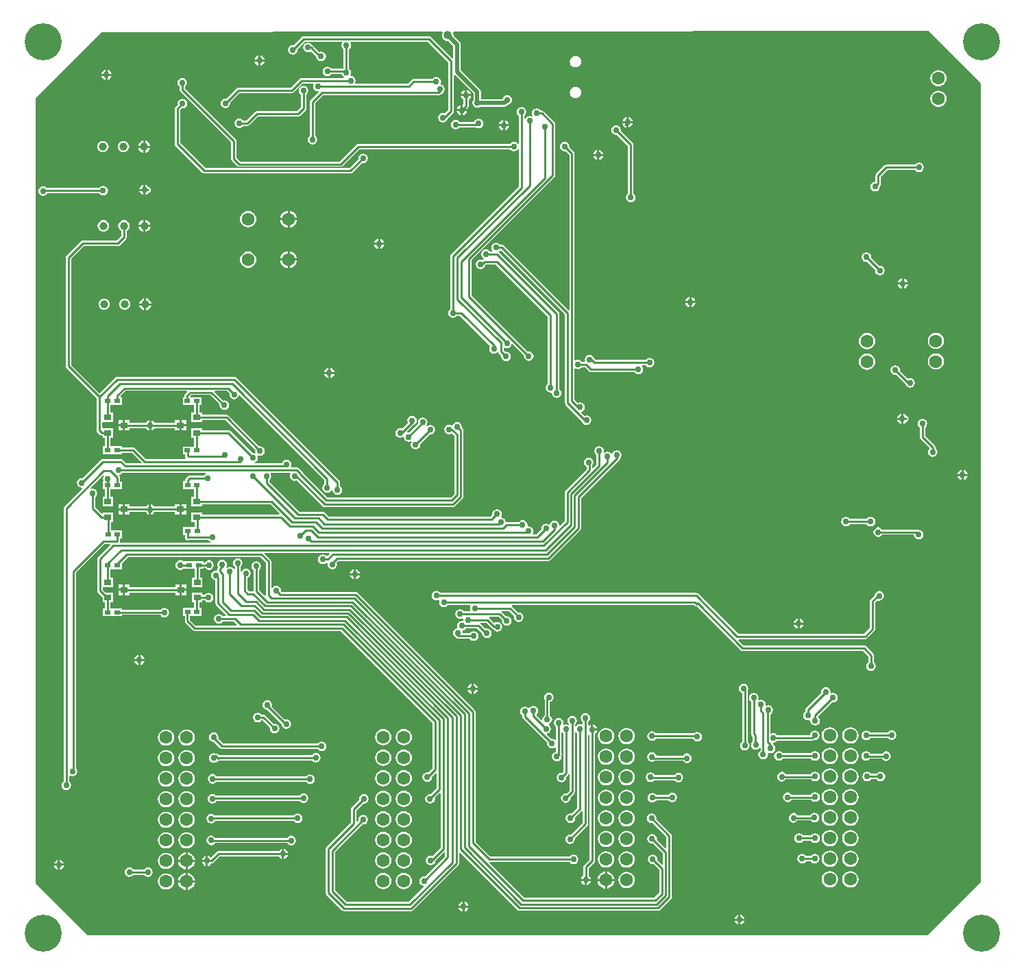
<source format=gbr>
%TF.GenerationSoftware,Altium Limited,Altium Designer,18.1.9 (240)*%
G04 Layer_Physical_Order=2*
G04 Layer_Color=16711680*
%FSLAX26Y26*%
%MOIN*%
%TF.FileFunction,Copper,L2,Bot,Signal*%
%TF.Part,Single*%
G01*
G75*
%TA.AperFunction,SMDPad,CuDef*%
%ADD19R,0.035433X0.031496*%
%TA.AperFunction,Conductor*%
%ADD34C,0.010000*%
%ADD36C,0.020000*%
%TA.AperFunction,ViaPad*%
%ADD37C,0.180000*%
%TA.AperFunction,ComponentPad*%
%ADD38C,0.062992*%
%ADD39C,0.039370*%
%TA.AperFunction,ViaPad*%
%ADD40C,0.030000*%
%ADD41C,0.040000*%
%TA.AperFunction,SMDPad,CuDef*%
%ADD42R,0.029528X0.023622*%
G36*
X6863001Y5614999D02*
X6863000Y1729000D01*
X6604000Y1470000D01*
X2519000Y1470000D01*
X2265000Y1724000D01*
X2265000Y5539109D01*
X2583108Y5863000D01*
X4240531Y5865643D01*
X4243518Y5860648D01*
X4241721Y5856310D01*
X4240758Y5849000D01*
X4241721Y5841690D01*
X4244542Y5834879D01*
X4249030Y5829030D01*
X4254879Y5824542D01*
X4261690Y5821721D01*
X4269000Y5820758D01*
X4271021Y5821025D01*
X4296183Y5795863D01*
Y5738035D01*
X4291183Y5735964D01*
X4186775Y5840373D01*
X4182475Y5843246D01*
X4177402Y5844255D01*
X3569000D01*
X3563928Y5843246D01*
X3559628Y5840373D01*
X3519925Y5800670D01*
X3516000Y5801451D01*
X3507026Y5799666D01*
X3499418Y5794582D01*
X3494334Y5786974D01*
X3492549Y5778000D01*
X3494334Y5769026D01*
X3499418Y5761418D01*
X3507026Y5756334D01*
X3516000Y5754549D01*
X3524974Y5756334D01*
X3532582Y5761418D01*
X3537666Y5769026D01*
X3539451Y5778000D01*
X3538670Y5781925D01*
X3574490Y5817745D01*
X3753182D01*
X3755854Y5812745D01*
X3753334Y5808974D01*
X3751549Y5800000D01*
X3753334Y5791026D01*
X3758418Y5783418D01*
X3761745Y5781195D01*
Y5686255D01*
X3702805D01*
X3700582Y5689582D01*
X3692974Y5694666D01*
X3684000Y5696451D01*
X3675026Y5694666D01*
X3667418Y5689582D01*
X3662334Y5681974D01*
X3660549Y5673000D01*
X3662334Y5664026D01*
X3667418Y5656418D01*
X3675026Y5651334D01*
X3684000Y5649549D01*
X3692974Y5651334D01*
X3700582Y5656418D01*
X3702805Y5659745D01*
X3752794D01*
X3753334Y5657026D01*
X3758418Y5649418D01*
X3763152Y5646255D01*
X3761635Y5641255D01*
X3557000D01*
X3551928Y5640246D01*
X3547628Y5637373D01*
X3504510Y5594255D01*
X3250000D01*
X3244928Y5593246D01*
X3240628Y5590373D01*
X3191410Y5541155D01*
X3187485Y5541936D01*
X3178511Y5540151D01*
X3170903Y5535068D01*
X3165820Y5527460D01*
X3164035Y5518485D01*
X3165820Y5509511D01*
X3170903Y5501903D01*
X3178511Y5496820D01*
X3187485Y5495035D01*
X3196460Y5496820D01*
X3204068Y5501903D01*
X3209151Y5509511D01*
X3210936Y5518485D01*
X3210155Y5522410D01*
X3255490Y5567745D01*
X3510000D01*
X3515072Y5568754D01*
X3519372Y5571627D01*
X3562490Y5614745D01*
X3614861D01*
X3617218Y5610336D01*
X3616256Y5608895D01*
X3614471Y5599921D01*
X3616256Y5590947D01*
X3621339Y5583339D01*
X3628947Y5578256D01*
X3637699Y5576515D01*
X3638940Y5574663D01*
X3640325Y5572070D01*
X3601628Y5533373D01*
X3598754Y5529072D01*
X3597745Y5524000D01*
Y5359805D01*
X3594418Y5357582D01*
X3589334Y5349974D01*
X3587549Y5341000D01*
X3589334Y5332026D01*
X3594418Y5324418D01*
X3602026Y5319334D01*
X3611000Y5317549D01*
X3619974Y5319334D01*
X3627582Y5324418D01*
X3632666Y5332026D01*
X3634451Y5341000D01*
X3632666Y5349974D01*
X3627582Y5357582D01*
X3624255Y5359805D01*
Y5518510D01*
X3662490Y5556745D01*
X4224000D01*
X4229072Y5557754D01*
X4233373Y5560627D01*
X4236361Y5563616D01*
X4239974Y5564334D01*
X4247582Y5569418D01*
X4252666Y5577026D01*
X4254451Y5586000D01*
X4252666Y5594974D01*
X4247582Y5602582D01*
X4239974Y5607666D01*
X4235950Y5608466D01*
X4234037Y5613085D01*
X4234666Y5614026D01*
X4236451Y5623000D01*
X4234666Y5631974D01*
X4229582Y5639582D01*
X4221974Y5644666D01*
X4213000Y5646451D01*
X4204026Y5644666D01*
X4196418Y5639582D01*
X4194195Y5636255D01*
X4103000D01*
X4097928Y5635246D01*
X4093628Y5632373D01*
X4074431Y5613176D01*
X3820060D01*
X3817703Y5617586D01*
X3818666Y5619026D01*
X3820451Y5628000D01*
X3818666Y5636974D01*
X3813582Y5644582D01*
X3805974Y5649666D01*
X3798725Y5651108D01*
X3795948Y5655951D01*
X3796666Y5657026D01*
X3798451Y5666000D01*
X3796666Y5674974D01*
X3791582Y5682582D01*
X3788255Y5684805D01*
Y5781195D01*
X3791582Y5783418D01*
X3796666Y5791026D01*
X3798451Y5800000D01*
X3796666Y5808974D01*
X3794146Y5812745D01*
X3796818Y5817745D01*
X4171912D01*
X4272745Y5716912D01*
Y5485490D01*
X4256141Y5468886D01*
X4254974Y5469666D01*
X4246000Y5471451D01*
X4237026Y5469666D01*
X4229418Y5464582D01*
X4224334Y5456974D01*
X4222549Y5448000D01*
X4224334Y5439026D01*
X4229418Y5431418D01*
X4237026Y5426334D01*
X4246000Y5424549D01*
X4254974Y5426334D01*
X4262582Y5431418D01*
X4267666Y5439026D01*
X4268633Y5443888D01*
X4295373Y5470627D01*
X4298246Y5474928D01*
X4299255Y5480000D01*
Y5652720D01*
X4304255Y5654791D01*
X4393647Y5565398D01*
Y5533932D01*
X4390334Y5528974D01*
X4388549Y5520000D01*
X4390334Y5511026D01*
X4395418Y5503418D01*
X4403026Y5498334D01*
X4412000Y5496549D01*
X4420974Y5498334D01*
X4425932Y5501647D01*
X4544000D01*
X4551023Y5503044D01*
X4556977Y5507023D01*
X4561551Y5511596D01*
X4567399Y5512760D01*
X4575007Y5517843D01*
X4580091Y5525451D01*
X4581876Y5534425D01*
X4580091Y5543399D01*
X4575007Y5551007D01*
X4567399Y5556091D01*
X4558425Y5557876D01*
X4549451Y5556091D01*
X4541843Y5551007D01*
X4536760Y5543399D01*
X4535756Y5538353D01*
X4430353D01*
Y5573000D01*
X4428956Y5580023D01*
X4424977Y5585977D01*
X4332888Y5678066D01*
Y5803464D01*
X4331491Y5810488D01*
X4327513Y5816442D01*
X4296975Y5846979D01*
X4297242Y5849000D01*
X4296279Y5856310D01*
X4294449Y5860729D01*
X4297378Y5865734D01*
X6608581Y5869419D01*
X6863001Y5614999D01*
D02*
G37*
%LPC*%
G36*
X3358298Y5750197D02*
Y5730702D01*
X3377793D01*
X3376847Y5735457D01*
X3371322Y5743726D01*
X3363052Y5749252D01*
X3358298Y5750197D01*
D02*
G37*
G36*
X3348298D02*
X3343543Y5749252D01*
X3335274Y5743726D01*
X3329748Y5735457D01*
X3328803Y5730702D01*
X3348298D01*
Y5750197D01*
D02*
G37*
G36*
X3589000Y5812451D02*
X3580026Y5810666D01*
X3572418Y5805582D01*
X3567334Y5797974D01*
X3565549Y5789000D01*
X3567334Y5780026D01*
X3572418Y5772418D01*
X3580026Y5767334D01*
X3589000Y5765549D01*
X3597974Y5767334D01*
X3603937Y5771318D01*
X3629622Y5745632D01*
X3631334Y5737026D01*
X3636418Y5729418D01*
X3644026Y5724334D01*
X3653000Y5722549D01*
X3661974Y5724334D01*
X3669582Y5729418D01*
X3674666Y5737026D01*
X3676451Y5746000D01*
X3674666Y5754974D01*
X3669582Y5762582D01*
X3661974Y5767666D01*
X3653000Y5769451D01*
X3644905Y5767840D01*
X3614372Y5798373D01*
X3610072Y5801246D01*
X3608235Y5801611D01*
X3605582Y5805582D01*
X3597974Y5810666D01*
X3589000Y5812451D01*
D02*
G37*
G36*
X3377793Y5720702D02*
X3358298D01*
Y5701207D01*
X3363052Y5702153D01*
X3371322Y5707678D01*
X3376847Y5715948D01*
X3377793Y5720702D01*
D02*
G37*
G36*
X3348298D02*
X3328803D01*
X3329748Y5715948D01*
X3335274Y5707678D01*
X3343543Y5702153D01*
X3348298Y5701207D01*
Y5720702D01*
D02*
G37*
G36*
X4890000Y5747924D02*
X4882773Y5746972D01*
X4876038Y5744183D01*
X4870255Y5739745D01*
X4865817Y5733962D01*
X4863028Y5727227D01*
X4862076Y5720000D01*
X4863028Y5712773D01*
X4865817Y5706038D01*
X4870255Y5700255D01*
X4876038Y5695817D01*
X4882773Y5693028D01*
X4890000Y5692076D01*
X4897227Y5693028D01*
X4903962Y5695817D01*
X4909745Y5700255D01*
X4914183Y5706038D01*
X4916972Y5712773D01*
X4917924Y5720000D01*
X4916972Y5727227D01*
X4914183Y5733962D01*
X4909745Y5739745D01*
X4903962Y5744183D01*
X4897227Y5746972D01*
X4890000Y5747924D01*
D02*
G37*
G36*
X2614000Y5680495D02*
Y5661000D01*
X2633495D01*
X2632550Y5665755D01*
X2627024Y5674024D01*
X2618755Y5679550D01*
X2614000Y5680495D01*
D02*
G37*
G36*
X2604000D02*
X2599245Y5679550D01*
X2590976Y5674024D01*
X2585450Y5665755D01*
X2584505Y5661000D01*
X2604000D01*
Y5680495D01*
D02*
G37*
G36*
X2633495Y5651000D02*
X2614000D01*
Y5631505D01*
X2618755Y5632450D01*
X2627024Y5637976D01*
X2632550Y5646245D01*
X2633495Y5651000D01*
D02*
G37*
G36*
X2604000D02*
X2584505D01*
X2585450Y5646245D01*
X2590976Y5637976D01*
X2599245Y5632450D01*
X2604000Y5631505D01*
Y5651000D01*
D02*
G37*
G36*
X6655000Y5679837D02*
X6644690Y5678479D01*
X6635082Y5674500D01*
X6626831Y5668169D01*
X6620500Y5659918D01*
X6616521Y5650310D01*
X6615163Y5640000D01*
X6616521Y5629690D01*
X6620500Y5620082D01*
X6626831Y5611831D01*
X6635082Y5605500D01*
X6644690Y5601521D01*
X6655000Y5600163D01*
X6665310Y5601521D01*
X6674918Y5605500D01*
X6683169Y5611831D01*
X6689500Y5620082D01*
X6693479Y5629690D01*
X6694837Y5640000D01*
X6693479Y5650310D01*
X6689500Y5659918D01*
X6683169Y5668169D01*
X6674918Y5674500D01*
X6665310Y5678479D01*
X6655000Y5679837D01*
D02*
G37*
G36*
X4362000Y5582495D02*
Y5563000D01*
X4381495D01*
X4380550Y5567755D01*
X4375024Y5576024D01*
X4366755Y5581550D01*
X4362000Y5582495D01*
D02*
G37*
G36*
X4352000D02*
X4347245Y5581550D01*
X4338976Y5576024D01*
X4333450Y5567755D01*
X4332505Y5563000D01*
X4352000D01*
Y5582495D01*
D02*
G37*
G36*
X4890000Y5597924D02*
X4882773Y5596972D01*
X4876038Y5594183D01*
X4870255Y5589745D01*
X4865817Y5583962D01*
X4863028Y5577227D01*
X4862076Y5570000D01*
X4863028Y5562773D01*
X4865817Y5556038D01*
X4870255Y5550255D01*
X4876038Y5545817D01*
X4882773Y5543028D01*
X4890000Y5542076D01*
X4897227Y5543028D01*
X4903962Y5545817D01*
X4909745Y5550255D01*
X4914183Y5556038D01*
X4916972Y5562773D01*
X4917924Y5570000D01*
X4916972Y5577227D01*
X4914183Y5583962D01*
X4909745Y5589745D01*
X4903962Y5594183D01*
X4897227Y5596972D01*
X4890000Y5597924D01*
D02*
G37*
G36*
X6655000Y5579837D02*
X6644690Y5578479D01*
X6635082Y5574500D01*
X6626831Y5568169D01*
X6620500Y5559918D01*
X6616521Y5550310D01*
X6615163Y5540000D01*
X6616521Y5529690D01*
X6620500Y5520082D01*
X6626831Y5511831D01*
X6635082Y5505500D01*
X6644690Y5501521D01*
X6655000Y5500163D01*
X6665310Y5501521D01*
X6674918Y5505500D01*
X6683169Y5511831D01*
X6689500Y5520082D01*
X6693479Y5529690D01*
X6694837Y5540000D01*
X6693479Y5550310D01*
X6689500Y5559918D01*
X6683169Y5568169D01*
X6674918Y5574500D01*
X6665310Y5578479D01*
X6655000Y5579837D01*
D02*
G37*
G36*
X2979000Y5540451D02*
X2970026Y5538666D01*
X2962418Y5533582D01*
X2957334Y5525974D01*
X2955549Y5517000D01*
X2956496Y5512241D01*
X2945628Y5501373D01*
X2942754Y5497072D01*
X2941745Y5492000D01*
Y5319000D01*
X2942754Y5313928D01*
X2945628Y5309627D01*
X3075628Y5179627D01*
X3079928Y5176754D01*
X3085000Y5175745D01*
X3796000D01*
X3801072Y5176754D01*
X3805372Y5179627D01*
X3853075Y5227330D01*
X3857000Y5226549D01*
X3865974Y5228334D01*
X3873582Y5233418D01*
X3878666Y5241026D01*
X3880451Y5250000D01*
X3878666Y5258974D01*
X3873582Y5266582D01*
X3865974Y5271666D01*
X3857000Y5273451D01*
X3848026Y5271666D01*
X3840418Y5266582D01*
X3835334Y5258974D01*
X3833549Y5250000D01*
X3834330Y5246075D01*
X3790510Y5202255D01*
X3090490D01*
X2968255Y5324490D01*
Y5486510D01*
X2975909Y5494164D01*
X2979000Y5493549D01*
X2987974Y5495334D01*
X2995582Y5500418D01*
X3000666Y5508026D01*
X3002451Y5517000D01*
X3000666Y5525974D01*
X2995582Y5533582D01*
X2987974Y5538666D01*
X2979000Y5540451D01*
D02*
G37*
G36*
X4381495Y5553000D02*
X4332505D01*
X4333450Y5548245D01*
X4338976Y5539976D01*
X4343745Y5536789D01*
Y5514306D01*
X4342299Y5513119D01*
Y5490000D01*
X4361794D01*
X4361670Y5490626D01*
X4366373Y5495328D01*
X4369246Y5499628D01*
X4370255Y5504701D01*
Y5536789D01*
X4375024Y5539976D01*
X4380550Y5548245D01*
X4381495Y5553000D01*
D02*
G37*
G36*
X4332299Y5509495D02*
X4327545Y5508550D01*
X4319275Y5503024D01*
X4313750Y5494755D01*
X4312804Y5490000D01*
X4332299D01*
Y5509495D01*
D02*
G37*
G36*
X4361794Y5480000D02*
X4342299D01*
Y5460505D01*
X4347054Y5461450D01*
X4355323Y5466976D01*
X4360849Y5475245D01*
X4361794Y5480000D01*
D02*
G37*
G36*
X4332299D02*
X4312804D01*
X4313750Y5475245D01*
X4319275Y5466976D01*
X4327545Y5461450D01*
X4332299Y5460505D01*
Y5480000D01*
D02*
G37*
G36*
X3568000Y5602451D02*
X3559026Y5600666D01*
X3551418Y5595582D01*
X3546334Y5587974D01*
X3544549Y5579000D01*
X3546334Y5570026D01*
X3551418Y5562418D01*
X3554745Y5560195D01*
Y5498490D01*
X3535510Y5479255D01*
X3340000D01*
X3334928Y5478246D01*
X3330628Y5475373D01*
X3289510Y5434255D01*
X3273805D01*
X3271582Y5437582D01*
X3263974Y5442666D01*
X3255000Y5444451D01*
X3246026Y5442666D01*
X3238418Y5437582D01*
X3233334Y5429974D01*
X3231549Y5421000D01*
X3233334Y5412026D01*
X3238418Y5404418D01*
X3246026Y5399334D01*
X3255000Y5397549D01*
X3263974Y5399334D01*
X3271582Y5404418D01*
X3273805Y5407745D01*
X3295000D01*
X3300072Y5408754D01*
X3304372Y5411627D01*
X3345490Y5452745D01*
X3541000D01*
X3546072Y5453754D01*
X3550372Y5456627D01*
X3577372Y5483627D01*
X3580246Y5487928D01*
X3581255Y5493000D01*
Y5560195D01*
X3584582Y5562418D01*
X3589666Y5570026D01*
X3591451Y5579000D01*
X3589666Y5587974D01*
X3584582Y5595582D01*
X3576974Y5600666D01*
X3568000Y5602451D01*
D02*
G37*
G36*
X5149000Y5450495D02*
Y5431000D01*
X5168495D01*
X5167550Y5435755D01*
X5162024Y5444024D01*
X5153755Y5449550D01*
X5149000Y5450495D01*
D02*
G37*
G36*
X5139000D02*
X5134245Y5449550D01*
X5125976Y5444024D01*
X5120450Y5435755D01*
X5119505Y5431000D01*
X5139000D01*
Y5450495D01*
D02*
G37*
G36*
X4419000Y5442451D02*
X4410026Y5440666D01*
X4402418Y5435582D01*
X4397522Y5428255D01*
X4325805D01*
X4323582Y5431582D01*
X4315974Y5436666D01*
X4307000Y5438451D01*
X4298026Y5436666D01*
X4290418Y5431582D01*
X4285334Y5423974D01*
X4283549Y5415000D01*
X4285334Y5406026D01*
X4290418Y5398418D01*
X4298026Y5393334D01*
X4307000Y5391549D01*
X4315974Y5393334D01*
X4323582Y5398418D01*
X4325805Y5401745D01*
X4403425D01*
X4410026Y5397334D01*
X4419000Y5395549D01*
X4427974Y5397334D01*
X4435582Y5402418D01*
X4440666Y5410026D01*
X4442451Y5419000D01*
X4440666Y5427974D01*
X4435582Y5435582D01*
X4427974Y5440666D01*
X4419000Y5442451D01*
D02*
G37*
G36*
X4547000Y5435495D02*
Y5416000D01*
X4566495D01*
X4565550Y5420755D01*
X4560024Y5429024D01*
X4551755Y5434550D01*
X4547000Y5435495D01*
D02*
G37*
G36*
X4537000D02*
X4532245Y5434550D01*
X4523976Y5429024D01*
X4518450Y5420755D01*
X4517505Y5416000D01*
X4537000D01*
Y5435495D01*
D02*
G37*
G36*
X5168495Y5421000D02*
X5149000D01*
Y5401505D01*
X5153755Y5402450D01*
X5162024Y5407976D01*
X5167550Y5416245D01*
X5168495Y5421000D01*
D02*
G37*
G36*
X5139000D02*
X5119505D01*
X5120222Y5417395D01*
X5119745Y5415000D01*
X5120754Y5409928D01*
X5123627Y5405627D01*
X5127928Y5402754D01*
X5133000Y5401745D01*
X5135395Y5402222D01*
X5139000Y5401505D01*
Y5421000D01*
D02*
G37*
G36*
X4566495Y5406000D02*
X4547000D01*
Y5386505D01*
X4551755Y5387450D01*
X4560024Y5392976D01*
X4565550Y5401245D01*
X4566495Y5406000D01*
D02*
G37*
G36*
X4537000D02*
X4517505D01*
X4518450Y5401245D01*
X4523976Y5392976D01*
X4532245Y5387450D01*
X4537000Y5386505D01*
Y5406000D01*
D02*
G37*
G36*
X2797000Y5336283D02*
Y5312000D01*
X2821283D01*
X2820921Y5314749D01*
X2817930Y5321971D01*
X2813172Y5328172D01*
X2806971Y5332930D01*
X2799749Y5335921D01*
X2797000Y5336283D01*
D02*
G37*
G36*
X2787000D02*
X2784251Y5335921D01*
X2777029Y5332930D01*
X2770828Y5328172D01*
X2766070Y5321971D01*
X2763079Y5314749D01*
X2762717Y5312000D01*
X2787000D01*
Y5336283D01*
D02*
G37*
G36*
X2692000Y5334924D02*
X2684773Y5333972D01*
X2678038Y5331183D01*
X2672255Y5326745D01*
X2667817Y5320962D01*
X2665028Y5314227D01*
X2664076Y5307000D01*
X2665028Y5299773D01*
X2667817Y5293038D01*
X2672255Y5287255D01*
X2678038Y5282817D01*
X2684773Y5280028D01*
X2692000Y5279076D01*
X2699227Y5280028D01*
X2705962Y5282817D01*
X2711745Y5287255D01*
X2716183Y5293038D01*
X2718972Y5299773D01*
X2719924Y5307000D01*
X2718972Y5314227D01*
X2716183Y5320962D01*
X2711745Y5326745D01*
X2705962Y5331183D01*
X2699227Y5333972D01*
X2692000Y5334924D01*
D02*
G37*
G36*
X2592000D02*
X2584773Y5333972D01*
X2578038Y5331183D01*
X2572255Y5326745D01*
X2567817Y5320962D01*
X2565028Y5314227D01*
X2564076Y5307000D01*
X2565028Y5299773D01*
X2567817Y5293038D01*
X2572255Y5287255D01*
X2578038Y5282817D01*
X2584773Y5280028D01*
X2592000Y5279076D01*
X2599227Y5280028D01*
X2605962Y5282817D01*
X2611745Y5287255D01*
X2616183Y5293038D01*
X2618972Y5299773D01*
X2619924Y5307000D01*
X2618972Y5314227D01*
X2616183Y5320962D01*
X2611745Y5326745D01*
X2605962Y5331183D01*
X2599227Y5333972D01*
X2592000Y5334924D01*
D02*
G37*
G36*
X2821283Y5302000D02*
X2797000D01*
Y5277717D01*
X2799749Y5278079D01*
X2806971Y5281070D01*
X2813172Y5285828D01*
X2817930Y5292029D01*
X2820921Y5299251D01*
X2821283Y5302000D01*
D02*
G37*
G36*
X2787000D02*
X2762717D01*
X2763079Y5299251D01*
X2766070Y5292029D01*
X2770828Y5285828D01*
X2777029Y5281070D01*
X2784251Y5278079D01*
X2787000Y5277717D01*
Y5302000D01*
D02*
G37*
G36*
X5006000Y5291495D02*
Y5272000D01*
X5025495D01*
X5024550Y5276755D01*
X5019024Y5285024D01*
X5010755Y5290550D01*
X5006000Y5291495D01*
D02*
G37*
G36*
X4996000D02*
X4991245Y5290550D01*
X4982976Y5285024D01*
X4977450Y5276755D01*
X4976505Y5272000D01*
X4996000D01*
Y5291495D01*
D02*
G37*
G36*
X5025495Y5262000D02*
X5006000D01*
Y5242505D01*
X5010755Y5243450D01*
X5019024Y5248976D01*
X5024550Y5257245D01*
X5025495Y5262000D01*
D02*
G37*
G36*
X4996000D02*
X4976505D01*
X4977450Y5257245D01*
X4982976Y5248976D01*
X4991245Y5243450D01*
X4996000Y5242505D01*
Y5262000D01*
D02*
G37*
G36*
X6561000Y5229451D02*
X6552026Y5227666D01*
X6544418Y5222582D01*
X6542195Y5219255D01*
X6402000D01*
X6396928Y5218246D01*
X6392627Y5215373D01*
X6352627Y5175373D01*
X6349754Y5171072D01*
X6348745Y5166000D01*
Y5137062D01*
X6348000Y5136451D01*
X6339026Y5134666D01*
X6331418Y5129582D01*
X6326334Y5121974D01*
X6324549Y5113000D01*
X6326334Y5104026D01*
X6331418Y5096418D01*
X6339026Y5091334D01*
X6348000Y5089549D01*
X6356974Y5091334D01*
X6364582Y5096418D01*
X6369666Y5104026D01*
X6371451Y5113000D01*
X6370670Y5116925D01*
X6371373Y5117627D01*
X6374246Y5121928D01*
X6375255Y5127000D01*
Y5160510D01*
X6407490Y5192745D01*
X6542195D01*
X6544418Y5189418D01*
X6552026Y5184334D01*
X6561000Y5182549D01*
X6569974Y5184334D01*
X6577582Y5189418D01*
X6582666Y5197026D01*
X6584451Y5206000D01*
X6582666Y5214974D01*
X6577582Y5222582D01*
X6569974Y5227666D01*
X6561000Y5229451D01*
D02*
G37*
G36*
X2593000Y5116451D02*
X2584026Y5114666D01*
X2576418Y5109582D01*
X2574195Y5106255D01*
X2317469D01*
X2316582Y5107582D01*
X2308974Y5112666D01*
X2300000Y5114451D01*
X2291026Y5112666D01*
X2283418Y5107582D01*
X2278334Y5099974D01*
X2276549Y5091000D01*
X2278334Y5082026D01*
X2283418Y5074418D01*
X2291026Y5069334D01*
X2300000Y5067549D01*
X2308974Y5069334D01*
X2316582Y5074418D01*
X2320142Y5079745D01*
X2574195D01*
X2576418Y5076418D01*
X2584026Y5071334D01*
X2593000Y5069549D01*
X2601974Y5071334D01*
X2609582Y5076418D01*
X2614666Y5084026D01*
X2616451Y5093000D01*
X2614666Y5101974D01*
X2609582Y5109582D01*
X2601974Y5114666D01*
X2593000Y5116451D01*
D02*
G37*
G36*
X2789000Y5121495D02*
X2784245Y5120550D01*
X2775976Y5115024D01*
X2770450Y5106755D01*
X2769505Y5102000D01*
X2789000D01*
Y5121495D01*
D02*
G37*
G36*
X2799000D02*
Y5097000D01*
Y5072505D01*
X2803755Y5073450D01*
X2812024Y5078976D01*
X2815550Y5084252D01*
X2818072Y5084754D01*
X2822372Y5087627D01*
X2825246Y5091928D01*
X2826255Y5097000D01*
X2825246Y5102072D01*
X2822372Y5106373D01*
X2818072Y5109246D01*
X2815550Y5109748D01*
X2812024Y5115024D01*
X2803755Y5120550D01*
X2799000Y5121495D01*
D02*
G37*
G36*
X2789000Y5092000D02*
X2769505D01*
X2770450Y5087245D01*
X2775976Y5078976D01*
X2784245Y5073450D01*
X2789000Y5072505D01*
Y5092000D01*
D02*
G37*
G36*
X5087000Y5411451D02*
X5078026Y5409666D01*
X5070418Y5404582D01*
X5065334Y5396974D01*
X5063549Y5388000D01*
X5065334Y5379026D01*
X5070418Y5371418D01*
X5078026Y5366334D01*
X5087000Y5364549D01*
X5090925Y5365330D01*
X5145745Y5310510D01*
Y5077805D01*
X5142418Y5075582D01*
X5137334Y5067974D01*
X5135549Y5059000D01*
X5137334Y5050026D01*
X5142418Y5042418D01*
X5150026Y5037334D01*
X5159000Y5035549D01*
X5167974Y5037334D01*
X5175582Y5042418D01*
X5180666Y5050026D01*
X5182451Y5059000D01*
X5180666Y5067974D01*
X5175582Y5075582D01*
X5172255Y5077805D01*
Y5316000D01*
X5171246Y5321072D01*
X5168373Y5325373D01*
X5109670Y5384075D01*
X5110451Y5388000D01*
X5108666Y5396974D01*
X5103582Y5404582D01*
X5095974Y5409666D01*
X5087000Y5411451D01*
D02*
G37*
G36*
X3500000Y4995196D02*
Y4959000D01*
X3536196D01*
X3535428Y4964833D01*
X3531247Y4974927D01*
X3524595Y4983595D01*
X3515927Y4990247D01*
X3505833Y4994428D01*
X3500000Y4995196D01*
D02*
G37*
G36*
X3490000D02*
X3484167Y4994428D01*
X3474073Y4990247D01*
X3465405Y4983595D01*
X3458753Y4974927D01*
X3454572Y4964833D01*
X3453804Y4959000D01*
X3490000D01*
Y4995196D01*
D02*
G37*
G36*
X2799000Y4951283D02*
Y4927000D01*
X2823283D01*
X2822921Y4929749D01*
X2819930Y4936971D01*
X2815172Y4943172D01*
X2808971Y4947930D01*
X2801749Y4950921D01*
X2799000Y4951283D01*
D02*
G37*
G36*
X2789000D02*
X2786251Y4950921D01*
X2779029Y4947930D01*
X2772828Y4943172D01*
X2768070Y4936971D01*
X2765079Y4929749D01*
X2764717Y4927000D01*
X2789000D01*
Y4951283D01*
D02*
G37*
G36*
X3298150Y4993837D02*
X3287839Y4992479D01*
X3278231Y4988500D01*
X3269981Y4982169D01*
X3263650Y4973918D01*
X3259670Y4964310D01*
X3258313Y4954000D01*
X3259670Y4943690D01*
X3263650Y4934082D01*
X3269981Y4925831D01*
X3278231Y4919500D01*
X3287839Y4915521D01*
X3298150Y4914163D01*
X3308460Y4915521D01*
X3318068Y4919500D01*
X3326318Y4925831D01*
X3332649Y4934082D01*
X3336629Y4943690D01*
X3337986Y4954000D01*
X3336629Y4964310D01*
X3332649Y4973918D01*
X3326318Y4982169D01*
X3318068Y4988500D01*
X3308460Y4992479D01*
X3298150Y4993837D01*
D02*
G37*
G36*
X3536196Y4949000D02*
X3500000D01*
Y4912804D01*
X3505833Y4913572D01*
X3515927Y4917753D01*
X3524595Y4924405D01*
X3531247Y4933073D01*
X3535428Y4943167D01*
X3536196Y4949000D01*
D02*
G37*
G36*
X3490000D02*
X3453804D01*
X3454572Y4943167D01*
X3458753Y4933073D01*
X3465405Y4924405D01*
X3474073Y4917753D01*
X3484167Y4913572D01*
X3490000Y4912804D01*
Y4949000D01*
D02*
G37*
G36*
X2594000Y4949924D02*
X2586773Y4948972D01*
X2580038Y4946183D01*
X2574255Y4941745D01*
X2569817Y4935962D01*
X2567028Y4929227D01*
X2566076Y4922000D01*
X2567028Y4914773D01*
X2569817Y4908038D01*
X2574255Y4902255D01*
X2580038Y4897817D01*
X2586773Y4895028D01*
X2594000Y4894076D01*
X2601227Y4895028D01*
X2607962Y4897817D01*
X2613745Y4902255D01*
X2618183Y4908038D01*
X2620972Y4914773D01*
X2621924Y4922000D01*
X2620972Y4929227D01*
X2618183Y4935962D01*
X2613745Y4941745D01*
X2607962Y4946183D01*
X2601227Y4948972D01*
X2594000Y4949924D01*
D02*
G37*
G36*
X2823283Y4917000D02*
X2799000D01*
Y4892717D01*
X2801749Y4893079D01*
X2808971Y4896070D01*
X2815172Y4900828D01*
X2819930Y4907029D01*
X2822921Y4914251D01*
X2823283Y4917000D01*
D02*
G37*
G36*
X2789000D02*
X2764717D01*
X2765079Y4914251D01*
X2768070Y4907029D01*
X2772828Y4900828D01*
X2779029Y4896070D01*
X2786251Y4893079D01*
X2789000Y4892717D01*
Y4917000D01*
D02*
G37*
G36*
X3941000Y4859495D02*
Y4840000D01*
X3960495D01*
X3959550Y4844755D01*
X3954024Y4853024D01*
X3945755Y4858550D01*
X3941000Y4859495D01*
D02*
G37*
G36*
X3931000D02*
X3926245Y4858550D01*
X3917976Y4853024D01*
X3912450Y4844755D01*
X3911505Y4840000D01*
X3931000D01*
Y4859495D01*
D02*
G37*
G36*
X3960495Y4830000D02*
X3941000D01*
Y4810505D01*
X3945755Y4811450D01*
X3954024Y4816976D01*
X3959550Y4825245D01*
X3960495Y4830000D01*
D02*
G37*
G36*
X3931000D02*
X3911505D01*
X3912450Y4825245D01*
X3917976Y4816976D01*
X3926245Y4811450D01*
X3931000Y4810505D01*
Y4830000D01*
D02*
G37*
G36*
X3500000Y4798346D02*
Y4762150D01*
X3536196D01*
X3535428Y4767982D01*
X3531247Y4778077D01*
X3524595Y4786745D01*
X3515927Y4793396D01*
X3505833Y4797578D01*
X3500000Y4798346D01*
D02*
G37*
G36*
X3490000D02*
X3484167Y4797578D01*
X3474073Y4793396D01*
X3465405Y4786745D01*
X3458753Y4778077D01*
X3454572Y4767982D01*
X3453804Y4762150D01*
X3490000D01*
Y4798346D01*
D02*
G37*
G36*
X3298150Y4796986D02*
X3287839Y4795629D01*
X3278231Y4791649D01*
X3269981Y4785319D01*
X3263650Y4777068D01*
X3259670Y4767460D01*
X3258313Y4757150D01*
X3259670Y4746839D01*
X3263650Y4737231D01*
X3269981Y4728981D01*
X3278231Y4722650D01*
X3287839Y4718670D01*
X3298150Y4717313D01*
X3308460Y4718670D01*
X3318068Y4722650D01*
X3326318Y4728981D01*
X3332649Y4737231D01*
X3336629Y4746839D01*
X3337986Y4757150D01*
X3336629Y4767460D01*
X3332649Y4777068D01*
X3326318Y4785319D01*
X3318068Y4791649D01*
X3308460Y4795629D01*
X3298150Y4796986D01*
D02*
G37*
G36*
X3536196Y4752150D02*
X3500000D01*
Y4715954D01*
X3505833Y4716722D01*
X3515927Y4720903D01*
X3524595Y4727554D01*
X3531247Y4736223D01*
X3535428Y4746317D01*
X3536196Y4752150D01*
D02*
G37*
G36*
X3490000D02*
X3453804D01*
X3454572Y4746317D01*
X3458753Y4736223D01*
X3465405Y4727554D01*
X3474073Y4720903D01*
X3484167Y4716722D01*
X3490000Y4715954D01*
Y4752150D01*
D02*
G37*
G36*
X6305000Y4793451D02*
X6296026Y4791666D01*
X6288418Y4786582D01*
X6283334Y4778974D01*
X6281549Y4770000D01*
X6283334Y4761026D01*
X6288418Y4753418D01*
X6296026Y4748334D01*
X6305000Y4746549D01*
X6308925Y4747330D01*
X6348330Y4707925D01*
X6347549Y4704000D01*
X6349334Y4695026D01*
X6354418Y4687418D01*
X6362026Y4682334D01*
X6371000Y4680549D01*
X6379974Y4682334D01*
X6387582Y4687418D01*
X6392666Y4695026D01*
X6394451Y4704000D01*
X6392666Y4712974D01*
X6387582Y4720582D01*
X6379974Y4725666D01*
X6371000Y4727451D01*
X6367075Y4726670D01*
X6327670Y4766075D01*
X6328451Y4770000D01*
X6326666Y4778974D01*
X6321582Y4786582D01*
X6313974Y4791666D01*
X6305000Y4793451D01*
D02*
G37*
G36*
X6487068Y4665495D02*
Y4646000D01*
X6506563D01*
X6505617Y4650755D01*
X6500092Y4659024D01*
X6491822Y4664550D01*
X6487068Y4665495D01*
D02*
G37*
G36*
X6477068D02*
X6472313Y4664550D01*
X6464044Y4659024D01*
X6458518Y4650755D01*
X6457573Y4646000D01*
X6477068D01*
Y4665495D01*
D02*
G37*
G36*
X6506563Y4636000D02*
X6487068D01*
Y4616505D01*
X6491822Y4617450D01*
X6500092Y4622976D01*
X6505617Y4631245D01*
X6506563Y4636000D01*
D02*
G37*
G36*
X6477068D02*
X6457573D01*
X6458518Y4631245D01*
X6464044Y4622976D01*
X6472313Y4617450D01*
X6477068Y4616505D01*
Y4636000D01*
D02*
G37*
G36*
X5454000Y4575495D02*
Y4556000D01*
X5473495D01*
X5472550Y4560755D01*
X5467024Y4569024D01*
X5458755Y4574550D01*
X5454000Y4575495D01*
D02*
G37*
G36*
X5444000D02*
X5439245Y4574550D01*
X5430976Y4569024D01*
X5425450Y4560755D01*
X5424505Y4556000D01*
X5444000D01*
Y4575495D01*
D02*
G37*
G36*
X2803000Y4569283D02*
Y4545000D01*
X2827283D01*
X2826921Y4547749D01*
X2823930Y4554971D01*
X2819172Y4561172D01*
X2812971Y4565930D01*
X2805749Y4568921D01*
X2803000Y4569283D01*
D02*
G37*
G36*
X2793000D02*
X2790251Y4568921D01*
X2783029Y4565930D01*
X2776828Y4561172D01*
X2772070Y4554971D01*
X2769079Y4547749D01*
X2768717Y4545000D01*
X2793000D01*
Y4569283D01*
D02*
G37*
G36*
X5473495Y4546000D02*
X5454000D01*
Y4526505D01*
X5458755Y4527450D01*
X5467024Y4532976D01*
X5472550Y4541245D01*
X5473495Y4546000D01*
D02*
G37*
G36*
X5444000D02*
X5424505D01*
X5425450Y4541245D01*
X5430976Y4532976D01*
X5439245Y4527450D01*
X5444000Y4526505D01*
Y4546000D01*
D02*
G37*
G36*
X2698000Y4567924D02*
X2690773Y4566972D01*
X2684038Y4564183D01*
X2678255Y4559745D01*
X2673817Y4553962D01*
X2671028Y4547227D01*
X2670076Y4540000D01*
X2671028Y4532773D01*
X2673817Y4526038D01*
X2678255Y4520255D01*
X2684038Y4515817D01*
X2690773Y4513028D01*
X2698000Y4512076D01*
X2705227Y4513028D01*
X2711962Y4515817D01*
X2717745Y4520255D01*
X2722183Y4526038D01*
X2724972Y4532773D01*
X2725924Y4540000D01*
X2724972Y4547227D01*
X2722183Y4553962D01*
X2717745Y4559745D01*
X2711962Y4564183D01*
X2705227Y4566972D01*
X2698000Y4567924D01*
D02*
G37*
G36*
X2598000D02*
X2590773Y4566972D01*
X2584038Y4564183D01*
X2578255Y4559745D01*
X2573817Y4553962D01*
X2571028Y4547227D01*
X2570076Y4540000D01*
X2571028Y4532773D01*
X2573817Y4526038D01*
X2578255Y4520255D01*
X2584038Y4515817D01*
X2590773Y4513028D01*
X2598000Y4512076D01*
X2605227Y4513028D01*
X2611962Y4515817D01*
X2617745Y4520255D01*
X2622183Y4526038D01*
X2624972Y4532773D01*
X2625924Y4540000D01*
X2624972Y4547227D01*
X2622183Y4553962D01*
X2617745Y4559745D01*
X2611962Y4564183D01*
X2605227Y4566972D01*
X2598000Y4567924D01*
D02*
G37*
G36*
X4838000Y5331451D02*
X4829026Y5329666D01*
X4821418Y5324582D01*
X4816334Y5316974D01*
X4814549Y5308000D01*
X4816334Y5299026D01*
X4821418Y5291418D01*
X4829026Y5286334D01*
X4838000Y5284549D01*
X4841925Y5285330D01*
X4859745Y5267510D01*
Y4513533D01*
X4855126Y4511619D01*
X4540373Y4826373D01*
X4536072Y4829246D01*
X4531000Y4830255D01*
X4522805D01*
X4520582Y4833582D01*
X4512974Y4838666D01*
X4504000Y4840451D01*
X4495026Y4838666D01*
X4487418Y4833582D01*
X4482334Y4825974D01*
X4480549Y4817000D01*
X4482334Y4808026D01*
X4486191Y4802255D01*
X4483837Y4797255D01*
X4474261D01*
X4472038Y4800582D01*
X4464430Y4805666D01*
X4455456Y4807451D01*
X4446482Y4805666D01*
X4438874Y4800582D01*
X4433790Y4792974D01*
X4432005Y4784000D01*
X4433790Y4775026D01*
X4438874Y4767418D01*
X4443120Y4764581D01*
X4442064Y4759273D01*
X4441928Y4759246D01*
X4438020Y4756635D01*
X4437974Y4756666D01*
X4429000Y4758451D01*
X4420026Y4756666D01*
X4412418Y4751582D01*
X4407334Y4743974D01*
X4405549Y4735000D01*
X4407334Y4726026D01*
X4412418Y4718418D01*
X4420026Y4713334D01*
X4429000Y4711549D01*
X4437974Y4713334D01*
X4445582Y4718418D01*
X4450666Y4726026D01*
X4452129Y4733384D01*
X4452490Y4733745D01*
X4502510D01*
X4755289Y4480966D01*
Y4152805D01*
X4751962Y4150582D01*
X4746879Y4142974D01*
X4745094Y4134000D01*
X4746879Y4125026D01*
X4751962Y4117418D01*
X4759570Y4112334D01*
X4768544Y4110549D01*
X4772112Y4111259D01*
X4775770Y4106889D01*
X4777334Y4099026D01*
X4782418Y4091418D01*
X4790026Y4086334D01*
X4799000Y4084549D01*
X4807974Y4086334D01*
X4815582Y4091418D01*
X4820666Y4099026D01*
X4822451Y4108000D01*
X4820666Y4116974D01*
X4815582Y4124582D01*
X4812255Y4126805D01*
Y4493000D01*
X4811246Y4498072D01*
X4808373Y4502373D01*
X4518039Y4792706D01*
X4517464Y4798335D01*
X4520582Y4800418D01*
X4521388Y4801624D01*
X4527183Y4802072D01*
X4838745Y4490510D01*
Y4059009D01*
X4839754Y4053936D01*
X4842627Y4049636D01*
X4921614Y3970650D01*
X4922334Y3967026D01*
X4927418Y3959418D01*
X4935026Y3954334D01*
X4944000Y3952549D01*
X4952974Y3954334D01*
X4960582Y3959418D01*
X4965666Y3967026D01*
X4967451Y3976000D01*
X4965666Y3984974D01*
X4960582Y3992582D01*
X4952974Y3997666D01*
X4944000Y3999451D01*
X4935026Y3997666D01*
X4933265Y3996489D01*
X4916755Y4012999D01*
X4918206Y4017784D01*
X4920974Y4018334D01*
X4928582Y4023418D01*
X4933666Y4031026D01*
X4935451Y4040000D01*
X4933666Y4048974D01*
X4928582Y4056582D01*
X4920974Y4061666D01*
X4912000Y4063451D01*
X4903026Y4061666D01*
X4901260Y4060485D01*
X4886255Y4075490D01*
Y4225514D01*
X4891255Y4228186D01*
X4894026Y4226334D01*
X4903000Y4224549D01*
X4911974Y4226334D01*
X4919582Y4231418D01*
X4921805Y4234745D01*
X4935510D01*
X4956627Y4213627D01*
X4960928Y4210754D01*
X4966000Y4209745D01*
X5177195D01*
X5179418Y4206418D01*
X5187026Y4201334D01*
X5196000Y4199549D01*
X5204974Y4201334D01*
X5212582Y4206418D01*
X5217666Y4214026D01*
X5219451Y4223000D01*
X5217666Y4231974D01*
X5213141Y4238745D01*
X5214666Y4243745D01*
X5231195D01*
X5233418Y4240418D01*
X5241026Y4235334D01*
X5250000Y4233549D01*
X5258974Y4235334D01*
X5266582Y4240418D01*
X5271666Y4248026D01*
X5273451Y4257000D01*
X5271666Y4265974D01*
X5266582Y4273582D01*
X5258974Y4278665D01*
X5250000Y4280450D01*
X5241026Y4278665D01*
X5233418Y4273582D01*
X5231195Y4270255D01*
X4988490D01*
X4981341Y4277404D01*
X4980666Y4280801D01*
X4975582Y4288409D01*
X4967974Y4293492D01*
X4959000Y4295277D01*
X4950026Y4293492D01*
X4942418Y4288409D01*
X4937334Y4280801D01*
X4935549Y4271827D01*
X4936658Y4266255D01*
X4932846Y4261255D01*
X4921805D01*
X4919582Y4264582D01*
X4911974Y4269666D01*
X4903000Y4271451D01*
X4894026Y4269666D01*
X4891255Y4267814D01*
X4886255Y4270486D01*
Y5273000D01*
X4885246Y5278072D01*
X4882373Y5282373D01*
X4860670Y5304075D01*
X4861451Y5308000D01*
X4859666Y5316974D01*
X4854582Y5324582D01*
X4846974Y5329666D01*
X4838000Y5331451D01*
D02*
G37*
G36*
X2827283Y4535000D02*
X2803000D01*
Y4510717D01*
X2805749Y4511079D01*
X2812971Y4514070D01*
X2819172Y4518828D01*
X2823930Y4525029D01*
X2826921Y4532251D01*
X2827283Y4535000D01*
D02*
G37*
G36*
X2793000D02*
X2768717D01*
X2769079Y4532251D01*
X2772070Y4525029D01*
X2776828Y4518828D01*
X2783029Y4514070D01*
X2790251Y4511079D01*
X2793000Y4510717D01*
Y4535000D01*
D02*
G37*
G36*
X6643000Y4401837D02*
X6632690Y4400479D01*
X6623082Y4396500D01*
X6614831Y4390169D01*
X6608500Y4381918D01*
X6604521Y4372310D01*
X6603163Y4362000D01*
X6604521Y4351690D01*
X6608500Y4342082D01*
X6614831Y4333831D01*
X6623082Y4327500D01*
X6632690Y4323521D01*
X6643000Y4322163D01*
X6653310Y4323521D01*
X6662918Y4327500D01*
X6671169Y4333831D01*
X6677500Y4342082D01*
X6681479Y4351690D01*
X6682837Y4362000D01*
X6681479Y4372310D01*
X6677500Y4381918D01*
X6671169Y4390169D01*
X6662918Y4396500D01*
X6653310Y4400479D01*
X6643000Y4401837D01*
D02*
G37*
G36*
X6308000Y4400837D02*
X6297690Y4399479D01*
X6288082Y4395500D01*
X6279831Y4389169D01*
X6273500Y4380918D01*
X6269521Y4371310D01*
X6268163Y4361000D01*
X6269521Y4350690D01*
X6273500Y4341082D01*
X6279831Y4332831D01*
X6288082Y4326500D01*
X6297690Y4322521D01*
X6308000Y4321163D01*
X6318310Y4322521D01*
X6327918Y4326500D01*
X6336169Y4332831D01*
X6342500Y4341082D01*
X6346479Y4350690D01*
X6347837Y4361000D01*
X6346479Y4371310D01*
X6342500Y4380918D01*
X6336169Y4389169D01*
X6327918Y4395500D01*
X6318310Y4399479D01*
X6308000Y4400837D01*
D02*
G37*
G36*
X2976871Y5641322D02*
X2967897Y5639537D01*
X2960289Y5634453D01*
X2955206Y5626845D01*
X2953421Y5617871D01*
X2955206Y5608897D01*
X2960289Y5601289D01*
X2963617Y5599066D01*
Y5585129D01*
X2964626Y5580056D01*
X2967499Y5575756D01*
X3215745Y5327510D01*
Y5247000D01*
X3216754Y5241928D01*
X3219628Y5237627D01*
X3244628Y5212627D01*
X3248928Y5209754D01*
X3254000Y5208745D01*
X3749000D01*
X3754072Y5209754D01*
X3758372Y5212627D01*
X3840490Y5294745D01*
X4571195D01*
X4573418Y5291418D01*
X4581026Y5286334D01*
X4590000Y5284549D01*
X4598974Y5286334D01*
X4606582Y5291418D01*
X4609745Y5296152D01*
X4614745Y5294635D01*
Y5112490D01*
X4284627Y4782373D01*
X4281754Y4778072D01*
X4280745Y4773000D01*
Y4516805D01*
X4277418Y4514582D01*
X4272334Y4506974D01*
X4270549Y4498000D01*
X4272334Y4489026D01*
X4277418Y4481418D01*
X4285026Y4476334D01*
X4294000Y4474549D01*
X4302974Y4476334D01*
X4310582Y4481418D01*
X4312805Y4484745D01*
X4329510D01*
X4476318Y4337937D01*
X4472334Y4331974D01*
X4470549Y4323000D01*
X4472334Y4314026D01*
X4477418Y4306418D01*
X4485026Y4301334D01*
X4494000Y4299549D01*
X4502974Y4301334D01*
X4509679Y4305814D01*
X4511159Y4305847D01*
X4513582Y4305430D01*
X4515511Y4304795D01*
X4517627Y4301627D01*
X4529330Y4289925D01*
X4528549Y4286000D01*
X4530334Y4277026D01*
X4535418Y4269418D01*
X4543026Y4264334D01*
X4552000Y4262549D01*
X4560974Y4264334D01*
X4568582Y4269418D01*
X4573666Y4277026D01*
X4575451Y4286000D01*
X4573666Y4294974D01*
X4568582Y4302582D01*
X4560974Y4307666D01*
X4552000Y4309451D01*
X4548075Y4308670D01*
X4540255Y4316490D01*
Y4327860D01*
X4544664Y4330217D01*
X4547482Y4328334D01*
X4556456Y4326549D01*
X4565430Y4328334D01*
X4573038Y4333418D01*
X4578121Y4341026D01*
X4579123Y4346061D01*
X4584548Y4347707D01*
X4640330Y4291925D01*
X4639549Y4288000D01*
X4641334Y4279026D01*
X4646418Y4271418D01*
X4654026Y4266334D01*
X4663000Y4264549D01*
X4671974Y4266334D01*
X4679582Y4271418D01*
X4684666Y4279026D01*
X4686451Y4288000D01*
X4684666Y4296974D01*
X4679582Y4304582D01*
X4671974Y4309666D01*
X4663000Y4311451D01*
X4659075Y4310670D01*
X4386255Y4583490D01*
Y4756054D01*
X4788373Y5158172D01*
X4791246Y5162472D01*
X4792255Y5167544D01*
Y5416598D01*
X4791246Y5421670D01*
X4788373Y5425970D01*
X4735970Y5478373D01*
X4731670Y5481246D01*
X4726598Y5482255D01*
X4719805D01*
X4717582Y5485582D01*
X4709974Y5490666D01*
X4701000Y5492451D01*
X4692026Y5490666D01*
X4684418Y5485582D01*
X4679334Y5477974D01*
X4677549Y5469000D01*
X4679334Y5460026D01*
X4681256Y5457150D01*
X4677651Y5453545D01*
X4675974Y5454666D01*
X4667000Y5456451D01*
X4658026Y5454666D01*
X4650418Y5449582D01*
X4646255Y5443351D01*
X4641255Y5444868D01*
Y5457195D01*
X4644582Y5459418D01*
X4649666Y5467026D01*
X4651451Y5476000D01*
X4649666Y5484974D01*
X4644582Y5492582D01*
X4636974Y5497666D01*
X4628000Y5499451D01*
X4619026Y5497666D01*
X4611418Y5492582D01*
X4606334Y5484974D01*
X4604549Y5476000D01*
X4606334Y5467026D01*
X4611418Y5459418D01*
X4614745Y5457195D01*
Y5321365D01*
X4609745Y5319848D01*
X4606582Y5324582D01*
X4598974Y5329666D01*
X4590000Y5331451D01*
X4581026Y5329666D01*
X4573418Y5324582D01*
X4571195Y5321255D01*
X3835000D01*
X3829928Y5320246D01*
X3825628Y5317373D01*
X3743510Y5235255D01*
X3259490D01*
X3242255Y5252490D01*
Y5333000D01*
X3241246Y5338072D01*
X3238372Y5342373D01*
X2990126Y5590619D01*
Y5599066D01*
X2993453Y5601289D01*
X2998537Y5608897D01*
X3000322Y5617871D01*
X2998537Y5626845D01*
X2993453Y5634453D01*
X2985845Y5639537D01*
X2976871Y5641322D01*
D02*
G37*
G36*
X6643000Y4301837D02*
X6632690Y4300479D01*
X6623082Y4296500D01*
X6614831Y4290169D01*
X6608500Y4281918D01*
X6604521Y4272310D01*
X6603163Y4262000D01*
X6604521Y4251690D01*
X6608500Y4242082D01*
X6614831Y4233831D01*
X6623082Y4227500D01*
X6632690Y4223521D01*
X6643000Y4222163D01*
X6653310Y4223521D01*
X6662918Y4227500D01*
X6671169Y4233831D01*
X6677500Y4242082D01*
X6681479Y4251690D01*
X6682837Y4262000D01*
X6681479Y4272310D01*
X6677500Y4281918D01*
X6671169Y4290169D01*
X6662918Y4296500D01*
X6653310Y4300479D01*
X6643000Y4301837D01*
D02*
G37*
G36*
X6308000Y4300837D02*
X6297690Y4299479D01*
X6288082Y4295500D01*
X6279831Y4289169D01*
X6273500Y4280918D01*
X6269521Y4271310D01*
X6268163Y4261000D01*
X6269521Y4250690D01*
X6273500Y4241082D01*
X6279831Y4232831D01*
X6288082Y4226500D01*
X6297690Y4222521D01*
X6308000Y4221163D01*
X6318310Y4222521D01*
X6327918Y4226500D01*
X6336169Y4232831D01*
X6342500Y4241082D01*
X6346479Y4250690D01*
X6347837Y4261000D01*
X6346479Y4271310D01*
X6342500Y4280918D01*
X6336169Y4289169D01*
X6327918Y4295500D01*
X6318310Y4299479D01*
X6308000Y4300837D01*
D02*
G37*
G36*
X3698000Y4230495D02*
Y4211000D01*
X3717495D01*
X3716550Y4215755D01*
X3711024Y4224024D01*
X3702755Y4229550D01*
X3698000Y4230495D01*
D02*
G37*
G36*
X3688000D02*
X3683245Y4229550D01*
X3674976Y4224024D01*
X3669450Y4215755D01*
X3668505Y4211000D01*
X3688000D01*
Y4230495D01*
D02*
G37*
G36*
X3717495Y4201000D02*
X3698000D01*
Y4181505D01*
X3702755Y4182450D01*
X3711024Y4187976D01*
X3716550Y4196245D01*
X3717495Y4201000D01*
D02*
G37*
G36*
X3688000D02*
X3668505D01*
X3669450Y4196245D01*
X3674976Y4187976D01*
X3683245Y4182450D01*
X3688000Y4181505D01*
Y4201000D01*
D02*
G37*
G36*
X6446000Y4243451D02*
X6437026Y4241666D01*
X6429418Y4236582D01*
X6424334Y4228974D01*
X6422549Y4220000D01*
X6424334Y4211026D01*
X6429418Y4203418D01*
X6437026Y4198334D01*
X6446000Y4196549D01*
X6449925Y4197330D01*
X6494616Y4152639D01*
X6495334Y4149026D01*
X6500418Y4141418D01*
X6508026Y4136334D01*
X6517000Y4134549D01*
X6525974Y4136334D01*
X6533582Y4141418D01*
X6538666Y4149026D01*
X6540451Y4158000D01*
X6538666Y4166974D01*
X6533582Y4174582D01*
X6525974Y4179666D01*
X6517000Y4181451D01*
X6508026Y4179666D01*
X6506260Y4178485D01*
X6468670Y4216075D01*
X6469451Y4220000D01*
X6467666Y4228974D01*
X6462582Y4236582D01*
X6454974Y4241666D01*
X6446000Y4243451D01*
D02*
G37*
G36*
X6474000Y4007495D02*
X6469245Y4006550D01*
X6460976Y4001024D01*
X6455450Y3992755D01*
X6454505Y3988000D01*
X6474000D01*
Y4007495D01*
D02*
G37*
G36*
X6484000D02*
Y3983000D01*
Y3958505D01*
X6488755Y3959450D01*
X6497024Y3964976D01*
X6500703Y3970482D01*
X6502072Y3970754D01*
X6506373Y3973628D01*
X6509246Y3977928D01*
X6510255Y3983000D01*
X6509246Y3988072D01*
X6506373Y3992372D01*
X6502072Y3995246D01*
X6500703Y3995518D01*
X6497024Y4001024D01*
X6488755Y4006550D01*
X6484000Y4007495D01*
D02*
G37*
G36*
X6474000Y3978000D02*
X6454505D01*
X6455450Y3973245D01*
X6460976Y3964976D01*
X6469245Y3959450D01*
X6474000Y3958505D01*
Y3978000D01*
D02*
G37*
G36*
X4096000Y3998451D02*
X4087026Y3996666D01*
X4079418Y3991582D01*
X4074334Y3983974D01*
X4072549Y3975000D01*
X4074334Y3966026D01*
X4075515Y3964260D01*
X4046541Y3935287D01*
X4045974Y3935666D01*
X4037000Y3937451D01*
X4028026Y3935666D01*
X4020418Y3930582D01*
X4015334Y3922974D01*
X4013549Y3914000D01*
X4015334Y3905026D01*
X4020418Y3897418D01*
X4028026Y3892334D01*
X4037000Y3890549D01*
X4045974Y3892334D01*
X4050737Y3895517D01*
X4051398Y3895446D01*
X4055950Y3892986D01*
X4057334Y3886026D01*
X4062418Y3878418D01*
X4070026Y3873334D01*
X4079000Y3871549D01*
X4087974Y3873334D01*
X4089746Y3874518D01*
X4093351Y3870914D01*
X4090334Y3866399D01*
X4088549Y3857425D01*
X4090334Y3848451D01*
X4095418Y3840843D01*
X4103026Y3835760D01*
X4112000Y3833975D01*
X4120974Y3835760D01*
X4128582Y3840843D01*
X4133666Y3848451D01*
X4135451Y3857425D01*
X4134740Y3860995D01*
X4180909Y3907164D01*
X4184000Y3906549D01*
X4192974Y3908334D01*
X4200582Y3913418D01*
X4205666Y3921026D01*
X4207451Y3930000D01*
X4205666Y3938974D01*
X4200582Y3946582D01*
X4192974Y3951666D01*
X4184000Y3953451D01*
X4175026Y3951666D01*
X4171037Y3949000D01*
X4167418Y3946582D01*
X4163772Y3949701D01*
X4165891Y3952874D01*
X4168666Y3957026D01*
X4170451Y3966000D01*
X4168666Y3974974D01*
X4163582Y3982582D01*
X4155974Y3987666D01*
X4147000Y3989451D01*
X4138026Y3987666D01*
X4130418Y3982582D01*
X4125334Y3974974D01*
X4123549Y3966000D01*
X4124662Y3960407D01*
X4082091Y3917836D01*
X4079000Y3918451D01*
X4073091Y3917275D01*
X4070628Y3921883D01*
X4101361Y3952616D01*
X4104974Y3953334D01*
X4112582Y3958418D01*
X4117666Y3966026D01*
X4119451Y3975000D01*
X4117666Y3983974D01*
X4112582Y3991582D01*
X4104974Y3996666D01*
X4096000Y3998451D01*
D02*
G37*
G36*
X6577000Y3983451D02*
X6568026Y3981666D01*
X6560418Y3976582D01*
X6555334Y3968974D01*
X6553549Y3960000D01*
X6555334Y3951026D01*
X6560418Y3943418D01*
X6563745Y3941195D01*
Y3895000D01*
X6564754Y3889928D01*
X6567627Y3885628D01*
X6610889Y3842366D01*
X6610418Y3837582D01*
X6605334Y3829974D01*
X6603549Y3821000D01*
X6605334Y3812026D01*
X6610418Y3804418D01*
X6618026Y3799334D01*
X6627000Y3797549D01*
X6635974Y3799334D01*
X6643582Y3804418D01*
X6648666Y3812026D01*
X6650451Y3821000D01*
X6648666Y3829974D01*
X6643582Y3837582D01*
X6640255Y3839805D01*
Y3845000D01*
X6639246Y3850072D01*
X6636373Y3854372D01*
X6590255Y3900490D01*
Y3941195D01*
X6593582Y3943418D01*
X6598666Y3951026D01*
X6600451Y3960000D01*
X6598666Y3968974D01*
X6593582Y3976582D01*
X6585974Y3981666D01*
X6577000Y3983451D01*
D02*
G37*
G36*
X6777000Y3734495D02*
Y3715000D01*
X6796495D01*
X6795550Y3719755D01*
X6790024Y3728024D01*
X6781755Y3733550D01*
X6777000Y3734495D01*
D02*
G37*
G36*
X6767000D02*
X6762245Y3733550D01*
X6753976Y3728024D01*
X6748450Y3719755D01*
X6747505Y3715000D01*
X6767000D01*
Y3734495D01*
D02*
G37*
G36*
X6796495Y3705000D02*
X6777000D01*
Y3685505D01*
X6781755Y3686450D01*
X6790024Y3691976D01*
X6795550Y3700245D01*
X6796495Y3705000D01*
D02*
G37*
G36*
X6767000D02*
X6747505D01*
X6748450Y3700245D01*
X6753976Y3691976D01*
X6762245Y3686450D01*
X6767000Y3685505D01*
Y3705000D01*
D02*
G37*
G36*
X2694000Y4949924D02*
X2686773Y4948972D01*
X2680038Y4946183D01*
X2674255Y4941745D01*
X2669817Y4935962D01*
X2667028Y4929227D01*
X2666076Y4922000D01*
X2667028Y4914773D01*
X2669817Y4908038D01*
X2674255Y4902255D01*
X2680038Y4897817D01*
X2680745Y4897524D01*
Y4871490D01*
X2659510Y4850255D01*
X2494000D01*
X2488928Y4849246D01*
X2484628Y4846373D01*
X2415628Y4777373D01*
X2412754Y4773072D01*
X2411745Y4768000D01*
Y4239000D01*
X2412754Y4233928D01*
X2415628Y4229627D01*
X2561745Y4083510D01*
Y3927000D01*
X2562754Y3921928D01*
X2565628Y3917628D01*
X2578174Y3905081D01*
X2582474Y3902208D01*
X2587546Y3901199D01*
X2589851D01*
Y3890706D01*
X2602415D01*
Y3849666D01*
X2592906D01*
Y3810044D01*
X2683709D01*
Y3816601D01*
X2733654D01*
X2779881Y3770374D01*
X2777968Y3765755D01*
X2722000D01*
X2705588D01*
X2687970Y3783372D01*
X2683670Y3786246D01*
X2678598Y3787255D01*
X2592000D01*
X2586928Y3786246D01*
X2582628Y3783372D01*
X2492925Y3693670D01*
X2489000Y3694451D01*
X2480026Y3692666D01*
X2472418Y3687582D01*
X2467334Y3679974D01*
X2465549Y3671000D01*
X2467334Y3662026D01*
X2472418Y3654418D01*
X2480026Y3649334D01*
X2487943Y3647760D01*
X2490366Y3643111D01*
X2404628Y3557372D01*
X2401754Y3553072D01*
X2400745Y3548000D01*
Y2218805D01*
X2397418Y2216582D01*
X2392334Y2208974D01*
X2390549Y2200000D01*
X2392334Y2191026D01*
X2397418Y2183418D01*
X2405026Y2178334D01*
X2414000Y2176549D01*
X2422974Y2178334D01*
X2430582Y2183418D01*
X2435666Y2191026D01*
X2437451Y2200000D01*
X2435666Y2208974D01*
X2430582Y2216582D01*
X2427255Y2218805D01*
Y2245347D01*
X2432255Y2248020D01*
X2435526Y2245834D01*
X2444500Y2244049D01*
X2453474Y2245834D01*
X2461082Y2250918D01*
X2466166Y2258526D01*
X2467951Y2267500D01*
X2466166Y2276474D01*
X2461082Y2284082D01*
X2460255Y2284635D01*
Y3233510D01*
X2599490Y3372745D01*
X2624467D01*
X2626381Y3368126D01*
X2567628Y3309372D01*
X2564754Y3305072D01*
X2563745Y3300000D01*
Y3146000D01*
X2564754Y3140928D01*
X2567628Y3136628D01*
X2589851Y3114404D01*
Y3089273D01*
X2602312D01*
Y3061761D01*
X2592268D01*
Y3022139D01*
X2683071D01*
Y3028695D01*
X2869892D01*
X2873418Y3023418D01*
X2881026Y3018334D01*
X2890000Y3016549D01*
X2898974Y3018334D01*
X2906582Y3023418D01*
X2911666Y3031026D01*
X2913451Y3040000D01*
X2911666Y3048974D01*
X2906582Y3056582D01*
X2898974Y3061666D01*
X2890000Y3063451D01*
X2881026Y3061666D01*
X2873418Y3056582D01*
X2872497Y3055204D01*
X2683071D01*
Y3061761D01*
X2628822D01*
Y3089273D01*
X2641284D01*
Y3136769D01*
X2604976D01*
X2590255Y3151490D01*
Y3164076D01*
X2641284D01*
Y3211572D01*
X2628287D01*
Y3250611D01*
X2683071D01*
Y3280326D01*
X2713490Y3310745D01*
X3356510D01*
X3383745Y3283510D01*
Y3124071D01*
X3381172Y3122405D01*
X3378871Y3121874D01*
X3350255Y3150490D01*
Y3247195D01*
X3353582Y3249418D01*
X3358666Y3257026D01*
X3360451Y3266000D01*
X3358666Y3274974D01*
X3353582Y3282582D01*
X3345974Y3287666D01*
X3337000Y3289451D01*
X3328026Y3287666D01*
X3320418Y3282582D01*
X3315334Y3274974D01*
X3313549Y3266000D01*
X3315334Y3257026D01*
X3320418Y3249418D01*
X3323745Y3247195D01*
Y3146012D01*
X3322823Y3145255D01*
X3301490D01*
X3293255Y3153490D01*
Y3208794D01*
X3295974Y3209334D01*
X3303582Y3214418D01*
X3308666Y3222026D01*
X3310451Y3231000D01*
X3308666Y3239974D01*
X3303582Y3247582D01*
X3295974Y3252666D01*
X3287000Y3254451D01*
X3278026Y3252666D01*
X3270418Y3247582D01*
X3265334Y3239974D01*
X3265255Y3239573D01*
X3260255Y3240066D01*
Y3262195D01*
X3263582Y3264418D01*
X3268666Y3272026D01*
X3270451Y3281000D01*
X3268666Y3289974D01*
X3263582Y3297582D01*
X3255974Y3302666D01*
X3247000Y3304451D01*
X3238026Y3302666D01*
X3230418Y3297582D01*
X3225334Y3289974D01*
X3223549Y3281000D01*
X3225334Y3272026D01*
X3230418Y3264418D01*
X3233745Y3262195D01*
Y3252365D01*
X3228745Y3250848D01*
X3225582Y3255582D01*
X3217974Y3260666D01*
X3209000Y3262451D01*
X3200026Y3260666D01*
X3194136Y3256730D01*
X3190531Y3260335D01*
X3193666Y3265026D01*
X3195451Y3274000D01*
X3193666Y3282974D01*
X3188582Y3290582D01*
X3180974Y3295666D01*
X3172000Y3297451D01*
X3163026Y3295666D01*
X3155418Y3290582D01*
X3150334Y3282974D01*
X3148549Y3274000D01*
X3150334Y3265026D01*
X3152316Y3262061D01*
X3150628Y3260372D01*
X3147754Y3256072D01*
X3146745Y3251000D01*
Y3247050D01*
X3142880Y3243878D01*
X3140000Y3244451D01*
X3131026Y3242666D01*
X3123418Y3237582D01*
X3118334Y3229974D01*
X3116549Y3221000D01*
X3118334Y3212026D01*
X3123418Y3204418D01*
X3131026Y3199334D01*
X3138745Y3197799D01*
Y3086000D01*
X3139754Y3080928D01*
X3142628Y3076628D01*
X3191381Y3027874D01*
X3189467Y3023255D01*
X3174805D01*
X3172582Y3026582D01*
X3164974Y3031666D01*
X3156000Y3033451D01*
X3147026Y3031666D01*
X3139418Y3026582D01*
X3134334Y3018974D01*
X3132549Y3010000D01*
X3134334Y3001026D01*
X3139418Y2993418D01*
X3147026Y2988334D01*
X3156000Y2986549D01*
X3164974Y2988334D01*
X3172582Y2993418D01*
X3174805Y2996745D01*
X3228561D01*
X3242432Y2982874D01*
X3240518Y2978255D01*
X3042490Y2978255D01*
X3016255Y3004490D01*
Y3023241D01*
X3071692D01*
Y3062863D01*
X3062183D01*
Y3089273D01*
X3075780D01*
Y3099766D01*
X3087174D01*
X3089397Y3096439D01*
X3097005Y3091355D01*
X3105979Y3089570D01*
X3114954Y3091355D01*
X3122561Y3096439D01*
X3127645Y3104046D01*
X3129430Y3113021D01*
X3127645Y3121995D01*
X3122561Y3129603D01*
X3114954Y3134686D01*
X3105979Y3136471D01*
X3097005Y3134686D01*
X3089397Y3129603D01*
X3087174Y3126275D01*
X3075780D01*
Y3136769D01*
X3024347D01*
Y3089273D01*
X3035673D01*
Y3062863D01*
X2980889D01*
Y3023241D01*
X2989745D01*
Y2999000D01*
X2990754Y2993928D01*
X2993628Y2989628D01*
X3027628Y2955627D01*
X3031928Y2952754D01*
X3037000Y2951745D01*
X3249000Y2951745D01*
X3748510D01*
X4195745Y2504510D01*
Y2282561D01*
X4175368Y2262184D01*
X4169000Y2263451D01*
X4160026Y2261666D01*
X4152418Y2256582D01*
X4147334Y2248974D01*
X4145549Y2240000D01*
X4147334Y2231026D01*
X4152418Y2223418D01*
X4160026Y2218334D01*
X4169000Y2216549D01*
X4177974Y2218334D01*
X4185582Y2223418D01*
X4190666Y2231026D01*
X4192451Y2240000D01*
X4192156Y2241482D01*
X4209126Y2258452D01*
X4213745Y2256539D01*
Y2184490D01*
X4186055Y2156800D01*
X4182964Y2157415D01*
X4173990Y2155630D01*
X4166382Y2150546D01*
X4161299Y2142939D01*
X4159514Y2133964D01*
X4161299Y2124990D01*
X4166382Y2117382D01*
X4173990Y2112299D01*
X4182964Y2110514D01*
X4191939Y2112299D01*
X4199547Y2117382D01*
X4204630Y2124990D01*
X4206415Y2133964D01*
X4205468Y2138723D01*
X4229126Y2162381D01*
X4233745Y2160467D01*
Y1896490D01*
X4193226Y1855971D01*
X4185964Y1857415D01*
X4176990Y1855630D01*
X4169382Y1850546D01*
X4164299Y1842939D01*
X4162514Y1833964D01*
X4164299Y1824990D01*
X4169382Y1817382D01*
X4176990Y1812299D01*
X4185964Y1810514D01*
X4194939Y1812299D01*
X4202547Y1817382D01*
X4207630Y1824990D01*
X4209415Y1833964D01*
X4209298Y1834553D01*
X4251126Y1876381D01*
X4255745Y1874467D01*
Y1854490D01*
X4157889Y1756634D01*
X4153964Y1757415D01*
X4144990Y1755630D01*
X4137382Y1750546D01*
X4132299Y1742939D01*
X4130514Y1733964D01*
X4132299Y1724990D01*
X4137382Y1717382D01*
X4144990Y1712299D01*
X4150406Y1711222D01*
X4152051Y1705796D01*
X4078510Y1632255D01*
X3777490D01*
X3720255Y1689490D01*
Y1876510D01*
X3854075Y2010330D01*
X3858000Y2009549D01*
X3866974Y2011334D01*
X3874582Y2016418D01*
X3879666Y2024026D01*
X3881451Y2033000D01*
X3879666Y2041974D01*
X3874582Y2049582D01*
X3866974Y2054666D01*
X3858000Y2056451D01*
X3849026Y2054666D01*
X3841418Y2049582D01*
X3836334Y2041974D01*
X3834549Y2033000D01*
X3835330Y2029075D01*
X3828874Y2022619D01*
X3824255Y2024533D01*
Y2078439D01*
X3857111Y2111294D01*
X3861036Y2110514D01*
X3870010Y2112299D01*
X3877618Y2117382D01*
X3882701Y2124990D01*
X3884486Y2133964D01*
X3882701Y2142939D01*
X3877618Y2150546D01*
X3870010Y2155630D01*
X3861036Y2157415D01*
X3852061Y2155630D01*
X3844454Y2150546D01*
X3839370Y2142939D01*
X3837585Y2133964D01*
X3838366Y2130039D01*
X3801628Y2093301D01*
X3798754Y2089001D01*
X3797745Y2083929D01*
Y2019490D01*
X3679628Y1901372D01*
X3676754Y1897072D01*
X3675745Y1892000D01*
Y1676544D01*
X3676754Y1671472D01*
X3679628Y1667172D01*
X3755172Y1591628D01*
X3759472Y1588754D01*
X3764544Y1587745D01*
X4091456D01*
X4096528Y1588754D01*
X4100828Y1591628D01*
X4319373Y1810172D01*
X4322246Y1814472D01*
X4323255Y1819544D01*
Y1872467D01*
X4327874Y1874381D01*
X4607627Y1594628D01*
X4611928Y1591754D01*
X4617000Y1590745D01*
X5292912D01*
X5297984Y1591754D01*
X5302284Y1594628D01*
X5355373Y1647716D01*
X5358246Y1652016D01*
X5359255Y1657088D01*
Y1953000D01*
X5358246Y1958072D01*
X5355373Y1962372D01*
X5282607Y2035138D01*
X5283387Y2039063D01*
X5281602Y2048037D01*
X5276519Y2055645D01*
X5268911Y2060729D01*
X5259937Y2062514D01*
X5250962Y2060729D01*
X5243355Y2055645D01*
X5238271Y2048037D01*
X5236486Y2039063D01*
X5238271Y2030089D01*
X5243355Y2022481D01*
X5250962Y2017398D01*
X5259937Y2015613D01*
X5263862Y2016393D01*
X5332745Y1947510D01*
Y1894533D01*
X5328126Y1892619D01*
X5285607Y1935138D01*
X5286387Y1939063D01*
X5284602Y1948037D01*
X5279519Y1955645D01*
X5271911Y1960729D01*
X5262937Y1962514D01*
X5253962Y1960729D01*
X5246355Y1955645D01*
X5241271Y1948037D01*
X5239486Y1939063D01*
X5241271Y1930089D01*
X5246355Y1922481D01*
X5253962Y1917398D01*
X5262937Y1915613D01*
X5266862Y1916393D01*
X5314745Y1868510D01*
Y1815533D01*
X5310126Y1813619D01*
X5288607Y1835138D01*
X5289387Y1839063D01*
X5287602Y1848037D01*
X5282519Y1855645D01*
X5274911Y1860729D01*
X5265937Y1862514D01*
X5256962Y1860729D01*
X5249355Y1855645D01*
X5244271Y1848037D01*
X5242486Y1839063D01*
X5244271Y1830089D01*
X5249355Y1822481D01*
X5256962Y1817398D01*
X5265937Y1815613D01*
X5269862Y1816393D01*
X5296745Y1789510D01*
Y1677490D01*
X5272510Y1653255D01*
X4640490D01*
X4472936Y1820809D01*
X4475007Y1825809D01*
X4862131D01*
X4864355Y1822481D01*
X4871962Y1817398D01*
X4880937Y1815613D01*
X4889911Y1817398D01*
X4897519Y1822481D01*
X4902602Y1830089D01*
X4904387Y1839063D01*
X4902602Y1848037D01*
X4897519Y1855645D01*
X4889911Y1860729D01*
X4880937Y1862514D01*
X4871962Y1860729D01*
X4864355Y1855645D01*
X4862131Y1852318D01*
X4475427D01*
X4403255Y1924490D01*
Y2558102D01*
X4402246Y2563175D01*
X4399373Y2567475D01*
X3830475Y3136372D01*
X3826175Y3139246D01*
X3821102Y3140255D01*
X3461544D01*
X3457724Y3144075D01*
X3458504Y3148000D01*
X3456719Y3156974D01*
X3451636Y3164582D01*
X3444028Y3169666D01*
X3435054Y3171451D01*
X3426079Y3169666D01*
X3418472Y3164582D01*
X3415255Y3159768D01*
X3410255Y3161284D01*
Y3289000D01*
X3409246Y3294072D01*
X3406372Y3298372D01*
X3377619Y3327126D01*
X3379533Y3331745D01*
X3692467D01*
X3694381Y3327126D01*
X3683692Y3316437D01*
X3677582Y3316582D01*
X3669974Y3321666D01*
X3661000Y3323451D01*
X3652026Y3321666D01*
X3644418Y3316582D01*
X3639334Y3308974D01*
X3637549Y3300000D01*
X3639334Y3291026D01*
X3644418Y3283418D01*
X3652026Y3278334D01*
X3661000Y3276549D01*
X3669974Y3278334D01*
X3677582Y3283418D01*
X3678536Y3284845D01*
X3682265Y3284633D01*
X3685576Y3280162D01*
X3684549Y3275000D01*
X3686334Y3266026D01*
X3691418Y3258418D01*
X3699026Y3253334D01*
X3708000Y3251549D01*
X3716974Y3253334D01*
X3724582Y3258418D01*
X3729666Y3266026D01*
X3731451Y3275000D01*
X3729666Y3283974D01*
X3729386Y3284392D01*
X3736739Y3291745D01*
X4758456Y3291745D01*
X4763528Y3292754D01*
X4767828Y3295628D01*
X4913373Y3441172D01*
X4916246Y3445472D01*
X4917255Y3450544D01*
Y3597142D01*
X5100373Y3780260D01*
X5103246Y3784560D01*
X5103695Y3786821D01*
X5107582Y3789418D01*
X5112666Y3797026D01*
X5114451Y3806000D01*
X5112666Y3814974D01*
X5107582Y3822582D01*
X5099974Y3827666D01*
X5091000Y3829451D01*
X5082026Y3827666D01*
X5074418Y3822582D01*
X5069334Y3814974D01*
X5064103Y3814305D01*
X5062582Y3816582D01*
X5054974Y3821666D01*
X5046000Y3823451D01*
X5037026Y3821666D01*
X5032021Y3818322D01*
X5027521Y3821328D01*
X5028451Y3826000D01*
X5026666Y3834974D01*
X5021582Y3842582D01*
X5013974Y3847666D01*
X5005000Y3849451D01*
X4996026Y3847666D01*
X4988418Y3842582D01*
X4983334Y3834974D01*
X4981549Y3826000D01*
X4983334Y3817026D01*
X4988418Y3809418D01*
X4991745Y3807195D01*
Y3760035D01*
X4975374Y3743663D01*
X4970755Y3745577D01*
Y3754676D01*
X4975666Y3762026D01*
X4977451Y3771000D01*
X4975666Y3779974D01*
X4970582Y3787582D01*
X4962974Y3792666D01*
X4954000Y3794451D01*
X4945026Y3792666D01*
X4937418Y3787582D01*
X4932334Y3779974D01*
X4930549Y3771000D01*
X4932334Y3762026D01*
X4937418Y3754418D01*
X4944245Y3749856D01*
Y3737990D01*
X4840627Y3634372D01*
X4837754Y3630072D01*
X4836745Y3625000D01*
Y3485490D01*
X4816137Y3464882D01*
X4811074Y3466891D01*
X4809666Y3473974D01*
X4804582Y3481582D01*
X4796974Y3486666D01*
X4788000Y3488451D01*
X4779026Y3486666D01*
X4771418Y3481582D01*
X4766334Y3473974D01*
X4765711Y3470841D01*
X4760155Y3468540D01*
X4756974Y3470666D01*
X4748000Y3472451D01*
X4739026Y3470666D01*
X4731418Y3465582D01*
X4726334Y3457974D01*
X4724549Y3449000D01*
X4725330Y3445075D01*
X4699510Y3419255D01*
X4683818D01*
X4681146Y3424255D01*
X4683666Y3428026D01*
X4685451Y3437000D01*
X4683666Y3445974D01*
X4678582Y3453582D01*
X4670974Y3458666D01*
X4662000Y3460451D01*
X4659967Y3460046D01*
X4655714Y3464298D01*
X4656451Y3468000D01*
X4654666Y3476974D01*
X4649582Y3484582D01*
X4641974Y3489666D01*
X4633000Y3491451D01*
X4624026Y3489666D01*
X4616418Y3484582D01*
X4614195Y3481255D01*
X4554700D01*
X4550353Y3480390D01*
X4548666Y3488872D01*
X4543582Y3496480D01*
X4535974Y3501563D01*
X4531015Y3502550D01*
X4528714Y3508105D01*
X4530666Y3511026D01*
X4532451Y3520000D01*
X4530666Y3528974D01*
X4525582Y3536582D01*
X4517974Y3541666D01*
X4509000Y3543451D01*
X4500026Y3541666D01*
X4492418Y3536582D01*
X4487334Y3528974D01*
X4485549Y3520000D01*
X4486330Y3516075D01*
X4477510Y3507255D01*
X3689490D01*
X3670372Y3526372D01*
X3666072Y3529246D01*
X3661000Y3530255D01*
X3547490D01*
X3400255Y3677490D01*
Y3684195D01*
X3403582Y3686418D01*
X3408666Y3694026D01*
X3410451Y3703000D01*
X3408666Y3711974D01*
X3406814Y3714745D01*
X3409486Y3719745D01*
X3500887D01*
X3503244Y3715336D01*
X3502334Y3713974D01*
X3500549Y3705000D01*
X3502334Y3696026D01*
X3507418Y3688418D01*
X3515026Y3683334D01*
X3524000Y3681549D01*
X3532974Y3683334D01*
X3534141Y3684114D01*
X3660627Y3557628D01*
X3664928Y3554754D01*
X3670000Y3553745D01*
X4293456Y3553745D01*
X4298528Y3554754D01*
X4302828Y3557628D01*
X4340640Y3595439D01*
X4343514Y3599740D01*
X4344523Y3604812D01*
Y3928268D01*
X4343514Y3933340D01*
X4340640Y3937640D01*
X4337206Y3941075D01*
X4337986Y3945000D01*
X4336201Y3953974D01*
X4331118Y3961582D01*
X4323510Y3966666D01*
X4314536Y3968451D01*
X4305561Y3966666D01*
X4297953Y3961582D01*
X4292870Y3953974D01*
X4292653Y3952880D01*
X4287097Y3950579D01*
X4283974Y3952666D01*
X4275000Y3954451D01*
X4266026Y3952666D01*
X4258418Y3947582D01*
X4253334Y3939974D01*
X4251549Y3931000D01*
X4253334Y3922026D01*
X4258418Y3914418D01*
X4266026Y3909334D01*
X4275000Y3907549D01*
X4283974Y3909334D01*
X4288700Y3912492D01*
X4300013Y3901180D01*
Y3617758D01*
X4283510Y3601255D01*
X3684490D01*
X3564288Y3721457D01*
X3564246Y3721670D01*
X3561372Y3725970D01*
X3544970Y3742372D01*
X3540670Y3745246D01*
X3535598Y3746255D01*
X3508113D01*
X3505756Y3750664D01*
X3506666Y3752026D01*
X3508451Y3761000D01*
X3506666Y3769974D01*
X3501582Y3777582D01*
X3493974Y3782666D01*
X3485000Y3784451D01*
X3476026Y3782666D01*
X3468418Y3777582D01*
X3463334Y3769974D01*
X3462495Y3765755D01*
X3328552D01*
X3328059Y3770755D01*
X3330974Y3771334D01*
X3338582Y3776418D01*
X3343666Y3784026D01*
X3345451Y3793000D01*
X3343759Y3801504D01*
X3345439Y3803561D01*
X3347496Y3805241D01*
X3356000Y3803549D01*
X3364974Y3805334D01*
X3372582Y3810418D01*
X3377666Y3818026D01*
X3379451Y3827000D01*
X3377666Y3835974D01*
X3372582Y3843582D01*
X3364974Y3848666D01*
X3356000Y3850451D01*
X3352075Y3849670D01*
X3203116Y3998629D01*
X3198816Y4001503D01*
X3193743Y4002512D01*
X3073244D01*
Y4013005D01*
X3060783D01*
Y4049044D01*
X3070563D01*
Y4088666D01*
X3019482D01*
X3017411Y4093666D01*
X3022490Y4098745D01*
X3113510D01*
X3159330Y4052925D01*
X3158549Y4049000D01*
X3160334Y4040026D01*
X3165418Y4032418D01*
X3173026Y4027334D01*
X3182000Y4025549D01*
X3190974Y4027334D01*
X3198582Y4032418D01*
X3203666Y4040026D01*
X3205451Y4049000D01*
X3203666Y4057974D01*
X3198582Y4065582D01*
X3190974Y4070666D01*
X3182000Y4072451D01*
X3178075Y4071670D01*
X3135619Y4114126D01*
X3137533Y4118745D01*
X3194510D01*
X3207330Y4105925D01*
X3206549Y4102000D01*
X3208334Y4093026D01*
X3213418Y4085418D01*
X3221026Y4080334D01*
X3230000Y4078549D01*
X3238974Y4080334D01*
X3246582Y4085418D01*
X3251666Y4093026D01*
X3252383Y4096635D01*
X3257168Y4098087D01*
X3668745Y3686510D01*
Y3664805D01*
X3665418Y3662582D01*
X3660334Y3654974D01*
X3658549Y3646000D01*
X3660334Y3637026D01*
X3665418Y3629418D01*
X3673026Y3624334D01*
X3682000Y3622549D01*
X3690974Y3624334D01*
X3698582Y3629418D01*
X3703666Y3637026D01*
X3703750Y3637450D01*
X3708549Y3637000D01*
X3710334Y3628026D01*
X3715418Y3620418D01*
X3723026Y3615334D01*
X3732000Y3613549D01*
X3740974Y3615334D01*
X3748582Y3620418D01*
X3753666Y3628026D01*
X3755451Y3637000D01*
X3753666Y3645974D01*
X3748582Y3653582D01*
X3745255Y3655805D01*
Y3673000D01*
X3744246Y3678072D01*
X3741372Y3682372D01*
X3240372Y4183373D01*
X3236072Y4186246D01*
X3231000Y4187255D01*
X2660000D01*
X2654928Y4186246D01*
X2650628Y4183373D01*
X2575000Y4107745D01*
X2438255Y4244490D01*
Y4762510D01*
X2499490Y4823745D01*
X2665000D01*
X2670072Y4824754D01*
X2674372Y4827627D01*
X2703372Y4856627D01*
X2706246Y4860928D01*
X2707255Y4866000D01*
Y4897524D01*
X2707962Y4897817D01*
X2713745Y4902255D01*
X2718183Y4908038D01*
X2720972Y4914773D01*
X2721924Y4922000D01*
X2720972Y4929227D01*
X2718183Y4935962D01*
X2713745Y4941745D01*
X2707962Y4946183D01*
X2701227Y4948972D01*
X2694000Y4949924D01*
D02*
G37*
G36*
X6324717Y3506167D02*
X6315742Y3504382D01*
X6308134Y3499299D01*
X6305911Y3495971D01*
X6225051D01*
X6222828Y3499299D01*
X6215220Y3504382D01*
X6206245Y3506167D01*
X6197271Y3504382D01*
X6189663Y3499299D01*
X6184580Y3491691D01*
X6182795Y3482716D01*
X6184580Y3473742D01*
X6189663Y3466134D01*
X6197271Y3461051D01*
X6206245Y3459266D01*
X6215220Y3461051D01*
X6222828Y3466134D01*
X6225051Y3469462D01*
X6305911D01*
X6308134Y3466134D01*
X6315742Y3461051D01*
X6324717Y3459266D01*
X6333691Y3461051D01*
X6341299Y3466134D01*
X6346382Y3473742D01*
X6348167Y3482716D01*
X6346382Y3491691D01*
X6341299Y3499299D01*
X6333691Y3504382D01*
X6324717Y3506167D01*
D02*
G37*
G36*
X6363000Y3455451D02*
X6354026Y3453666D01*
X6346418Y3448582D01*
X6341334Y3440974D01*
X6339549Y3432000D01*
X6341334Y3423026D01*
X6346418Y3415418D01*
X6354026Y3410334D01*
X6363000Y3408549D01*
X6371974Y3410334D01*
X6379582Y3415418D01*
X6381805Y3418745D01*
X6535799D01*
X6537334Y3411026D01*
X6542418Y3403418D01*
X6550026Y3398334D01*
X6559000Y3396549D01*
X6567974Y3398334D01*
X6575582Y3403418D01*
X6580666Y3411026D01*
X6582451Y3420000D01*
X6580666Y3428974D01*
X6575582Y3436582D01*
X6567974Y3441666D01*
X6559000Y3443451D01*
X6554579Y3442571D01*
X6552072Y3444246D01*
X6547000Y3445255D01*
X6381805D01*
X6379582Y3448582D01*
X6371974Y3453666D01*
X6363000Y3455451D01*
D02*
G37*
G36*
X3107979Y3295471D02*
X3099005Y3293686D01*
X3091397Y3288603D01*
X3089174Y3285275D01*
X3079827D01*
Y3291832D01*
X2989024D01*
Y3290934D01*
X2986493Y3289594D01*
X2984024Y3288955D01*
X2976974Y3293666D01*
X2968000Y3295451D01*
X2959026Y3293666D01*
X2951418Y3288582D01*
X2946334Y3280974D01*
X2944549Y3272000D01*
X2946334Y3263026D01*
X2951418Y3255418D01*
X2959026Y3250334D01*
X2968000Y3248549D01*
X2976974Y3250334D01*
X2984024Y3255045D01*
X2986493Y3254406D01*
X2989024Y3253066D01*
Y3252210D01*
X3036809D01*
Y3211572D01*
X3024347D01*
Y3164076D01*
X3075780D01*
Y3211572D01*
X3063318D01*
Y3252210D01*
X3079827D01*
Y3258766D01*
X3089174D01*
X3091397Y3255439D01*
X3099005Y3250355D01*
X3107979Y3248570D01*
X3116954Y3250355D01*
X3124561Y3255439D01*
X3129645Y3263046D01*
X3131430Y3272021D01*
X3129645Y3280995D01*
X3124561Y3288603D01*
X3116954Y3293686D01*
X3107979Y3295471D01*
D02*
G37*
G36*
X3822000Y3251495D02*
Y3232000D01*
X3841495D01*
X3840550Y3236755D01*
X3835024Y3245024D01*
X3826755Y3250550D01*
X3822000Y3251495D01*
D02*
G37*
G36*
X3812000D02*
X3807245Y3250550D01*
X3798976Y3245024D01*
X3793450Y3236755D01*
X3792505Y3232000D01*
X3812000D01*
Y3251495D01*
D02*
G37*
G36*
X3841495Y3222000D02*
X3822000D01*
Y3202505D01*
X3826755Y3203450D01*
X3835024Y3208976D01*
X3840550Y3217245D01*
X3841495Y3222000D01*
D02*
G37*
G36*
X3812000D02*
X3792505D01*
X3793450Y3217245D01*
X3798976Y3208976D01*
X3807245Y3203450D01*
X3812000Y3202505D01*
Y3222000D01*
D02*
G37*
G36*
X2689307Y3176170D02*
X2666591D01*
Y3155422D01*
X2689307D01*
Y3176170D01*
D02*
G37*
G36*
X2999040Y3176170D02*
X2976323D01*
Y3155422D01*
X2999040D01*
Y3176170D01*
D02*
G37*
G36*
X2689307Y3145422D02*
X2666591D01*
Y3124674D01*
X2689307D01*
Y3145422D01*
D02*
G37*
G36*
X2999040Y3145422D02*
X2976323D01*
Y3124674D01*
X2999040D01*
Y3145422D01*
D02*
G37*
G36*
X2722024Y3176170D02*
X2699307D01*
Y3150422D01*
Y3124674D01*
X2722024D01*
Y3137168D01*
X2943607D01*
Y3124674D01*
X2966323D01*
Y3150422D01*
Y3176170D01*
X2943607D01*
Y3163677D01*
X2722024D01*
Y3176170D01*
D02*
G37*
G36*
X4214000Y3146451D02*
X4205026Y3144666D01*
X4197418Y3139582D01*
X4192334Y3131974D01*
X4190549Y3123000D01*
X4192334Y3114026D01*
X4197418Y3106418D01*
X4205026Y3101334D01*
X4214000Y3099549D01*
X4222974Y3101334D01*
X4225850Y3103256D01*
X4229455Y3099651D01*
X4228334Y3097974D01*
X4226549Y3089000D01*
X4228334Y3080026D01*
X4233418Y3072418D01*
X4241026Y3067334D01*
X4250000Y3065549D01*
X4258974Y3067334D01*
X4266582Y3072418D01*
X4268805Y3075745D01*
X4376887D01*
X4379244Y3071336D01*
X4378334Y3069974D01*
X4376549Y3061000D01*
X4378334Y3052026D01*
X4379244Y3050664D01*
X4376887Y3046255D01*
X4347805D01*
X4345582Y3049582D01*
X4337974Y3054666D01*
X4329000Y3056451D01*
X4320026Y3054666D01*
X4312418Y3049582D01*
X4307334Y3041974D01*
X4305549Y3033000D01*
X4307334Y3024026D01*
X4312418Y3016418D01*
X4320026Y3011334D01*
X4329000Y3009549D01*
X4337974Y3011334D01*
X4339978Y3012673D01*
X4344478Y3009666D01*
X4343549Y3005000D01*
X4343842Y3003527D01*
X4340307Y2999992D01*
X4338000Y3000451D01*
X4329026Y2998666D01*
X4321418Y2993582D01*
X4316334Y2985974D01*
X4314549Y2977000D01*
X4315989Y2969761D01*
X4316334Y2968026D01*
X4312741Y2964404D01*
X4309026Y2963666D01*
X4301418Y2958582D01*
X4296334Y2950974D01*
X4294549Y2942000D01*
X4296334Y2933026D01*
X4301418Y2925418D01*
X4305047Y2922993D01*
X4306627Y2920628D01*
X4310627Y2916628D01*
X4314928Y2913754D01*
X4320000Y2912745D01*
X4376195D01*
X4378418Y2909418D01*
X4386026Y2904334D01*
X4395000Y2902549D01*
X4403974Y2904334D01*
X4411582Y2909418D01*
X4416666Y2917026D01*
X4418451Y2926000D01*
X4416666Y2934974D01*
X4411582Y2942582D01*
X4403974Y2947666D01*
X4395000Y2949451D01*
X4386026Y2947666D01*
X4378418Y2942582D01*
X4376195Y2939255D01*
X4343704D01*
X4341451Y2942000D01*
X4340011Y2949239D01*
X4339666Y2950974D01*
X4343259Y2954596D01*
X4346974Y2955334D01*
X4354582Y2960418D01*
X4356805Y2963745D01*
X4411510D01*
X4435667Y2939588D01*
X4435549Y2939000D01*
X4437334Y2930026D01*
X4442418Y2922418D01*
X4450026Y2917334D01*
X4459000Y2915549D01*
X4467974Y2917334D01*
X4475582Y2922418D01*
X4480666Y2930026D01*
X4482451Y2939000D01*
X4480666Y2947974D01*
X4475582Y2955582D01*
X4467974Y2960666D01*
X4459000Y2962451D01*
X4451739Y2961006D01*
X4426373Y2986372D01*
X4425815Y2986745D01*
X4427331Y2991745D01*
X4456510D01*
X4486627Y2961628D01*
X4490192Y2959246D01*
X4493418Y2954418D01*
X4501026Y2949334D01*
X4510000Y2947549D01*
X4518974Y2949334D01*
X4526582Y2954418D01*
X4531666Y2962026D01*
X4533451Y2971000D01*
X4531666Y2979974D01*
X4526582Y2987582D01*
X4518974Y2992666D01*
X4510000Y2994451D01*
X4501026Y2992666D01*
X4496262Y2989483D01*
X4471373Y3014372D01*
X4470815Y3014745D01*
X4472331Y3019745D01*
X4516510D01*
X4533330Y3002925D01*
X4532549Y2999000D01*
X4534334Y2990026D01*
X4539418Y2982418D01*
X4547026Y2977334D01*
X4556000Y2975549D01*
X4564974Y2977334D01*
X4572582Y2982418D01*
X4577666Y2990026D01*
X4579451Y2999000D01*
X4577666Y3007974D01*
X4572582Y3015582D01*
X4564974Y3020666D01*
X4556000Y3022451D01*
X4552075Y3021670D01*
X4531373Y3042372D01*
X4530815Y3042745D01*
X4532331Y3047745D01*
X4566510D01*
X4591496Y3022759D01*
X4590549Y3018000D01*
X4592334Y3009026D01*
X4597418Y3001418D01*
X4605026Y2996334D01*
X4614000Y2994549D01*
X4622974Y2996334D01*
X4630582Y3001418D01*
X4635666Y3009026D01*
X4637451Y3018000D01*
X4635666Y3026974D01*
X4630582Y3034582D01*
X4622974Y3039666D01*
X4614000Y3041451D01*
X4610909Y3040836D01*
X4581373Y3070372D01*
X4580815Y3070745D01*
X4582331Y3075745D01*
X5467510D01*
X5470627Y3072628D01*
X5474928Y3069754D01*
X5480000Y3068745D01*
X5482093Y3069162D01*
X5693627Y2857628D01*
X5697928Y2854754D01*
X5703000Y2853745D01*
X6288510D01*
X6315745Y2826510D01*
Y2800142D01*
X6310418Y2796582D01*
X6305334Y2788974D01*
X6303549Y2780000D01*
X6305334Y2771026D01*
X6310418Y2763418D01*
X6318026Y2758334D01*
X6327000Y2756549D01*
X6335974Y2758334D01*
X6343582Y2763418D01*
X6348666Y2771026D01*
X6350451Y2780000D01*
X6348666Y2788974D01*
X6343582Y2796582D01*
X6342255Y2797469D01*
Y2832000D01*
X6341246Y2837072D01*
X6338373Y2841372D01*
X6303373Y2876372D01*
X6299072Y2879246D01*
X6294000Y2880255D01*
X5708490D01*
X5681619Y2907126D01*
X5683533Y2911745D01*
X6300000D01*
X6305072Y2912754D01*
X6309373Y2915628D01*
X6345373Y2951628D01*
X6348246Y2955928D01*
X6349255Y2961000D01*
Y3091510D01*
X6358071Y3100326D01*
X6367000Y3098549D01*
X6375974Y3100334D01*
X6383582Y3105418D01*
X6388666Y3113026D01*
X6390451Y3122000D01*
X6388666Y3130974D01*
X6383582Y3138582D01*
X6375974Y3143666D01*
X6367000Y3145451D01*
X6358026Y3143666D01*
X6350418Y3138582D01*
X6345334Y3130974D01*
X6343871Y3123616D01*
X6326627Y3106372D01*
X6323754Y3102072D01*
X6322745Y3097000D01*
Y2966490D01*
X6294510Y2938255D01*
X5680490D01*
X5486373Y3132372D01*
X5482072Y3135246D01*
X5477000Y3136255D01*
X4232805D01*
X4230582Y3139582D01*
X4222974Y3144666D01*
X4214000Y3146451D01*
D02*
G37*
G36*
X5980000Y3011495D02*
Y2992000D01*
X5999495D01*
X5998550Y2996755D01*
X5993024Y3005024D01*
X5984755Y3010550D01*
X5980000Y3011495D01*
D02*
G37*
G36*
X5970000D02*
X5965245Y3010550D01*
X5956976Y3005024D01*
X5951450Y2996755D01*
X5950505Y2992000D01*
X5970000D01*
Y3011495D01*
D02*
G37*
G36*
X5999495Y2982000D02*
X5980000D01*
Y2962505D01*
X5984755Y2963450D01*
X5993024Y2968976D01*
X5998550Y2977245D01*
X5999495Y2982000D01*
D02*
G37*
G36*
X5970000D02*
X5950505D01*
X5951450Y2977245D01*
X5956976Y2968976D01*
X5965245Y2963450D01*
X5970000Y2962505D01*
Y2982000D01*
D02*
G37*
G36*
X2774000Y2833495D02*
Y2814000D01*
X2793495D01*
X2792550Y2818755D01*
X2787024Y2827024D01*
X2778755Y2832550D01*
X2774000Y2833495D01*
D02*
G37*
G36*
X2764000D02*
X2759245Y2832550D01*
X2750976Y2827024D01*
X2745450Y2818755D01*
X2744505Y2814000D01*
X2764000D01*
Y2833495D01*
D02*
G37*
G36*
X2793495Y2804000D02*
X2774000D01*
Y2784505D01*
X2778755Y2785450D01*
X2787024Y2790976D01*
X2792550Y2799245D01*
X2793495Y2804000D01*
D02*
G37*
G36*
X2764000D02*
X2744505D01*
X2745450Y2799245D01*
X2750976Y2790976D01*
X2759245Y2785450D01*
X2764000Y2784505D01*
Y2804000D01*
D02*
G37*
G36*
X4395000Y2693495D02*
Y2674000D01*
X4414495D01*
X4413550Y2678755D01*
X4408024Y2687024D01*
X4399755Y2692550D01*
X4395000Y2693495D01*
D02*
G37*
G36*
X4385000D02*
X4380245Y2692550D01*
X4371976Y2687024D01*
X4366450Y2678755D01*
X4365505Y2674000D01*
X4385000D01*
Y2693495D01*
D02*
G37*
G36*
X4414495Y2664000D02*
X4395000D01*
Y2644505D01*
X4399755Y2645450D01*
X4408024Y2650976D01*
X4413550Y2659245D01*
X4414495Y2664000D01*
D02*
G37*
G36*
X4385000D02*
X4365505D01*
X4366450Y2659245D01*
X4371976Y2650976D01*
X4380245Y2645450D01*
X4385000Y2644505D01*
Y2664000D01*
D02*
G37*
G36*
X6108000Y2677451D02*
X6099026Y2675666D01*
X6091418Y2670582D01*
X6086334Y2662974D01*
X6084549Y2654000D01*
X6085330Y2650075D01*
X6010627Y2575372D01*
X6007754Y2571072D01*
X6006745Y2566000D01*
Y2558805D01*
X6003418Y2556582D01*
X5998334Y2548974D01*
X5996549Y2540000D01*
X5998334Y2531026D01*
X6003418Y2523418D01*
X6011026Y2518334D01*
X6020000Y2516549D01*
X6028286Y2518198D01*
X6032817Y2515347D01*
X6032549Y2514000D01*
X6034334Y2505026D01*
X6039418Y2497418D01*
X6047026Y2492334D01*
X6056000Y2490549D01*
X6064974Y2492334D01*
X6072582Y2497418D01*
X6077666Y2505026D01*
X6079451Y2514000D01*
X6077666Y2522974D01*
X6072582Y2530582D01*
X6072300Y2530771D01*
X6071762Y2537017D01*
X6138075Y2603330D01*
X6142000Y2602549D01*
X6150974Y2604334D01*
X6158582Y2609418D01*
X6163666Y2617026D01*
X6165451Y2626000D01*
X6163666Y2634974D01*
X6158582Y2642582D01*
X6150974Y2647666D01*
X6142000Y2649451D01*
X6135382Y2648134D01*
X6131030Y2651888D01*
X6131451Y2654000D01*
X6129666Y2662974D01*
X6124582Y2670582D01*
X6116974Y2675666D01*
X6108000Y2677451D01*
D02*
G37*
G36*
X4761000Y2651451D02*
X4752026Y2649666D01*
X4744418Y2644582D01*
X4739334Y2636974D01*
X4737549Y2628000D01*
X4739334Y2619026D01*
X4739745Y2618411D01*
Y2539805D01*
X4736418Y2537582D01*
X4731334Y2529974D01*
X4729549Y2521000D01*
X4730228Y2517588D01*
X4725620Y2515125D01*
X4700928Y2539817D01*
X4701376Y2545612D01*
X4702582Y2546418D01*
X4707666Y2554026D01*
X4709451Y2563000D01*
X4707666Y2571974D01*
X4702582Y2579582D01*
X4694974Y2584666D01*
X4686000Y2586451D01*
X4677026Y2584666D01*
X4669418Y2579582D01*
X4666670Y2575470D01*
X4660657D01*
X4660582Y2575582D01*
X4652974Y2580666D01*
X4644000Y2582451D01*
X4635026Y2580666D01*
X4627418Y2575582D01*
X4622334Y2567974D01*
X4620549Y2559000D01*
X4622334Y2550026D01*
X4627418Y2542418D01*
X4630745Y2540195D01*
Y2535000D01*
X4631754Y2529928D01*
X4634627Y2525628D01*
X4753330Y2406925D01*
X4752549Y2403000D01*
X4754334Y2394026D01*
X4759418Y2386418D01*
X4767026Y2381334D01*
X4776000Y2379549D01*
X4784974Y2381334D01*
X4790745Y2385191D01*
X4795745Y2382837D01*
Y2362803D01*
X4790026Y2361666D01*
X4782418Y2356582D01*
X4777334Y2348974D01*
X4775549Y2340000D01*
X4777334Y2331026D01*
X4782418Y2323418D01*
X4790026Y2318334D01*
X4799000Y2316549D01*
X4807974Y2318334D01*
X4815582Y2323418D01*
X4820666Y2331026D01*
X4822451Y2340000D01*
X4821495Y2344804D01*
X4822246Y2345928D01*
X4823255Y2351000D01*
X4822255Y2356027D01*
Y2456642D01*
X4827255Y2458159D01*
X4828418Y2456418D01*
X4831745Y2454195D01*
Y2266490D01*
X4825925Y2260670D01*
X4822000Y2261451D01*
X4813026Y2259666D01*
X4805418Y2254582D01*
X4800334Y2246974D01*
X4798549Y2238000D01*
X4800334Y2229026D01*
X4805418Y2221418D01*
X4813026Y2216334D01*
X4822000Y2214549D01*
X4830974Y2216334D01*
X4838582Y2221418D01*
X4843666Y2229026D01*
X4845451Y2238000D01*
X4844670Y2241925D01*
X4854373Y2251628D01*
X4855745Y2253682D01*
X4860745Y2252165D01*
Y2174490D01*
X4846925Y2160670D01*
X4843000Y2161451D01*
X4834026Y2159666D01*
X4826418Y2154582D01*
X4821334Y2146974D01*
X4819549Y2138000D01*
X4821334Y2129026D01*
X4826418Y2121418D01*
X4834026Y2116334D01*
X4843000Y2114549D01*
X4851974Y2116334D01*
X4859582Y2121418D01*
X4864666Y2129026D01*
X4866451Y2138000D01*
X4865670Y2141925D01*
X4883373Y2159628D01*
X4886246Y2163928D01*
X4887255Y2169000D01*
Y2459139D01*
X4892255Y2460655D01*
X4894418Y2457418D01*
X4897745Y2455195D01*
Y2090490D01*
X4869925Y2062670D01*
X4866000Y2063451D01*
X4857026Y2061666D01*
X4849418Y2056582D01*
X4844334Y2048974D01*
X4842549Y2040000D01*
X4844334Y2031026D01*
X4849418Y2023418D01*
X4857026Y2018334D01*
X4866000Y2016549D01*
X4874974Y2018334D01*
X4882582Y2023418D01*
X4887666Y2031026D01*
X4889451Y2040000D01*
X4888670Y2043925D01*
X4920373Y2075628D01*
X4920745Y2076185D01*
X4925745Y2074669D01*
Y2018490D01*
X4867925Y1960670D01*
X4864000Y1961451D01*
X4855026Y1959666D01*
X4847418Y1954582D01*
X4842334Y1946974D01*
X4840549Y1938000D01*
X4842334Y1929026D01*
X4847418Y1921418D01*
X4855026Y1916334D01*
X4864000Y1914549D01*
X4872974Y1916334D01*
X4880582Y1921418D01*
X4885666Y1929026D01*
X4887451Y1938000D01*
X4886670Y1941925D01*
X4948373Y2003628D01*
X4951246Y2007928D01*
X4952255Y2013000D01*
Y2442171D01*
X4957255Y2445004D01*
X4957745Y2444710D01*
Y1838490D01*
X4931127Y1811872D01*
X4928254Y1807572D01*
X4927245Y1802500D01*
X4927682Y1800305D01*
Y1760274D01*
X4922913Y1757087D01*
X4917387Y1748818D01*
X4916441Y1744063D01*
X4965432D01*
X4964486Y1748818D01*
X4958961Y1757087D01*
X4954191Y1760274D01*
Y1797446D01*
X4980373Y1823628D01*
X4983246Y1827928D01*
X4984255Y1833000D01*
Y2449789D01*
X4989024Y2452976D01*
X4994550Y2461245D01*
X4995495Y2466000D01*
X4971000D01*
Y2471000D01*
X4966000D01*
Y2495495D01*
X4961245Y2494550D01*
X4957255Y2491883D01*
X4952255Y2494555D01*
Y2509195D01*
X4955582Y2511418D01*
X4960666Y2519026D01*
X4962451Y2528000D01*
X4960666Y2536974D01*
X4955582Y2544582D01*
X4947974Y2549666D01*
X4939000Y2551451D01*
X4930026Y2549666D01*
X4922418Y2544582D01*
X4917334Y2536974D01*
X4915549Y2528000D01*
X4917334Y2519026D01*
X4922418Y2511418D01*
X4925745Y2509195D01*
Y2497113D01*
X4921336Y2494756D01*
X4919974Y2495666D01*
X4911000Y2497451D01*
X4902026Y2495666D01*
X4894418Y2490582D01*
X4892255Y2487345D01*
X4887255Y2488861D01*
Y2495739D01*
X4890582Y2497962D01*
X4895666Y2505570D01*
X4897451Y2514544D01*
X4895666Y2523518D01*
X4890582Y2531126D01*
X4882974Y2536210D01*
X4874000Y2537995D01*
X4865026Y2536210D01*
X4857418Y2531126D01*
X4852334Y2523518D01*
X4850549Y2514544D01*
X4852334Y2505570D01*
X4857418Y2497962D01*
X4854138Y2494556D01*
X4853974Y2494666D01*
X4845000Y2496451D01*
X4836026Y2494666D01*
X4835641Y2494408D01*
X4831141Y2497415D01*
X4832451Y2504000D01*
X4830666Y2512974D01*
X4825582Y2520582D01*
X4817974Y2525666D01*
X4809000Y2527451D01*
X4800026Y2525666D01*
X4792418Y2520582D01*
X4787334Y2512974D01*
X4785549Y2504000D01*
X4787334Y2495026D01*
X4792418Y2487418D01*
X4795745Y2485195D01*
Y2423163D01*
X4790745Y2420809D01*
X4784974Y2424666D01*
X4776000Y2426451D01*
X4772075Y2425670D01*
X4750581Y2447164D01*
X4752227Y2452589D01*
X4755974Y2453334D01*
X4763582Y2458418D01*
X4768666Y2466026D01*
X4770451Y2475000D01*
X4768666Y2483974D01*
X4763582Y2491582D01*
X4760152Y2493874D01*
X4761208Y2499182D01*
X4761974Y2499334D01*
X4769582Y2504418D01*
X4774666Y2512026D01*
X4776451Y2521000D01*
X4774666Y2529974D01*
X4769582Y2537582D01*
X4766255Y2539805D01*
Y2605595D01*
X4769974Y2606334D01*
X4777582Y2611418D01*
X4782666Y2619026D01*
X4784451Y2628000D01*
X4782666Y2636974D01*
X4777582Y2644582D01*
X4769974Y2649666D01*
X4761000Y2651451D01*
D02*
G37*
G36*
X4976000Y2495495D02*
Y2476000D01*
X4995495D01*
X4994550Y2480755D01*
X4989024Y2489024D01*
X4980755Y2494550D01*
X4976000Y2495495D01*
D02*
G37*
G36*
X3391000Y2614451D02*
X3382026Y2612666D01*
X3374418Y2607582D01*
X3369334Y2599974D01*
X3367549Y2591000D01*
X3369334Y2582026D01*
X3374418Y2574418D01*
X3382026Y2569334D01*
X3390633Y2567622D01*
X3460251Y2498004D01*
X3460250Y2498000D01*
X3462035Y2489026D01*
X3467119Y2481418D01*
X3474727Y2476334D01*
X3483701Y2474549D01*
X3492675Y2476334D01*
X3500283Y2481418D01*
X3505367Y2489026D01*
X3507152Y2498000D01*
X3505367Y2506974D01*
X3500283Y2514582D01*
X3492675Y2519666D01*
X3483701Y2521451D01*
X3475855Y2519890D01*
X3412840Y2582905D01*
X3414451Y2591000D01*
X3412666Y2599974D01*
X3407582Y2607582D01*
X3399974Y2612666D01*
X3391000Y2614451D01*
D02*
G37*
G36*
X6428000Y2467451D02*
X6419026Y2465666D01*
X6411418Y2460582D01*
X6409195Y2457255D01*
X6321945D01*
X6320867Y2458867D01*
X6313260Y2463951D01*
X6304285Y2465736D01*
X6295311Y2463951D01*
X6287703Y2458867D01*
X6282620Y2451260D01*
X6280835Y2442285D01*
X6282620Y2433311D01*
X6287703Y2425703D01*
X6295311Y2420620D01*
X6304285Y2418835D01*
X6313260Y2420620D01*
X6320867Y2425703D01*
X6324236Y2430745D01*
X6409195D01*
X6411418Y2427418D01*
X6419026Y2422334D01*
X6428000Y2420549D01*
X6436974Y2422334D01*
X6444582Y2427418D01*
X6449666Y2435026D01*
X6451451Y2444000D01*
X6449666Y2452974D01*
X6444582Y2460582D01*
X6436974Y2465666D01*
X6428000Y2467451D01*
D02*
G37*
G36*
X3345000Y2553451D02*
X3336026Y2551666D01*
X3328418Y2546582D01*
X3323334Y2538974D01*
X3321549Y2530000D01*
X3323334Y2521026D01*
X3328418Y2513418D01*
X3336026Y2508334D01*
X3345000Y2506549D01*
X3353974Y2508334D01*
X3361582Y2513418D01*
X3362881Y2515363D01*
X3368315Y2515739D01*
X3404330Y2479724D01*
X3403549Y2475799D01*
X3405334Y2466825D01*
X3410418Y2459217D01*
X3418026Y2454133D01*
X3427000Y2452348D01*
X3435974Y2454133D01*
X3443582Y2459217D01*
X3448666Y2466825D01*
X3450451Y2475799D01*
X3448666Y2484773D01*
X3443582Y2492381D01*
X3435974Y2497465D01*
X3427000Y2499250D01*
X3423075Y2498469D01*
X3382171Y2539372D01*
X3377871Y2542246D01*
X3372799Y2543255D01*
X3363805D01*
X3361582Y2546582D01*
X3353974Y2551666D01*
X3345000Y2553451D01*
D02*
G37*
G36*
X5757000Y2649451D02*
X5748026Y2647666D01*
X5740418Y2642582D01*
X5735334Y2634974D01*
X5733549Y2626000D01*
X5735334Y2617026D01*
X5740418Y2609418D01*
X5743745Y2607195D01*
Y2451000D01*
X5744754Y2445928D01*
X5747627Y2441628D01*
X5751745Y2437510D01*
Y2413469D01*
X5750418Y2412582D01*
X5745334Y2404974D01*
X5743549Y2396000D01*
X5745334Y2387026D01*
X5750418Y2379418D01*
X5758026Y2374334D01*
X5767000Y2372549D01*
X5775974Y2374334D01*
X5783582Y2379418D01*
X5784745Y2381159D01*
X5789745Y2379642D01*
Y2368805D01*
X5786418Y2366582D01*
X5781334Y2358974D01*
X5779549Y2350000D01*
X5781334Y2341026D01*
X5786418Y2333418D01*
X5794026Y2328334D01*
X5803000Y2326549D01*
X5811974Y2328334D01*
X5819582Y2333418D01*
X5824666Y2341026D01*
X5826451Y2350000D01*
X5825600Y2354278D01*
X5830026Y2357334D01*
X5839000Y2355549D01*
X5847974Y2357334D01*
X5855582Y2362418D01*
X5860666Y2370026D01*
X5862451Y2379000D01*
X5860666Y2387974D01*
X5855582Y2395582D01*
X5852070Y2397929D01*
X5851246Y2402072D01*
X5850685Y2402912D01*
X5852030Y2405606D01*
X5853529Y2407655D01*
X5861974Y2409334D01*
X5869582Y2414418D01*
X5871805Y2417745D01*
X6042429D01*
X6047502Y2418754D01*
X6049020Y2419769D01*
X6053715Y2418835D01*
X6062689Y2420620D01*
X6070297Y2425703D01*
X6075380Y2433311D01*
X6077165Y2442285D01*
X6075380Y2451260D01*
X6070297Y2458867D01*
X6062689Y2463951D01*
X6053715Y2465736D01*
X6044740Y2463951D01*
X6037133Y2458867D01*
X6032049Y2451260D01*
X6030656Y2444255D01*
X5871805D01*
X5869582Y2447582D01*
X5861974Y2452666D01*
X5853000Y2454451D01*
X5844026Y2452666D01*
X5842664Y2451756D01*
X5838255Y2454113D01*
Y2545190D01*
X5844582Y2549418D01*
X5849666Y2557026D01*
X5851451Y2566000D01*
X5849666Y2574974D01*
X5844582Y2582582D01*
X5836974Y2587666D01*
X5828000Y2589451D01*
X5819507Y2587761D01*
X5814953Y2590500D01*
X5815451Y2593000D01*
X5813666Y2601974D01*
X5808582Y2609582D01*
X5800974Y2614666D01*
X5792000Y2616451D01*
X5783026Y2614666D01*
X5782888Y2614573D01*
X5780866Y2615747D01*
X5778835Y2617879D01*
X5780451Y2626000D01*
X5778666Y2634974D01*
X5773582Y2642582D01*
X5765974Y2647666D01*
X5757000Y2649451D01*
D02*
G37*
G36*
X5263000Y2462514D02*
X5254026Y2460729D01*
X5246418Y2455645D01*
X5241334Y2448037D01*
X5239549Y2439063D01*
X5241334Y2430089D01*
X5246418Y2422481D01*
X5254026Y2417398D01*
X5263000Y2415613D01*
X5271974Y2417398D01*
X5279582Y2422481D01*
X5281805Y2425809D01*
X5461816D01*
X5465418Y2420418D01*
X5473026Y2415334D01*
X5482000Y2413549D01*
X5490974Y2415334D01*
X5498582Y2420418D01*
X5503666Y2428026D01*
X5505451Y2437000D01*
X5503666Y2445974D01*
X5498582Y2453582D01*
X5490974Y2458666D01*
X5482000Y2460451D01*
X5473026Y2458666D01*
X5465418Y2453582D01*
X5464573Y2452318D01*
X5281805D01*
X5279582Y2455645D01*
X5271974Y2460729D01*
X5263000Y2462514D01*
D02*
G37*
G36*
X6226664Y2482122D02*
X6216354Y2480765D01*
X6206746Y2476785D01*
X6198496Y2470454D01*
X6192165Y2462204D01*
X6188185Y2452596D01*
X6186828Y2442285D01*
X6188185Y2431975D01*
X6192165Y2422367D01*
X6198496Y2414116D01*
X6206746Y2407786D01*
X6216354Y2403806D01*
X6226664Y2402448D01*
X6236975Y2403806D01*
X6246583Y2407786D01*
X6254833Y2414116D01*
X6261164Y2422367D01*
X6265144Y2431975D01*
X6266501Y2442285D01*
X6265144Y2452596D01*
X6261164Y2462204D01*
X6254833Y2470454D01*
X6246583Y2476785D01*
X6236975Y2480765D01*
X6226664Y2482122D01*
D02*
G37*
G36*
X6126664D02*
X6116354Y2480765D01*
X6106746Y2476785D01*
X6098496Y2470454D01*
X6092165Y2462204D01*
X6088185Y2452596D01*
X6086828Y2442285D01*
X6088185Y2431975D01*
X6092165Y2422367D01*
X6098496Y2414116D01*
X6106746Y2407786D01*
X6116354Y2403806D01*
X6126664Y2402448D01*
X6136975Y2403806D01*
X6146583Y2407786D01*
X6154833Y2414116D01*
X6161164Y2422367D01*
X6165144Y2431975D01*
X6166501Y2442285D01*
X6165144Y2452596D01*
X6161164Y2462204D01*
X6154833Y2470454D01*
X6146583Y2476785D01*
X6136975Y2480765D01*
X6126664Y2482122D01*
D02*
G37*
G36*
X5138544Y2478900D02*
X5128234Y2477543D01*
X5118626Y2473563D01*
X5110375Y2467232D01*
X5104044Y2458982D01*
X5100065Y2449374D01*
X5098707Y2439063D01*
X5100065Y2428753D01*
X5104044Y2419145D01*
X5110375Y2410894D01*
X5118626Y2404564D01*
X5128234Y2400584D01*
X5138544Y2399227D01*
X5148855Y2400584D01*
X5158462Y2404564D01*
X5166713Y2410894D01*
X5173044Y2419145D01*
X5177023Y2428753D01*
X5178381Y2439063D01*
X5177023Y2449374D01*
X5173044Y2458982D01*
X5166713Y2467232D01*
X5158462Y2473563D01*
X5148855Y2477543D01*
X5138544Y2478900D01*
D02*
G37*
G36*
X5038544D02*
X5028234Y2477543D01*
X5018626Y2473563D01*
X5010375Y2467232D01*
X5004044Y2458982D01*
X5000065Y2449374D01*
X4998707Y2439063D01*
X5000065Y2428753D01*
X5004044Y2419145D01*
X5010375Y2410894D01*
X5018626Y2404564D01*
X5028234Y2400584D01*
X5038544Y2399227D01*
X5048855Y2400584D01*
X5058462Y2404564D01*
X5066713Y2410894D01*
X5073044Y2419145D01*
X5077023Y2428753D01*
X5078381Y2439063D01*
X5077023Y2449374D01*
X5073044Y2458982D01*
X5066713Y2467232D01*
X5058462Y2473563D01*
X5048855Y2477543D01*
X5038544Y2478900D01*
D02*
G37*
G36*
X4055063Y2473801D02*
X4044753Y2472444D01*
X4035145Y2468464D01*
X4026894Y2462133D01*
X4020563Y2453883D01*
X4016584Y2444275D01*
X4015226Y2433964D01*
X4016584Y2423654D01*
X4020563Y2414046D01*
X4026894Y2405796D01*
X4035145Y2399465D01*
X4044753Y2395485D01*
X4055063Y2394128D01*
X4065374Y2395485D01*
X4074981Y2399465D01*
X4083232Y2405796D01*
X4089563Y2414046D01*
X4093542Y2423654D01*
X4094900Y2433964D01*
X4093542Y2444275D01*
X4089563Y2453883D01*
X4083232Y2462133D01*
X4074981Y2468464D01*
X4065374Y2472444D01*
X4055063Y2473801D01*
D02*
G37*
G36*
X3955063D02*
X3944753Y2472444D01*
X3935145Y2468464D01*
X3926894Y2462133D01*
X3920563Y2453883D01*
X3916584Y2444275D01*
X3915226Y2433964D01*
X3916584Y2423654D01*
X3920563Y2414046D01*
X3926894Y2405796D01*
X3935145Y2399465D01*
X3944753Y2395485D01*
X3955063Y2394128D01*
X3965374Y2395485D01*
X3974981Y2399465D01*
X3983232Y2405796D01*
X3989563Y2414046D01*
X3993542Y2423654D01*
X3994900Y2433964D01*
X3993542Y2444275D01*
X3989563Y2453883D01*
X3983232Y2462133D01*
X3974981Y2468464D01*
X3965374Y2472444D01*
X3955063Y2473801D01*
D02*
G37*
G36*
X2998534Y2471928D02*
X2988224Y2470571D01*
X2978616Y2466591D01*
X2970365Y2460260D01*
X2964035Y2452010D01*
X2960055Y2442402D01*
X2958697Y2432092D01*
X2960055Y2421781D01*
X2964035Y2412173D01*
X2970365Y2403923D01*
X2978616Y2397592D01*
X2988224Y2393612D01*
X2998534Y2392255D01*
X3008845Y2393612D01*
X3018453Y2397592D01*
X3026703Y2403923D01*
X3033034Y2412173D01*
X3037014Y2421781D01*
X3038371Y2432092D01*
X3037014Y2442402D01*
X3033034Y2452010D01*
X3026703Y2460260D01*
X3018453Y2466591D01*
X3008845Y2470571D01*
X2998534Y2471928D01*
D02*
G37*
G36*
X2898534D02*
X2888224Y2470571D01*
X2878616Y2466591D01*
X2870365Y2460260D01*
X2864035Y2452010D01*
X2860055Y2442402D01*
X2858697Y2432092D01*
X2860055Y2421781D01*
X2864035Y2412173D01*
X2870365Y2403923D01*
X2878616Y2397592D01*
X2888224Y2393612D01*
X2898534Y2392255D01*
X2908845Y2393612D01*
X2918453Y2397592D01*
X2926703Y2403923D01*
X2933034Y2412173D01*
X2937014Y2421781D01*
X2938371Y2432092D01*
X2937014Y2442402D01*
X2933034Y2452010D01*
X2926703Y2460260D01*
X2918453Y2466591D01*
X2908845Y2470571D01*
X2898534Y2471928D01*
D02*
G37*
G36*
X5707000Y2694451D02*
X5698026Y2692666D01*
X5690418Y2687582D01*
X5685334Y2679974D01*
X5683549Y2671000D01*
X5685334Y2662026D01*
X5690418Y2654418D01*
X5698026Y2649334D01*
X5700745Y2648794D01*
Y2411805D01*
X5697418Y2409582D01*
X5692334Y2401974D01*
X5690549Y2393000D01*
X5692334Y2384026D01*
X5697418Y2376418D01*
X5705026Y2371334D01*
X5714000Y2369549D01*
X5722974Y2371334D01*
X5730582Y2376418D01*
X5735666Y2384026D01*
X5737451Y2393000D01*
X5735666Y2401974D01*
X5730582Y2409582D01*
X5727255Y2411805D01*
Y2659914D01*
X5728666Y2662026D01*
X5730451Y2671000D01*
X5728666Y2679974D01*
X5723582Y2687582D01*
X5715974Y2692666D01*
X5707000Y2694451D01*
D02*
G37*
G36*
X3130000Y2457451D02*
X3121026Y2455666D01*
X3113418Y2450582D01*
X3108334Y2442974D01*
X3106549Y2434000D01*
X3108334Y2425026D01*
X3113418Y2417418D01*
X3121026Y2412334D01*
X3130000Y2410549D01*
X3132257Y2410998D01*
X3162628Y2380628D01*
X3166928Y2377754D01*
X3172000Y2376745D01*
X3637195D01*
X3639418Y2373418D01*
X3647026Y2368334D01*
X3656000Y2366549D01*
X3664974Y2368334D01*
X3672582Y2373418D01*
X3677666Y2381026D01*
X3679451Y2390000D01*
X3677666Y2398974D01*
X3672582Y2406582D01*
X3664974Y2411666D01*
X3656000Y2413451D01*
X3647026Y2411666D01*
X3639418Y2406582D01*
X3637195Y2403255D01*
X3177490D01*
X3152338Y2428407D01*
X3153451Y2434000D01*
X3151666Y2442974D01*
X3146582Y2450582D01*
X3138974Y2455666D01*
X3130000Y2457451D01*
D02*
G37*
G36*
X6054715Y2365736D02*
X6045740Y2363951D01*
X6038133Y2358867D01*
X6035909Y2355540D01*
X5898520D01*
X5896297Y2358867D01*
X5888689Y2363951D01*
X5879715Y2365736D01*
X5870740Y2363951D01*
X5863133Y2358867D01*
X5858049Y2351260D01*
X5856264Y2342285D01*
X5858049Y2333311D01*
X5863133Y2325703D01*
X5870740Y2320620D01*
X5879715Y2318835D01*
X5888689Y2320620D01*
X5896297Y2325703D01*
X5898520Y2329031D01*
X6035909D01*
X6038133Y2325703D01*
X6045740Y2320620D01*
X6054715Y2318835D01*
X6063689Y2320620D01*
X6071297Y2325703D01*
X6076380Y2333311D01*
X6078165Y2342285D01*
X6076380Y2351260D01*
X6071297Y2358867D01*
X6063689Y2363951D01*
X6054715Y2365736D01*
D02*
G37*
G36*
X3627000Y2358451D02*
X3618026Y2356666D01*
X3610418Y2351582D01*
X3608195Y2348255D01*
X3156912D01*
X3154818Y2347838D01*
X3150328Y2352328D01*
X3146028Y2355202D01*
X3140956Y2356211D01*
X3136581Y2355340D01*
X3131000Y2356451D01*
X3122026Y2354666D01*
X3114418Y2349582D01*
X3109334Y2341974D01*
X3107549Y2333000D01*
X3109334Y2324026D01*
X3114418Y2316418D01*
X3122026Y2311334D01*
X3131000Y2309549D01*
X3139974Y2311334D01*
X3147582Y2316418D01*
X3148990Y2318525D01*
X3152912Y2317745D01*
X3157984Y2318754D01*
X3162284Y2321628D01*
X3162402Y2321745D01*
X3608195D01*
X3610418Y2318418D01*
X3618026Y2313334D01*
X3627000Y2311549D01*
X3635974Y2313334D01*
X3643582Y2318418D01*
X3648666Y2326026D01*
X3650451Y2335000D01*
X3648666Y2343974D01*
X3643582Y2351582D01*
X3635974Y2356666D01*
X3627000Y2358451D01*
D02*
G37*
G36*
X6303715Y2365736D02*
X6294740Y2363951D01*
X6287133Y2358867D01*
X6282049Y2351260D01*
X6280264Y2342285D01*
X6282049Y2333311D01*
X6287133Y2325703D01*
X6294740Y2320620D01*
X6303715Y2318835D01*
X6312689Y2320620D01*
X6320297Y2325703D01*
X6322329Y2328745D01*
X6381195D01*
X6383418Y2325418D01*
X6391026Y2320334D01*
X6400000Y2318549D01*
X6408974Y2320334D01*
X6416582Y2325418D01*
X6421666Y2333026D01*
X6423451Y2342000D01*
X6421666Y2350974D01*
X6416582Y2358582D01*
X6408974Y2363666D01*
X6400000Y2365451D01*
X6391026Y2363666D01*
X6383418Y2358582D01*
X6381195Y2355255D01*
X6322711D01*
X6320297Y2358867D01*
X6312689Y2363951D01*
X6303715Y2365736D01*
D02*
G37*
G36*
X5262000Y2361514D02*
X5253026Y2359729D01*
X5245418Y2354645D01*
X5240334Y2347037D01*
X5238549Y2338063D01*
X5240334Y2329089D01*
X5245418Y2321481D01*
X5253026Y2316398D01*
X5262000Y2314613D01*
X5270974Y2316398D01*
X5274488Y2318745D01*
X5413195D01*
X5415418Y2315418D01*
X5423026Y2310334D01*
X5432000Y2308549D01*
X5440974Y2310334D01*
X5448582Y2315418D01*
X5453666Y2323026D01*
X5455451Y2332000D01*
X5453666Y2340974D01*
X5448582Y2348582D01*
X5440974Y2353666D01*
X5432000Y2355451D01*
X5423026Y2353666D01*
X5415418Y2348582D01*
X5413195Y2345255D01*
X5284020D01*
X5283666Y2347037D01*
X5278582Y2354645D01*
X5270974Y2359729D01*
X5262000Y2361514D01*
D02*
G37*
G36*
X6226664Y2382122D02*
X6216354Y2380765D01*
X6206746Y2376785D01*
X6198496Y2370454D01*
X6192165Y2362204D01*
X6188185Y2352596D01*
X6186828Y2342285D01*
X6188185Y2331975D01*
X6192165Y2322367D01*
X6198496Y2314116D01*
X6206746Y2307786D01*
X6216354Y2303806D01*
X6226664Y2302448D01*
X6236975Y2303806D01*
X6246583Y2307786D01*
X6254833Y2314116D01*
X6261164Y2322367D01*
X6265144Y2331975D01*
X6266501Y2342285D01*
X6265144Y2352596D01*
X6261164Y2362204D01*
X6254833Y2370454D01*
X6246583Y2376785D01*
X6236975Y2380765D01*
X6226664Y2382122D01*
D02*
G37*
G36*
X6126664D02*
X6116354Y2380765D01*
X6106746Y2376785D01*
X6098496Y2370454D01*
X6092165Y2362204D01*
X6088185Y2352596D01*
X6086828Y2342285D01*
X6088185Y2331975D01*
X6092165Y2322367D01*
X6098496Y2314116D01*
X6106746Y2307786D01*
X6116354Y2303806D01*
X6126664Y2302448D01*
X6136975Y2303806D01*
X6146583Y2307786D01*
X6154833Y2314116D01*
X6161164Y2322367D01*
X6165144Y2331975D01*
X6166501Y2342285D01*
X6165144Y2352596D01*
X6161164Y2362204D01*
X6154833Y2370454D01*
X6146583Y2376785D01*
X6136975Y2380765D01*
X6126664Y2382122D01*
D02*
G37*
G36*
X5138544Y2378900D02*
X5128234Y2377543D01*
X5118626Y2373563D01*
X5110375Y2367232D01*
X5104044Y2358982D01*
X5100065Y2349374D01*
X5098707Y2339063D01*
X5100065Y2328753D01*
X5104044Y2319145D01*
X5110375Y2310894D01*
X5118626Y2304564D01*
X5128234Y2300584D01*
X5138544Y2299227D01*
X5148855Y2300584D01*
X5158462Y2304564D01*
X5166713Y2310894D01*
X5173044Y2319145D01*
X5177023Y2328753D01*
X5178381Y2339063D01*
X5177023Y2349374D01*
X5173044Y2358982D01*
X5166713Y2367232D01*
X5158462Y2373563D01*
X5148855Y2377543D01*
X5138544Y2378900D01*
D02*
G37*
G36*
X5038544D02*
X5028234Y2377543D01*
X5018626Y2373563D01*
X5010375Y2367232D01*
X5004044Y2358982D01*
X5000065Y2349374D01*
X4998707Y2339063D01*
X5000065Y2328753D01*
X5004044Y2319145D01*
X5010375Y2310894D01*
X5018626Y2304564D01*
X5028234Y2300584D01*
X5038544Y2299227D01*
X5048855Y2300584D01*
X5058462Y2304564D01*
X5066713Y2310894D01*
X5073044Y2319145D01*
X5077023Y2328753D01*
X5078381Y2339063D01*
X5077023Y2349374D01*
X5073044Y2358982D01*
X5066713Y2367232D01*
X5058462Y2373563D01*
X5048855Y2377543D01*
X5038544Y2378900D01*
D02*
G37*
G36*
X4055063Y2373801D02*
X4044753Y2372444D01*
X4035145Y2368464D01*
X4026894Y2362133D01*
X4020563Y2353883D01*
X4016584Y2344275D01*
X4015226Y2333964D01*
X4016584Y2323654D01*
X4020563Y2314046D01*
X4026894Y2305796D01*
X4035145Y2299465D01*
X4044753Y2295485D01*
X4055063Y2294128D01*
X4065374Y2295485D01*
X4074981Y2299465D01*
X4083232Y2305796D01*
X4089563Y2314046D01*
X4093542Y2323654D01*
X4094900Y2333964D01*
X4093542Y2344275D01*
X4089563Y2353883D01*
X4083232Y2362133D01*
X4074981Y2368464D01*
X4065374Y2372444D01*
X4055063Y2373801D01*
D02*
G37*
G36*
X3955063D02*
X3944753Y2372444D01*
X3935145Y2368464D01*
X3926894Y2362133D01*
X3920563Y2353883D01*
X3916584Y2344275D01*
X3915226Y2333964D01*
X3916584Y2323654D01*
X3920563Y2314046D01*
X3926894Y2305796D01*
X3935145Y2299465D01*
X3944753Y2295485D01*
X3955063Y2294128D01*
X3965374Y2295485D01*
X3974981Y2299465D01*
X3983232Y2305796D01*
X3989563Y2314046D01*
X3993542Y2323654D01*
X3994900Y2333964D01*
X3993542Y2344275D01*
X3989563Y2353883D01*
X3983232Y2362133D01*
X3974981Y2368464D01*
X3965374Y2372444D01*
X3955063Y2373801D01*
D02*
G37*
G36*
X2998534Y2371928D02*
X2988224Y2370571D01*
X2978616Y2366591D01*
X2970365Y2360260D01*
X2964035Y2352010D01*
X2960055Y2342402D01*
X2958697Y2332092D01*
X2960055Y2321781D01*
X2964035Y2312173D01*
X2970365Y2303923D01*
X2978616Y2297592D01*
X2988224Y2293612D01*
X2998534Y2292255D01*
X3008845Y2293612D01*
X3018453Y2297592D01*
X3026703Y2303923D01*
X3033034Y2312173D01*
X3037014Y2321781D01*
X3038371Y2332092D01*
X3037014Y2342402D01*
X3033034Y2352010D01*
X3026703Y2360260D01*
X3018453Y2366591D01*
X3008845Y2370571D01*
X2998534Y2371928D01*
D02*
G37*
G36*
X2898534D02*
X2888224Y2370571D01*
X2878616Y2366591D01*
X2870365Y2360260D01*
X2864035Y2352010D01*
X2860055Y2342402D01*
X2858697Y2332092D01*
X2860055Y2321781D01*
X2864035Y2312173D01*
X2870365Y2303923D01*
X2878616Y2297592D01*
X2888224Y2293612D01*
X2898534Y2292255D01*
X2908845Y2293612D01*
X2918453Y2297592D01*
X2926703Y2303923D01*
X2933034Y2312173D01*
X2937014Y2321781D01*
X2938371Y2332092D01*
X2937014Y2342402D01*
X2933034Y2352010D01*
X2926703Y2360260D01*
X2918453Y2366591D01*
X2908845Y2370571D01*
X2898534Y2371928D01*
D02*
G37*
G36*
X6373000Y2265736D02*
X6364026Y2263951D01*
X6356418Y2258867D01*
X6354195Y2255540D01*
X6327091D01*
X6324867Y2258867D01*
X6317260Y2263951D01*
X6308285Y2265736D01*
X6299311Y2263951D01*
X6291703Y2258867D01*
X6286620Y2251260D01*
X6284835Y2242285D01*
X6286620Y2233311D01*
X6291703Y2225703D01*
X6299311Y2220620D01*
X6308285Y2218835D01*
X6317260Y2220620D01*
X6324867Y2225703D01*
X6327091Y2229031D01*
X6354195D01*
X6356418Y2225703D01*
X6364026Y2220620D01*
X6373000Y2218835D01*
X6381974Y2220620D01*
X6389582Y2225703D01*
X6394666Y2233311D01*
X6396451Y2242285D01*
X6394666Y2251260D01*
X6389582Y2258867D01*
X6381974Y2263951D01*
X6373000Y2265736D01*
D02*
G37*
G36*
X6055285D02*
X6046311Y2263951D01*
X6038703Y2258867D01*
X6036289Y2255255D01*
X5912805D01*
X5910582Y2258582D01*
X5902974Y2263666D01*
X5894000Y2265451D01*
X5885026Y2263666D01*
X5877418Y2258582D01*
X5872334Y2250974D01*
X5870549Y2242000D01*
X5872334Y2233026D01*
X5877418Y2225418D01*
X5885026Y2220334D01*
X5894000Y2218549D01*
X5902974Y2220334D01*
X5910582Y2225418D01*
X5912805Y2228745D01*
X6036671D01*
X6038703Y2225703D01*
X6046311Y2220620D01*
X6055285Y2218835D01*
X6064260Y2220620D01*
X6071867Y2225703D01*
X6076951Y2233311D01*
X6078736Y2242285D01*
X6076951Y2251260D01*
X6071867Y2258867D01*
X6064260Y2263951D01*
X6055285Y2265736D01*
D02*
G37*
G36*
X5255063Y2262514D02*
X5246089Y2260729D01*
X5238481Y2255645D01*
X5233398Y2248037D01*
X5231613Y2239063D01*
X5233398Y2230089D01*
X5238481Y2222481D01*
X5246089Y2217398D01*
X5255063Y2215613D01*
X5264038Y2217398D01*
X5271645Y2222481D01*
X5273158Y2224745D01*
X5372195D01*
X5374418Y2221418D01*
X5382026Y2216334D01*
X5391000Y2214549D01*
X5399974Y2216334D01*
X5407582Y2221418D01*
X5412666Y2229026D01*
X5414451Y2238000D01*
X5412666Y2246974D01*
X5407582Y2254582D01*
X5399974Y2259666D01*
X5391000Y2261451D01*
X5382026Y2259666D01*
X5374418Y2254582D01*
X5372195Y2251255D01*
X5274579D01*
X5271645Y2255645D01*
X5264038Y2260729D01*
X5255063Y2262514D01*
D02*
G37*
G36*
X3125000Y2255451D02*
X3116026Y2253666D01*
X3108418Y2248582D01*
X3103334Y2240974D01*
X3101549Y2232000D01*
X3103334Y2223026D01*
X3108418Y2215418D01*
X3116026Y2210334D01*
X3125000Y2208549D01*
X3133974Y2210334D01*
X3141582Y2215418D01*
X3142469Y2216745D01*
X3580195D01*
X3582418Y2213418D01*
X3590026Y2208334D01*
X3599000Y2206549D01*
X3607974Y2208334D01*
X3615582Y2213418D01*
X3620666Y2221026D01*
X3622451Y2230000D01*
X3620666Y2238974D01*
X3615582Y2246582D01*
X3607974Y2251666D01*
X3599000Y2253451D01*
X3590026Y2251666D01*
X3582418Y2246582D01*
X3580195Y2243255D01*
X3145142D01*
X3141582Y2248582D01*
X3133974Y2253666D01*
X3125000Y2255451D01*
D02*
G37*
G36*
X6226664Y2282122D02*
X6216354Y2280765D01*
X6206746Y2276785D01*
X6198496Y2270454D01*
X6192165Y2262204D01*
X6188185Y2252596D01*
X6186828Y2242285D01*
X6188185Y2231975D01*
X6192165Y2222367D01*
X6198496Y2214116D01*
X6206746Y2207786D01*
X6216354Y2203806D01*
X6226664Y2202448D01*
X6236975Y2203806D01*
X6246583Y2207786D01*
X6254833Y2214116D01*
X6261164Y2222367D01*
X6265144Y2231975D01*
X6266501Y2242285D01*
X6265144Y2252596D01*
X6261164Y2262204D01*
X6254833Y2270454D01*
X6246583Y2276785D01*
X6236975Y2280765D01*
X6226664Y2282122D01*
D02*
G37*
G36*
X6126664D02*
X6116354Y2280765D01*
X6106746Y2276785D01*
X6098496Y2270454D01*
X6092165Y2262204D01*
X6088185Y2252596D01*
X6086828Y2242285D01*
X6088185Y2231975D01*
X6092165Y2222367D01*
X6098496Y2214116D01*
X6106746Y2207786D01*
X6116354Y2203806D01*
X6126664Y2202448D01*
X6136975Y2203806D01*
X6146583Y2207786D01*
X6154833Y2214116D01*
X6161164Y2222367D01*
X6165144Y2231975D01*
X6166501Y2242285D01*
X6165144Y2252596D01*
X6161164Y2262204D01*
X6154833Y2270454D01*
X6146583Y2276785D01*
X6136975Y2280765D01*
X6126664Y2282122D01*
D02*
G37*
G36*
X5138544Y2278900D02*
X5128234Y2277543D01*
X5118626Y2273563D01*
X5110375Y2267232D01*
X5104044Y2258982D01*
X5100065Y2249374D01*
X5098707Y2239063D01*
X5100065Y2228753D01*
X5104044Y2219145D01*
X5110375Y2210894D01*
X5118626Y2204564D01*
X5128234Y2200584D01*
X5138544Y2199227D01*
X5148855Y2200584D01*
X5158462Y2204564D01*
X5166713Y2210894D01*
X5173044Y2219145D01*
X5177023Y2228753D01*
X5178381Y2239063D01*
X5177023Y2249374D01*
X5173044Y2258982D01*
X5166713Y2267232D01*
X5158462Y2273563D01*
X5148855Y2277543D01*
X5138544Y2278900D01*
D02*
G37*
G36*
X5038544D02*
X5028234Y2277543D01*
X5018626Y2273563D01*
X5010375Y2267232D01*
X5004044Y2258982D01*
X5000065Y2249374D01*
X4998707Y2239063D01*
X5000065Y2228753D01*
X5004044Y2219145D01*
X5010375Y2210894D01*
X5018626Y2204564D01*
X5028234Y2200584D01*
X5038544Y2199227D01*
X5048855Y2200584D01*
X5058462Y2204564D01*
X5066713Y2210894D01*
X5073044Y2219145D01*
X5077023Y2228753D01*
X5078381Y2239063D01*
X5077023Y2249374D01*
X5073044Y2258982D01*
X5066713Y2267232D01*
X5058462Y2273563D01*
X5048855Y2277543D01*
X5038544Y2278900D01*
D02*
G37*
G36*
X4055063Y2273801D02*
X4044753Y2272444D01*
X4035145Y2268464D01*
X4026894Y2262133D01*
X4020563Y2253883D01*
X4016584Y2244275D01*
X4015226Y2233964D01*
X4016584Y2223654D01*
X4020563Y2214046D01*
X4026894Y2205796D01*
X4035145Y2199465D01*
X4044753Y2195485D01*
X4055063Y2194128D01*
X4065374Y2195485D01*
X4074981Y2199465D01*
X4083232Y2205796D01*
X4089563Y2214046D01*
X4093542Y2223654D01*
X4094900Y2233964D01*
X4093542Y2244275D01*
X4089563Y2253883D01*
X4083232Y2262133D01*
X4074981Y2268464D01*
X4065374Y2272444D01*
X4055063Y2273801D01*
D02*
G37*
G36*
X3955063D02*
X3944753Y2272444D01*
X3935145Y2268464D01*
X3926894Y2262133D01*
X3920563Y2253883D01*
X3916584Y2244275D01*
X3915226Y2233964D01*
X3916584Y2223654D01*
X3920563Y2214046D01*
X3926894Y2205796D01*
X3935145Y2199465D01*
X3944753Y2195485D01*
X3955063Y2194128D01*
X3965374Y2195485D01*
X3974981Y2199465D01*
X3983232Y2205796D01*
X3989563Y2214046D01*
X3993542Y2223654D01*
X3994900Y2233964D01*
X3993542Y2244275D01*
X3989563Y2253883D01*
X3983232Y2262133D01*
X3974981Y2268464D01*
X3965374Y2272444D01*
X3955063Y2273801D01*
D02*
G37*
G36*
X2998534Y2271928D02*
X2988224Y2270571D01*
X2978616Y2266591D01*
X2970365Y2260260D01*
X2964035Y2252010D01*
X2960055Y2242402D01*
X2958697Y2232092D01*
X2960055Y2221781D01*
X2964035Y2212173D01*
X2970365Y2203923D01*
X2978616Y2197592D01*
X2988224Y2193612D01*
X2998534Y2192255D01*
X3008845Y2193612D01*
X3018453Y2197592D01*
X3026703Y2203923D01*
X3033034Y2212173D01*
X3037014Y2221781D01*
X3038371Y2232092D01*
X3037014Y2242402D01*
X3033034Y2252010D01*
X3026703Y2260260D01*
X3018453Y2266591D01*
X3008845Y2270571D01*
X2998534Y2271928D01*
D02*
G37*
G36*
X2898534D02*
X2888224Y2270571D01*
X2878616Y2266591D01*
X2870365Y2260260D01*
X2864035Y2252010D01*
X2860055Y2242402D01*
X2858697Y2232092D01*
X2860055Y2221781D01*
X2864035Y2212173D01*
X2870365Y2203923D01*
X2878616Y2197592D01*
X2888224Y2193612D01*
X2898534Y2192255D01*
X2908845Y2193612D01*
X2918453Y2197592D01*
X2926703Y2203923D01*
X2933034Y2212173D01*
X2937014Y2221781D01*
X2938371Y2232092D01*
X2937014Y2242402D01*
X2933034Y2252010D01*
X2926703Y2260260D01*
X2918453Y2266591D01*
X2908845Y2270571D01*
X2898534Y2271928D01*
D02*
G37*
G36*
X6054715Y2165736D02*
X6045740Y2163951D01*
X6038133Y2158867D01*
X6035719Y2155255D01*
X5940805D01*
X5938582Y2158582D01*
X5930974Y2163666D01*
X5922000Y2165451D01*
X5913026Y2163666D01*
X5905418Y2158582D01*
X5900334Y2150974D01*
X5898549Y2142000D01*
X5900334Y2133026D01*
X5905418Y2125418D01*
X5913026Y2120334D01*
X5922000Y2118549D01*
X5930974Y2120334D01*
X5938582Y2125418D01*
X5940805Y2128745D01*
X6036100D01*
X6038133Y2125703D01*
X6045740Y2120620D01*
X6054715Y2118835D01*
X6063689Y2120620D01*
X6071297Y2125703D01*
X6076380Y2133311D01*
X6078165Y2142285D01*
X6076380Y2151260D01*
X6071297Y2158867D01*
X6063689Y2163951D01*
X6054715Y2165736D01*
D02*
G37*
G36*
X5360000Y2164451D02*
X5351026Y2162666D01*
X5343418Y2157582D01*
X5341195Y2154255D01*
X5281448D01*
X5280519Y2155645D01*
X5272911Y2160729D01*
X5263937Y2162514D01*
X5254962Y2160729D01*
X5247355Y2155645D01*
X5242271Y2148037D01*
X5240486Y2139063D01*
X5242271Y2130089D01*
X5247355Y2122481D01*
X5254962Y2117398D01*
X5263937Y2115613D01*
X5272911Y2117398D01*
X5280519Y2122481D01*
X5284036Y2127745D01*
X5341195D01*
X5343418Y2124418D01*
X5351026Y2119334D01*
X5360000Y2117549D01*
X5368974Y2119334D01*
X5376582Y2124418D01*
X5381666Y2132026D01*
X5383451Y2141000D01*
X5381666Y2149974D01*
X5376582Y2157582D01*
X5368974Y2162666D01*
X5360000Y2164451D01*
D02*
G37*
G36*
X3568000Y2161451D02*
X3559026Y2159666D01*
X3551418Y2154582D01*
X3549195Y2151255D01*
X3140801D01*
X3140582Y2151582D01*
X3132974Y2156666D01*
X3124000Y2158451D01*
X3115026Y2156666D01*
X3107418Y2151582D01*
X3102334Y2143974D01*
X3100549Y2135000D01*
X3102334Y2126026D01*
X3107418Y2118418D01*
X3115026Y2113334D01*
X3124000Y2111549D01*
X3132974Y2113334D01*
X3140582Y2118418D01*
X3144810Y2124745D01*
X3549195D01*
X3551418Y2121418D01*
X3559026Y2116334D01*
X3568000Y2114549D01*
X3576974Y2116334D01*
X3584582Y2121418D01*
X3589666Y2129026D01*
X3591451Y2138000D01*
X3589666Y2146974D01*
X3584582Y2154582D01*
X3576974Y2159666D01*
X3568000Y2161451D01*
D02*
G37*
G36*
X6226664Y2182122D02*
X6216354Y2180765D01*
X6206746Y2176785D01*
X6198496Y2170454D01*
X6192165Y2162204D01*
X6188185Y2152596D01*
X6186828Y2142285D01*
X6188185Y2131975D01*
X6192165Y2122367D01*
X6198496Y2114116D01*
X6206746Y2107786D01*
X6216354Y2103806D01*
X6226664Y2102448D01*
X6236975Y2103806D01*
X6246583Y2107786D01*
X6254833Y2114116D01*
X6261164Y2122367D01*
X6265144Y2131975D01*
X6266501Y2142285D01*
X6265144Y2152596D01*
X6261164Y2162204D01*
X6254833Y2170454D01*
X6246583Y2176785D01*
X6236975Y2180765D01*
X6226664Y2182122D01*
D02*
G37*
G36*
X6126664D02*
X6116354Y2180765D01*
X6106746Y2176785D01*
X6098496Y2170454D01*
X6092165Y2162204D01*
X6088185Y2152596D01*
X6086828Y2142285D01*
X6088185Y2131975D01*
X6092165Y2122367D01*
X6098496Y2114116D01*
X6106746Y2107786D01*
X6116354Y2103806D01*
X6126664Y2102448D01*
X6136975Y2103806D01*
X6146583Y2107786D01*
X6154833Y2114116D01*
X6161164Y2122367D01*
X6165144Y2131975D01*
X6166501Y2142285D01*
X6165144Y2152596D01*
X6161164Y2162204D01*
X6154833Y2170454D01*
X6146583Y2176785D01*
X6136975Y2180765D01*
X6126664Y2182122D01*
D02*
G37*
G36*
X5138544Y2178900D02*
X5128234Y2177543D01*
X5118626Y2173563D01*
X5110375Y2167232D01*
X5104044Y2158982D01*
X5100065Y2149374D01*
X5098707Y2139063D01*
X5100065Y2128753D01*
X5104044Y2119145D01*
X5110375Y2110894D01*
X5118626Y2104564D01*
X5128234Y2100584D01*
X5138544Y2099227D01*
X5148855Y2100584D01*
X5158462Y2104564D01*
X5166713Y2110894D01*
X5173044Y2119145D01*
X5177023Y2128753D01*
X5178381Y2139063D01*
X5177023Y2149374D01*
X5173044Y2158982D01*
X5166713Y2167232D01*
X5158462Y2173563D01*
X5148855Y2177543D01*
X5138544Y2178900D01*
D02*
G37*
G36*
X5038544D02*
X5028234Y2177543D01*
X5018626Y2173563D01*
X5010375Y2167232D01*
X5004044Y2158982D01*
X5000065Y2149374D01*
X4998707Y2139063D01*
X5000065Y2128753D01*
X5004044Y2119145D01*
X5010375Y2110894D01*
X5018626Y2104564D01*
X5028234Y2100584D01*
X5038544Y2099227D01*
X5048855Y2100584D01*
X5058462Y2104564D01*
X5066713Y2110894D01*
X5073044Y2119145D01*
X5077023Y2128753D01*
X5078381Y2139063D01*
X5077023Y2149374D01*
X5073044Y2158982D01*
X5066713Y2167232D01*
X5058462Y2173563D01*
X5048855Y2177543D01*
X5038544Y2178900D01*
D02*
G37*
G36*
X4055063Y2173801D02*
X4044753Y2172444D01*
X4035145Y2168464D01*
X4026894Y2162133D01*
X4020563Y2153883D01*
X4016584Y2144275D01*
X4015226Y2133964D01*
X4016584Y2123654D01*
X4020563Y2114046D01*
X4026894Y2105796D01*
X4035145Y2099465D01*
X4044753Y2095485D01*
X4055063Y2094128D01*
X4065374Y2095485D01*
X4074981Y2099465D01*
X4083232Y2105796D01*
X4089563Y2114046D01*
X4093542Y2123654D01*
X4094900Y2133964D01*
X4093542Y2144275D01*
X4089563Y2153883D01*
X4083232Y2162133D01*
X4074981Y2168464D01*
X4065374Y2172444D01*
X4055063Y2173801D01*
D02*
G37*
G36*
X3955063D02*
X3944753Y2172444D01*
X3935145Y2168464D01*
X3926894Y2162133D01*
X3920563Y2153883D01*
X3916584Y2144275D01*
X3915226Y2133964D01*
X3916584Y2123654D01*
X3920563Y2114046D01*
X3926894Y2105796D01*
X3935145Y2099465D01*
X3944753Y2095485D01*
X3955063Y2094128D01*
X3965374Y2095485D01*
X3974981Y2099465D01*
X3983232Y2105796D01*
X3989563Y2114046D01*
X3993542Y2123654D01*
X3994900Y2133964D01*
X3993542Y2144275D01*
X3989563Y2153883D01*
X3983232Y2162133D01*
X3974981Y2168464D01*
X3965374Y2172444D01*
X3955063Y2173801D01*
D02*
G37*
G36*
X2998534Y2171928D02*
X2988224Y2170571D01*
X2978616Y2166591D01*
X2970365Y2160260D01*
X2964035Y2152010D01*
X2960055Y2142402D01*
X2958697Y2132092D01*
X2960055Y2121781D01*
X2964035Y2112173D01*
X2970365Y2103923D01*
X2978616Y2097592D01*
X2988224Y2093612D01*
X2998534Y2092255D01*
X3008845Y2093612D01*
X3018453Y2097592D01*
X3026703Y2103923D01*
X3033034Y2112173D01*
X3037014Y2121781D01*
X3038371Y2132092D01*
X3037014Y2142402D01*
X3033034Y2152010D01*
X3026703Y2160260D01*
X3018453Y2166591D01*
X3008845Y2170571D01*
X2998534Y2171928D01*
D02*
G37*
G36*
X2898534D02*
X2888224Y2170571D01*
X2878616Y2166591D01*
X2870365Y2160260D01*
X2864035Y2152010D01*
X2860055Y2142402D01*
X2858697Y2132092D01*
X2860055Y2121781D01*
X2864035Y2112173D01*
X2870365Y2103923D01*
X2878616Y2097592D01*
X2888224Y2093612D01*
X2898534Y2092255D01*
X2908845Y2093612D01*
X2918453Y2097592D01*
X2926703Y2103923D01*
X2933034Y2112173D01*
X2937014Y2121781D01*
X2938371Y2132092D01*
X2937014Y2142402D01*
X2933034Y2152010D01*
X2926703Y2160260D01*
X2918453Y2166591D01*
X2908845Y2170571D01*
X2898534Y2171928D01*
D02*
G37*
G36*
X6052285Y2065736D02*
X6043311Y2063951D01*
X6035703Y2058867D01*
X6033289Y2055255D01*
X5968805D01*
X5966582Y2058582D01*
X5958974Y2063666D01*
X5950000Y2065451D01*
X5941026Y2063666D01*
X5933418Y2058582D01*
X5928334Y2050974D01*
X5926549Y2042000D01*
X5928334Y2033026D01*
X5933418Y2025418D01*
X5941026Y2020334D01*
X5950000Y2018549D01*
X5958974Y2020334D01*
X5966582Y2025418D01*
X5968805Y2028745D01*
X6033671D01*
X6035703Y2025703D01*
X6043311Y2020620D01*
X6052285Y2018835D01*
X6061260Y2020620D01*
X6068867Y2025703D01*
X6073951Y2033311D01*
X6075736Y2042285D01*
X6073951Y2051260D01*
X6068867Y2058867D01*
X6061260Y2063951D01*
X6052285Y2065736D01*
D02*
G37*
G36*
X3539000Y2062451D02*
X3530026Y2060666D01*
X3522418Y2055582D01*
X3520195Y2052255D01*
X3137137D01*
X3135582Y2054582D01*
X3127974Y2059666D01*
X3119000Y2061451D01*
X3110026Y2059666D01*
X3102418Y2054582D01*
X3097334Y2046974D01*
X3095549Y2038000D01*
X3097334Y2029026D01*
X3102418Y2021418D01*
X3110026Y2016334D01*
X3119000Y2014549D01*
X3127974Y2016334D01*
X3135582Y2021418D01*
X3138474Y2025745D01*
X3520195D01*
X3522418Y2022418D01*
X3530026Y2017334D01*
X3539000Y2015549D01*
X3547974Y2017334D01*
X3555582Y2022418D01*
X3560666Y2030026D01*
X3562451Y2039000D01*
X3560666Y2047974D01*
X3555582Y2055582D01*
X3547974Y2060666D01*
X3539000Y2062451D01*
D02*
G37*
G36*
X6226664Y2082122D02*
X6216354Y2080765D01*
X6206746Y2076785D01*
X6198496Y2070454D01*
X6192165Y2062204D01*
X6188185Y2052596D01*
X6186828Y2042285D01*
X6188185Y2031975D01*
X6192165Y2022367D01*
X6198496Y2014116D01*
X6206746Y2007786D01*
X6216354Y2003806D01*
X6226664Y2002448D01*
X6236975Y2003806D01*
X6246583Y2007786D01*
X6254833Y2014116D01*
X6261164Y2022367D01*
X6265144Y2031975D01*
X6266501Y2042285D01*
X6265144Y2052596D01*
X6261164Y2062204D01*
X6254833Y2070454D01*
X6246583Y2076785D01*
X6236975Y2080765D01*
X6226664Y2082122D01*
D02*
G37*
G36*
X6126664D02*
X6116354Y2080765D01*
X6106746Y2076785D01*
X6098496Y2070454D01*
X6092165Y2062204D01*
X6088185Y2052596D01*
X6086828Y2042285D01*
X6088185Y2031975D01*
X6092165Y2022367D01*
X6098496Y2014116D01*
X6106746Y2007786D01*
X6116354Y2003806D01*
X6126664Y2002448D01*
X6136975Y2003806D01*
X6146583Y2007786D01*
X6154833Y2014116D01*
X6161164Y2022367D01*
X6165144Y2031975D01*
X6166501Y2042285D01*
X6165144Y2052596D01*
X6161164Y2062204D01*
X6154833Y2070454D01*
X6146583Y2076785D01*
X6136975Y2080765D01*
X6126664Y2082122D01*
D02*
G37*
G36*
X5138544Y2078900D02*
X5128234Y2077543D01*
X5118626Y2073563D01*
X5110375Y2067232D01*
X5104044Y2058982D01*
X5100065Y2049374D01*
X5098707Y2039063D01*
X5100065Y2028753D01*
X5104044Y2019145D01*
X5110375Y2010894D01*
X5118626Y2004564D01*
X5128234Y2000584D01*
X5138544Y1999226D01*
X5148855Y2000584D01*
X5158462Y2004564D01*
X5166713Y2010894D01*
X5173044Y2019145D01*
X5177023Y2028753D01*
X5178381Y2039063D01*
X5177023Y2049374D01*
X5173044Y2058982D01*
X5166713Y2067232D01*
X5158462Y2073563D01*
X5148855Y2077543D01*
X5138544Y2078900D01*
D02*
G37*
G36*
X5038544D02*
X5028234Y2077543D01*
X5018626Y2073563D01*
X5010375Y2067232D01*
X5004044Y2058982D01*
X5000065Y2049374D01*
X4998707Y2039063D01*
X5000065Y2028753D01*
X5004044Y2019145D01*
X5010375Y2010894D01*
X5018626Y2004564D01*
X5028234Y2000584D01*
X5038544Y1999226D01*
X5048855Y2000584D01*
X5058462Y2004564D01*
X5066713Y2010894D01*
X5073044Y2019145D01*
X5077023Y2028753D01*
X5078381Y2039063D01*
X5077023Y2049374D01*
X5073044Y2058982D01*
X5066713Y2067232D01*
X5058462Y2073563D01*
X5048855Y2077543D01*
X5038544Y2078900D01*
D02*
G37*
G36*
X4055063Y2073801D02*
X4044753Y2072444D01*
X4035145Y2068464D01*
X4026894Y2062133D01*
X4020563Y2053883D01*
X4016584Y2044275D01*
X4015226Y2033964D01*
X4016584Y2023654D01*
X4020563Y2014046D01*
X4026894Y2005795D01*
X4035145Y1999465D01*
X4044753Y1995485D01*
X4055063Y1994128D01*
X4065374Y1995485D01*
X4074981Y1999465D01*
X4083232Y2005795D01*
X4089563Y2014046D01*
X4093542Y2023654D01*
X4094900Y2033964D01*
X4093542Y2044275D01*
X4089563Y2053883D01*
X4083232Y2062133D01*
X4074981Y2068464D01*
X4065374Y2072444D01*
X4055063Y2073801D01*
D02*
G37*
G36*
X3955063D02*
X3944753Y2072444D01*
X3935145Y2068464D01*
X3926894Y2062133D01*
X3920563Y2053883D01*
X3916584Y2044275D01*
X3915226Y2033964D01*
X3916584Y2023654D01*
X3920563Y2014046D01*
X3926894Y2005795D01*
X3935145Y1999465D01*
X3944753Y1995485D01*
X3955063Y1994128D01*
X3965374Y1995485D01*
X3974981Y1999465D01*
X3983232Y2005795D01*
X3989563Y2014046D01*
X3993542Y2023654D01*
X3994900Y2033964D01*
X3993542Y2044275D01*
X3989563Y2053883D01*
X3983232Y2062133D01*
X3974981Y2068464D01*
X3965374Y2072444D01*
X3955063Y2073801D01*
D02*
G37*
G36*
X2998534Y2071928D02*
X2988224Y2070571D01*
X2978616Y2066591D01*
X2970365Y2060260D01*
X2964035Y2052010D01*
X2960055Y2042402D01*
X2958697Y2032092D01*
X2960055Y2021781D01*
X2964035Y2012173D01*
X2970365Y2003923D01*
X2978616Y1997592D01*
X2988224Y1993612D01*
X2998534Y1992255D01*
X3008845Y1993612D01*
X3018453Y1997592D01*
X3026703Y2003923D01*
X3033034Y2012173D01*
X3037014Y2021781D01*
X3038371Y2032092D01*
X3037014Y2042402D01*
X3033034Y2052010D01*
X3026703Y2060260D01*
X3018453Y2066591D01*
X3008845Y2070571D01*
X2998534Y2071928D01*
D02*
G37*
G36*
X2898534D02*
X2888224Y2070571D01*
X2878616Y2066591D01*
X2870365Y2060260D01*
X2864035Y2052010D01*
X2860055Y2042402D01*
X2858697Y2032092D01*
X2860055Y2021781D01*
X2864035Y2012173D01*
X2870365Y2003923D01*
X2878616Y1997592D01*
X2888224Y1993612D01*
X2898534Y1992255D01*
X2908845Y1993612D01*
X2918453Y1997592D01*
X2926703Y2003923D01*
X2933034Y2012173D01*
X2937014Y2021781D01*
X2938371Y2032092D01*
X2937014Y2042402D01*
X2933034Y2052010D01*
X2926703Y2060260D01*
X2918453Y2066591D01*
X2908845Y2070571D01*
X2898534Y2071928D01*
D02*
G37*
G36*
X5978000Y1966451D02*
X5969026Y1964666D01*
X5961418Y1959582D01*
X5956334Y1951974D01*
X5954549Y1943000D01*
X5956334Y1934026D01*
X5961418Y1926418D01*
X5969026Y1921334D01*
X5978000Y1919549D01*
X5986974Y1921334D01*
X5994582Y1926418D01*
X5996805Y1929745D01*
X6035719D01*
X6038133Y1926133D01*
X6045740Y1921049D01*
X6054715Y1919264D01*
X6063689Y1921049D01*
X6071297Y1926133D01*
X6076380Y1933741D01*
X6078165Y1942715D01*
X6076380Y1951689D01*
X6071297Y1959297D01*
X6063689Y1964380D01*
X6054715Y1966165D01*
X6045740Y1964380D01*
X6038133Y1959297D01*
X6036100Y1956255D01*
X5996805D01*
X5994582Y1959582D01*
X5986974Y1964666D01*
X5978000Y1966451D01*
D02*
G37*
G36*
X3119092Y1955542D02*
X3110117Y1953757D01*
X3102510Y1948674D01*
X3097426Y1941066D01*
X3095641Y1932092D01*
X3097426Y1923117D01*
X3102510Y1915509D01*
X3110117Y1910426D01*
X3119092Y1908641D01*
X3128066Y1910426D01*
X3135674Y1915509D01*
X3137836Y1918745D01*
X3489195D01*
X3491418Y1915418D01*
X3499026Y1910334D01*
X3508000Y1908549D01*
X3516974Y1910334D01*
X3524582Y1915418D01*
X3529666Y1923026D01*
X3531451Y1932000D01*
X3529666Y1940974D01*
X3524582Y1948582D01*
X3516974Y1953666D01*
X3508000Y1955451D01*
X3499026Y1953666D01*
X3491418Y1948582D01*
X3489195Y1945255D01*
X3137958D01*
X3135674Y1948674D01*
X3128066Y1953757D01*
X3119092Y1955542D01*
D02*
G37*
G36*
X6226664Y1982122D02*
X6216354Y1980765D01*
X6206746Y1976785D01*
X6198496Y1970454D01*
X6192165Y1962204D01*
X6188185Y1952596D01*
X6186828Y1942285D01*
X6188185Y1931975D01*
X6192165Y1922367D01*
X6198496Y1914116D01*
X6206746Y1907786D01*
X6216354Y1903806D01*
X6226664Y1902448D01*
X6236975Y1903806D01*
X6246583Y1907786D01*
X6254833Y1914116D01*
X6261164Y1922367D01*
X6265144Y1931975D01*
X6266501Y1942285D01*
X6265144Y1952596D01*
X6261164Y1962204D01*
X6254833Y1970454D01*
X6246583Y1976785D01*
X6236975Y1980765D01*
X6226664Y1982122D01*
D02*
G37*
G36*
X6126664D02*
X6116354Y1980765D01*
X6106746Y1976785D01*
X6098496Y1970454D01*
X6092165Y1962204D01*
X6088185Y1952596D01*
X6086828Y1942285D01*
X6088185Y1931975D01*
X6092165Y1922367D01*
X6098496Y1914116D01*
X6106746Y1907786D01*
X6116354Y1903806D01*
X6126664Y1902448D01*
X6136975Y1903806D01*
X6146583Y1907786D01*
X6154833Y1914116D01*
X6161164Y1922367D01*
X6165144Y1931975D01*
X6166501Y1942285D01*
X6165144Y1952596D01*
X6161164Y1962204D01*
X6154833Y1970454D01*
X6146583Y1976785D01*
X6136975Y1980765D01*
X6126664Y1982122D01*
D02*
G37*
G36*
X5138544Y1978900D02*
X5128234Y1977543D01*
X5118626Y1973563D01*
X5110375Y1967232D01*
X5104044Y1958982D01*
X5100065Y1949374D01*
X5098707Y1939063D01*
X5100065Y1928753D01*
X5104044Y1919145D01*
X5110375Y1910894D01*
X5118626Y1904564D01*
X5128234Y1900584D01*
X5138544Y1899226D01*
X5148855Y1900584D01*
X5158462Y1904564D01*
X5166713Y1910894D01*
X5173044Y1919145D01*
X5177023Y1928753D01*
X5178381Y1939063D01*
X5177023Y1949374D01*
X5173044Y1958982D01*
X5166713Y1967232D01*
X5158462Y1973563D01*
X5148855Y1977543D01*
X5138544Y1978900D01*
D02*
G37*
G36*
X5038544D02*
X5028234Y1977543D01*
X5018626Y1973563D01*
X5010375Y1967232D01*
X5004044Y1958982D01*
X5000065Y1949374D01*
X4998707Y1939063D01*
X5000065Y1928753D01*
X5004044Y1919145D01*
X5010375Y1910894D01*
X5018626Y1904564D01*
X5028234Y1900584D01*
X5038544Y1899226D01*
X5048855Y1900584D01*
X5058462Y1904564D01*
X5066713Y1910894D01*
X5073044Y1919145D01*
X5077023Y1928753D01*
X5078381Y1939063D01*
X5077023Y1949374D01*
X5073044Y1958982D01*
X5066713Y1967232D01*
X5058462Y1973563D01*
X5048855Y1977543D01*
X5038544Y1978900D01*
D02*
G37*
G36*
X4055063Y1973801D02*
X4044753Y1972444D01*
X4035145Y1968464D01*
X4026894Y1962133D01*
X4020563Y1953883D01*
X4016584Y1944275D01*
X4015226Y1933964D01*
X4016584Y1923654D01*
X4020563Y1914046D01*
X4026894Y1905795D01*
X4035145Y1899465D01*
X4044753Y1895485D01*
X4055063Y1894128D01*
X4065374Y1895485D01*
X4074981Y1899465D01*
X4083232Y1905795D01*
X4089563Y1914046D01*
X4093542Y1923654D01*
X4094900Y1933964D01*
X4093542Y1944275D01*
X4089563Y1953883D01*
X4083232Y1962133D01*
X4074981Y1968464D01*
X4065374Y1972444D01*
X4055063Y1973801D01*
D02*
G37*
G36*
X3955063D02*
X3944753Y1972444D01*
X3935145Y1968464D01*
X3926894Y1962133D01*
X3920563Y1953883D01*
X3916584Y1944275D01*
X3915226Y1933964D01*
X3916584Y1923654D01*
X3920563Y1914046D01*
X3926894Y1905795D01*
X3935145Y1899465D01*
X3944753Y1895485D01*
X3955063Y1894128D01*
X3965374Y1895485D01*
X3974981Y1899465D01*
X3983232Y1905795D01*
X3989563Y1914046D01*
X3993542Y1923654D01*
X3994900Y1933964D01*
X3993542Y1944275D01*
X3989563Y1953883D01*
X3983232Y1962133D01*
X3974981Y1968464D01*
X3965374Y1972444D01*
X3955063Y1973801D01*
D02*
G37*
G36*
X2998534Y1971928D02*
X2988224Y1970571D01*
X2978616Y1966591D01*
X2970365Y1960261D01*
X2964035Y1952010D01*
X2960055Y1942402D01*
X2958697Y1932092D01*
X2960055Y1921781D01*
X2964035Y1912173D01*
X2970365Y1903923D01*
X2978616Y1897592D01*
X2988224Y1893612D01*
X2998534Y1892255D01*
X3008845Y1893612D01*
X3018453Y1897592D01*
X3026703Y1903923D01*
X3033034Y1912173D01*
X3037014Y1921781D01*
X3038371Y1932092D01*
X3037014Y1942402D01*
X3033034Y1952010D01*
X3026703Y1960261D01*
X3018453Y1966591D01*
X3008845Y1970571D01*
X2998534Y1971928D01*
D02*
G37*
G36*
X2898534D02*
X2888224Y1970571D01*
X2878616Y1966591D01*
X2870365Y1960261D01*
X2864035Y1952010D01*
X2860055Y1942402D01*
X2858697Y1932092D01*
X2860055Y1921781D01*
X2864035Y1912173D01*
X2870365Y1903923D01*
X2878616Y1897592D01*
X2888224Y1893612D01*
X2898534Y1892255D01*
X2908845Y1893612D01*
X2918453Y1897592D01*
X2926703Y1903923D01*
X2933034Y1912173D01*
X2937014Y1921781D01*
X2938371Y1932092D01*
X2937014Y1942402D01*
X2933034Y1952010D01*
X2926703Y1960261D01*
X2918453Y1966591D01*
X2908845Y1970571D01*
X2898534Y1971928D01*
D02*
G37*
G36*
X3473000Y1890495D02*
Y1871000D01*
X3492495D01*
X3491550Y1875755D01*
X3486024Y1884024D01*
X3477755Y1889550D01*
X3473000Y1890495D01*
D02*
G37*
G36*
X3463000D02*
X3458245Y1889550D01*
X3449976Y1884024D01*
X3446789Y1879255D01*
X3154000D01*
X3148928Y1878246D01*
X3144628Y1875372D01*
X3119062Y1849807D01*
X3115932Y1850116D01*
X3107663Y1855641D01*
X3102908Y1856587D01*
Y1832092D01*
Y1807596D01*
X3107663Y1808542D01*
X3115932Y1814068D01*
X3119119Y1818837D01*
X3120092D01*
X3125164Y1819846D01*
X3129464Y1822719D01*
X3159490Y1852745D01*
X3446789D01*
X3449976Y1847976D01*
X3458245Y1842450D01*
X3463000Y1841505D01*
Y1866000D01*
Y1890495D01*
D02*
G37*
G36*
X3492495Y1861000D02*
X3473000D01*
Y1841505D01*
X3477755Y1842450D01*
X3486024Y1847976D01*
X3491550Y1856245D01*
X3492495Y1861000D01*
D02*
G37*
G36*
X3092908Y1856587D02*
X3088154Y1855641D01*
X3079884Y1850116D01*
X3074359Y1841846D01*
X3073413Y1837092D01*
X3092908D01*
Y1856587D01*
D02*
G37*
G36*
X3003534Y1873287D02*
Y1837092D01*
X3039730D01*
X3038962Y1842924D01*
X3034781Y1853019D01*
X3028130Y1861687D01*
X3019461Y1868338D01*
X3009367Y1872520D01*
X3003534Y1873287D01*
D02*
G37*
G36*
X2993534D02*
X2987702Y1872520D01*
X2977607Y1868338D01*
X2968939Y1861687D01*
X2962287Y1853019D01*
X2958106Y1842924D01*
X2957338Y1837092D01*
X2993534D01*
Y1873287D01*
D02*
G37*
G36*
X2383000Y1838495D02*
Y1819000D01*
X2402495D01*
X2401550Y1823755D01*
X2396024Y1832024D01*
X2387755Y1837550D01*
X2383000Y1838495D01*
D02*
G37*
G36*
X2373000D02*
X2368245Y1837550D01*
X2359976Y1832024D01*
X2354450Y1823755D01*
X2353505Y1819000D01*
X2373000D01*
Y1838495D01*
D02*
G37*
G36*
X5992000Y1866451D02*
X5983026Y1864666D01*
X5975418Y1859582D01*
X5970334Y1851974D01*
X5968549Y1843000D01*
X5970334Y1834026D01*
X5975418Y1826418D01*
X5983026Y1821334D01*
X5992000Y1819549D01*
X6000974Y1821334D01*
X6008582Y1826418D01*
X6010805Y1829745D01*
X6034717D01*
X6037418Y1825703D01*
X6045026Y1820620D01*
X6054000Y1818835D01*
X6062974Y1820620D01*
X6070582Y1825703D01*
X6075666Y1833311D01*
X6077451Y1842285D01*
X6075666Y1851259D01*
X6070582Y1858867D01*
X6062974Y1863951D01*
X6054000Y1865736D01*
X6045026Y1863951D01*
X6037418Y1858867D01*
X6035672Y1856255D01*
X6010805D01*
X6008582Y1859582D01*
X6000974Y1864666D01*
X5992000Y1866451D01*
D02*
G37*
G36*
X3092908Y1827092D02*
X3073413D01*
X3074359Y1822337D01*
X3079884Y1814068D01*
X3088154Y1808542D01*
X3092908Y1807596D01*
Y1827092D01*
D02*
G37*
G36*
X6226664Y1882122D02*
X6216354Y1880765D01*
X6206746Y1876785D01*
X6198496Y1870454D01*
X6192165Y1862204D01*
X6188185Y1852596D01*
X6186828Y1842285D01*
X6188185Y1831975D01*
X6192165Y1822367D01*
X6198496Y1814116D01*
X6206746Y1807786D01*
X6216354Y1803806D01*
X6226664Y1802448D01*
X6236975Y1803806D01*
X6246583Y1807786D01*
X6254833Y1814116D01*
X6261164Y1822367D01*
X6265144Y1831975D01*
X6266501Y1842285D01*
X6265144Y1852596D01*
X6261164Y1862204D01*
X6254833Y1870454D01*
X6246583Y1876785D01*
X6236975Y1880765D01*
X6226664Y1882122D01*
D02*
G37*
G36*
X6126664D02*
X6116354Y1880765D01*
X6106746Y1876785D01*
X6098496Y1870454D01*
X6092165Y1862204D01*
X6088185Y1852596D01*
X6086828Y1842285D01*
X6088185Y1831975D01*
X6092165Y1822367D01*
X6098496Y1814116D01*
X6106746Y1807786D01*
X6116354Y1803806D01*
X6126664Y1802448D01*
X6136975Y1803806D01*
X6146583Y1807786D01*
X6154833Y1814116D01*
X6161164Y1822367D01*
X6165144Y1831975D01*
X6166501Y1842285D01*
X6165144Y1852596D01*
X6161164Y1862204D01*
X6154833Y1870454D01*
X6146583Y1876785D01*
X6136975Y1880765D01*
X6126664Y1882122D01*
D02*
G37*
G36*
X5138544Y1878900D02*
X5128234Y1877543D01*
X5118626Y1873563D01*
X5110375Y1867232D01*
X5104044Y1858982D01*
X5100065Y1849374D01*
X5098707Y1839063D01*
X5100065Y1828753D01*
X5104044Y1819145D01*
X5110375Y1810894D01*
X5118626Y1804564D01*
X5128234Y1800584D01*
X5138544Y1799226D01*
X5148855Y1800584D01*
X5158462Y1804564D01*
X5166713Y1810894D01*
X5173044Y1819145D01*
X5177023Y1828753D01*
X5178381Y1839063D01*
X5177023Y1849374D01*
X5173044Y1858982D01*
X5166713Y1867232D01*
X5158462Y1873563D01*
X5148855Y1877543D01*
X5138544Y1878900D01*
D02*
G37*
G36*
X5038544D02*
X5028234Y1877543D01*
X5018626Y1873563D01*
X5010375Y1867232D01*
X5004044Y1858982D01*
X5000065Y1849374D01*
X4998707Y1839063D01*
X5000065Y1828753D01*
X5004044Y1819145D01*
X5010375Y1810894D01*
X5018626Y1804564D01*
X5028234Y1800584D01*
X5038544Y1799226D01*
X5048855Y1800584D01*
X5058462Y1804564D01*
X5066713Y1810894D01*
X5073044Y1819145D01*
X5077023Y1828753D01*
X5078381Y1839063D01*
X5077023Y1849374D01*
X5073044Y1858982D01*
X5066713Y1867232D01*
X5058462Y1873563D01*
X5048855Y1877543D01*
X5038544Y1878900D01*
D02*
G37*
G36*
X4055063Y1873801D02*
X4044753Y1872444D01*
X4035145Y1868464D01*
X4026894Y1862133D01*
X4020563Y1853883D01*
X4016584Y1844275D01*
X4015226Y1833964D01*
X4016584Y1823654D01*
X4020563Y1814046D01*
X4026894Y1805795D01*
X4035145Y1799465D01*
X4044753Y1795485D01*
X4055063Y1794128D01*
X4065374Y1795485D01*
X4074981Y1799465D01*
X4083232Y1805795D01*
X4089563Y1814046D01*
X4093542Y1823654D01*
X4094900Y1833964D01*
X4093542Y1844275D01*
X4089563Y1853883D01*
X4083232Y1862133D01*
X4074981Y1868464D01*
X4065374Y1872444D01*
X4055063Y1873801D01*
D02*
G37*
G36*
X3955063D02*
X3944753Y1872444D01*
X3935145Y1868464D01*
X3926894Y1862133D01*
X3920563Y1853883D01*
X3916584Y1844275D01*
X3915226Y1833964D01*
X3916584Y1823654D01*
X3920563Y1814046D01*
X3926894Y1805795D01*
X3935145Y1799465D01*
X3944753Y1795485D01*
X3955063Y1794128D01*
X3965374Y1795485D01*
X3974981Y1799465D01*
X3983232Y1805795D01*
X3989563Y1814046D01*
X3993542Y1823654D01*
X3994900Y1833964D01*
X3993542Y1844275D01*
X3989563Y1853883D01*
X3983232Y1862133D01*
X3974981Y1868464D01*
X3965374Y1872444D01*
X3955063Y1873801D01*
D02*
G37*
G36*
X2898534Y1871928D02*
X2888224Y1870571D01*
X2878616Y1866591D01*
X2870365Y1860261D01*
X2864035Y1852010D01*
X2860055Y1842402D01*
X2858697Y1832092D01*
X2860055Y1821781D01*
X2864035Y1812173D01*
X2870365Y1803923D01*
X2878616Y1797592D01*
X2888224Y1793612D01*
X2898534Y1792255D01*
X2908845Y1793612D01*
X2918453Y1797592D01*
X2926703Y1803923D01*
X2933034Y1812173D01*
X2937014Y1821781D01*
X2938371Y1832092D01*
X2937014Y1842402D01*
X2933034Y1852010D01*
X2926703Y1860261D01*
X2918453Y1866591D01*
X2908845Y1870571D01*
X2898534Y1871928D01*
D02*
G37*
G36*
X2811000Y1801451D02*
X2802026Y1799666D01*
X2794418Y1794582D01*
X2792195Y1791255D01*
X2738805D01*
X2736582Y1794582D01*
X2728974Y1799666D01*
X2720000Y1801451D01*
X2711026Y1799666D01*
X2703418Y1794582D01*
X2698334Y1786974D01*
X2696549Y1778000D01*
X2698334Y1769026D01*
X2703418Y1761418D01*
X2711026Y1756334D01*
X2720000Y1754549D01*
X2728974Y1756334D01*
X2736582Y1761418D01*
X2738805Y1764745D01*
X2792195D01*
X2794418Y1761418D01*
X2802026Y1756334D01*
X2811000Y1754549D01*
X2819974Y1756334D01*
X2827582Y1761418D01*
X2832666Y1769026D01*
X2834451Y1778000D01*
X2832666Y1786974D01*
X2827582Y1794582D01*
X2819974Y1799666D01*
X2811000Y1801451D01*
D02*
G37*
G36*
X3039730Y1827092D02*
X3003534D01*
Y1790896D01*
X3009367Y1791664D01*
X3019461Y1795845D01*
X3028130Y1802496D01*
X3034781Y1811165D01*
X3038962Y1821259D01*
X3039730Y1827092D01*
D02*
G37*
G36*
X2993534D02*
X2957338D01*
X2958106Y1821259D01*
X2962287Y1811165D01*
X2968939Y1802496D01*
X2977607Y1795845D01*
X2987702Y1791664D01*
X2993534Y1790896D01*
Y1827092D01*
D02*
G37*
G36*
X2402495Y1809000D02*
X2383000D01*
Y1789505D01*
X2387755Y1790450D01*
X2396024Y1795976D01*
X2401550Y1804245D01*
X2402495Y1809000D01*
D02*
G37*
G36*
X2373000D02*
X2353505D01*
X2354450Y1804245D01*
X2359976Y1795976D01*
X2368245Y1790450D01*
X2373000Y1789505D01*
Y1809000D01*
D02*
G37*
G36*
X5043544Y1780259D02*
Y1744063D01*
X5079740D01*
X5078972Y1749896D01*
X5074791Y1759990D01*
X5068139Y1768659D01*
X5059471Y1775310D01*
X5049377Y1779491D01*
X5043544Y1780259D01*
D02*
G37*
G36*
X5033544D02*
X5027711Y1779491D01*
X5017617Y1775310D01*
X5008949Y1768659D01*
X5002297Y1759990D01*
X4998116Y1749896D01*
X4997348Y1744063D01*
X5033544D01*
Y1780259D01*
D02*
G37*
G36*
X3003534Y1773287D02*
Y1737092D01*
X3039730D01*
X3038962Y1742924D01*
X3034781Y1753019D01*
X3028130Y1761687D01*
X3019461Y1768338D01*
X3009367Y1772520D01*
X3003534Y1773287D01*
D02*
G37*
G36*
X2993534D02*
X2987702Y1772520D01*
X2977607Y1768338D01*
X2968939Y1761687D01*
X2962287Y1753019D01*
X2958106Y1742924D01*
X2957338Y1737092D01*
X2993534D01*
Y1773287D01*
D02*
G37*
G36*
X4965432Y1734063D02*
X4945937D01*
Y1714568D01*
X4950691Y1715514D01*
X4958961Y1721039D01*
X4964486Y1729309D01*
X4965432Y1734063D01*
D02*
G37*
G36*
X4935937D02*
X4916441D01*
X4917387Y1729309D01*
X4922913Y1721039D01*
X4931182Y1715514D01*
X4935937Y1714568D01*
Y1734063D01*
D02*
G37*
G36*
X6226664Y1782122D02*
X6216354Y1780765D01*
X6206746Y1776785D01*
X6198496Y1770454D01*
X6192165Y1762204D01*
X6188185Y1752596D01*
X6186828Y1742285D01*
X6188185Y1731975D01*
X6192165Y1722367D01*
X6198496Y1714116D01*
X6206746Y1707786D01*
X6216354Y1703806D01*
X6226664Y1702448D01*
X6236975Y1703806D01*
X6246583Y1707786D01*
X6254833Y1714116D01*
X6261164Y1722367D01*
X6265144Y1731975D01*
X6266501Y1742285D01*
X6265144Y1752596D01*
X6261164Y1762204D01*
X6254833Y1770454D01*
X6246583Y1776785D01*
X6236975Y1780765D01*
X6226664Y1782122D01*
D02*
G37*
G36*
X6126664D02*
X6116354Y1780765D01*
X6106746Y1776785D01*
X6098496Y1770454D01*
X6092165Y1762204D01*
X6088185Y1752596D01*
X6086828Y1742285D01*
X6088185Y1731975D01*
X6092165Y1722367D01*
X6098496Y1714116D01*
X6106746Y1707786D01*
X6116354Y1703806D01*
X6126664Y1702448D01*
X6136975Y1703806D01*
X6146583Y1707786D01*
X6154833Y1714116D01*
X6161164Y1722367D01*
X6165144Y1731975D01*
X6166501Y1742285D01*
X6165144Y1752596D01*
X6161164Y1762204D01*
X6154833Y1770454D01*
X6146583Y1776785D01*
X6136975Y1780765D01*
X6126664Y1782122D01*
D02*
G37*
G36*
X5138544Y1778900D02*
X5128234Y1777543D01*
X5118626Y1773563D01*
X5110375Y1767232D01*
X5104044Y1758982D01*
X5100065Y1749374D01*
X5098707Y1739063D01*
X5100065Y1728753D01*
X5104044Y1719145D01*
X5110375Y1710894D01*
X5118626Y1704564D01*
X5128234Y1700584D01*
X5138544Y1699226D01*
X5148855Y1700584D01*
X5158462Y1704564D01*
X5166713Y1710894D01*
X5173044Y1719145D01*
X5177023Y1728753D01*
X5178381Y1739063D01*
X5177023Y1749374D01*
X5173044Y1758982D01*
X5166713Y1767232D01*
X5158462Y1773563D01*
X5148855Y1777543D01*
X5138544Y1778900D01*
D02*
G37*
G36*
X5079740Y1734063D02*
X5043544D01*
Y1697867D01*
X5049377Y1698635D01*
X5059471Y1702817D01*
X5068139Y1709468D01*
X5074791Y1718136D01*
X5078972Y1728231D01*
X5079740Y1734063D01*
D02*
G37*
G36*
X5033544D02*
X4997348D01*
X4998116Y1728231D01*
X5002297Y1718136D01*
X5008949Y1709468D01*
X5017617Y1702817D01*
X5027711Y1698635D01*
X5033544Y1697867D01*
Y1734063D01*
D02*
G37*
G36*
X4055063Y1773801D02*
X4044753Y1772444D01*
X4035145Y1768464D01*
X4026894Y1762133D01*
X4020563Y1753883D01*
X4016584Y1744275D01*
X4015226Y1733964D01*
X4016584Y1723654D01*
X4020563Y1714046D01*
X4026894Y1705795D01*
X4035145Y1699465D01*
X4044753Y1695485D01*
X4055063Y1694128D01*
X4065374Y1695485D01*
X4074981Y1699465D01*
X4083232Y1705795D01*
X4089563Y1714046D01*
X4093542Y1723654D01*
X4094900Y1733964D01*
X4093542Y1744275D01*
X4089563Y1753883D01*
X4083232Y1762133D01*
X4074981Y1768464D01*
X4065374Y1772444D01*
X4055063Y1773801D01*
D02*
G37*
G36*
X3955063D02*
X3944753Y1772444D01*
X3935145Y1768464D01*
X3926894Y1762133D01*
X3920563Y1753883D01*
X3916584Y1744275D01*
X3915226Y1733964D01*
X3916584Y1723654D01*
X3920563Y1714046D01*
X3926894Y1705795D01*
X3935145Y1699465D01*
X3944753Y1695485D01*
X3955063Y1694128D01*
X3965374Y1695485D01*
X3974981Y1699465D01*
X3983232Y1705795D01*
X3989563Y1714046D01*
X3993542Y1723654D01*
X3994900Y1733964D01*
X3993542Y1744275D01*
X3989563Y1753883D01*
X3983232Y1762133D01*
X3974981Y1768464D01*
X3965374Y1772444D01*
X3955063Y1773801D01*
D02*
G37*
G36*
X2898534Y1771928D02*
X2888224Y1770571D01*
X2878616Y1766591D01*
X2870365Y1760261D01*
X2864035Y1752010D01*
X2860055Y1742402D01*
X2858697Y1732092D01*
X2860055Y1721781D01*
X2864035Y1712173D01*
X2870365Y1703923D01*
X2878616Y1697592D01*
X2888224Y1693612D01*
X2898534Y1692255D01*
X2908845Y1693612D01*
X2918453Y1697592D01*
X2926703Y1703923D01*
X2933034Y1712173D01*
X2937014Y1721781D01*
X2938371Y1732092D01*
X2937014Y1742402D01*
X2933034Y1752010D01*
X2926703Y1760261D01*
X2918453Y1766591D01*
X2908845Y1770571D01*
X2898534Y1771928D01*
D02*
G37*
G36*
X3039730Y1727092D02*
X3003534D01*
Y1690896D01*
X3009367Y1691664D01*
X3019461Y1695845D01*
X3028130Y1702496D01*
X3034781Y1711165D01*
X3038962Y1721259D01*
X3039730Y1727092D01*
D02*
G37*
G36*
X2993534D02*
X2957338D01*
X2958106Y1721259D01*
X2962287Y1711165D01*
X2968939Y1702496D01*
X2977607Y1695845D01*
X2987702Y1691664D01*
X2993534Y1690896D01*
Y1727092D01*
D02*
G37*
G36*
X4350000Y1634495D02*
Y1615000D01*
X4369495D01*
X4368550Y1619755D01*
X4363024Y1628024D01*
X4354755Y1633550D01*
X4350000Y1634495D01*
D02*
G37*
G36*
X4340000D02*
X4335245Y1633550D01*
X4326976Y1628024D01*
X4321450Y1619755D01*
X4320505Y1615000D01*
X4340000D01*
Y1634495D01*
D02*
G37*
G36*
X4369495Y1605000D02*
X4350000D01*
Y1585505D01*
X4354755Y1586450D01*
X4363024Y1591976D01*
X4368550Y1600245D01*
X4369495Y1605000D01*
D02*
G37*
G36*
X4340000D02*
X4320505D01*
X4321450Y1600245D01*
X4326976Y1591976D01*
X4335245Y1586450D01*
X4340000Y1585505D01*
Y1605000D01*
D02*
G37*
G36*
X5693000Y1571495D02*
Y1552000D01*
X5712495D01*
X5711550Y1556755D01*
X5706024Y1565024D01*
X5697755Y1570550D01*
X5693000Y1571495D01*
D02*
G37*
G36*
X5683000D02*
X5678245Y1570550D01*
X5669976Y1565024D01*
X5664450Y1556755D01*
X5663505Y1552000D01*
X5683000D01*
Y1571495D01*
D02*
G37*
G36*
X5712495Y1542000D02*
X5693000D01*
Y1522505D01*
X5697755Y1523450D01*
X5706024Y1528976D01*
X5711550Y1537245D01*
X5712495Y1542000D01*
D02*
G37*
G36*
X5683000D02*
X5663505D01*
X5664450Y1537245D01*
X5669976Y1528976D01*
X5678245Y1523450D01*
X5683000Y1522505D01*
Y1542000D01*
D02*
G37*
%LPD*%
G36*
X3000381Y4114126D02*
X2993151Y4106896D01*
X2990278Y4102596D01*
X2989269Y4097524D01*
Y4088666D01*
X2979760D01*
Y4049044D01*
X3034273D01*
Y4013005D01*
X3021811D01*
Y3965509D01*
X3073244D01*
Y3976002D01*
X3188253D01*
X3333330Y3830925D01*
X3332549Y3827000D01*
X3334241Y3818496D01*
X3332561Y3816439D01*
X3330504Y3814759D01*
X3322000Y3816451D01*
X3319743Y3816002D01*
X3211919Y3923826D01*
X3207619Y3926700D01*
X3202546Y3927709D01*
X3073244D01*
Y3938202D01*
X3021811D01*
Y3890706D01*
X3034541D01*
Y3848666D01*
X2979756D01*
Y3809044D01*
X2990745D01*
Y3803000D01*
X2991754Y3797928D01*
X2994628Y3793628D01*
X2995000Y3793255D01*
X2992929Y3788255D01*
X2799490D01*
X2748517Y3839228D01*
X2744217Y3842101D01*
X2739145Y3843110D01*
X2683709D01*
Y3849666D01*
X2628924D01*
Y3890706D01*
X2641284D01*
Y3938202D01*
X2589851D01*
X2588255Y3942541D01*
Y3961170D01*
X2589851Y3965509D01*
X2641284D01*
Y4013005D01*
X2628924D01*
Y4049044D01*
X2683709D01*
Y4088666D01*
X2679482D01*
X2677411Y4093666D01*
X2702490Y4118745D01*
X2998467D01*
X3000381Y4114126D01*
D02*
G37*
G36*
X3091649Y3714745D02*
X3085418Y3710582D01*
X3083195Y3707255D01*
X3015000D01*
X3009928Y3706246D01*
X3005628Y3703372D01*
X2994628Y3692372D01*
X2991754Y3688072D01*
X2990745Y3683000D01*
Y3679811D01*
X2981236D01*
Y3640189D01*
X3034273D01*
Y3603363D01*
X3021811D01*
Y3555867D01*
X3073244D01*
Y3566360D01*
X3406894D01*
X3450569Y3522686D01*
X3448655Y3518067D01*
X3073244D01*
Y3528560D01*
X3021811D01*
Y3481064D01*
X3037021D01*
Y3456811D01*
X2982236D01*
Y3417189D01*
X2990745D01*
Y3405000D01*
X2991754Y3399928D01*
X2994628Y3395628D01*
X2998928Y3392754D01*
X3004000Y3391745D01*
X3009027Y3392745D01*
X3106195D01*
X3108418Y3389418D01*
X3116026Y3384334D01*
X3116426Y3384255D01*
X3115934Y3379255D01*
X2694000D01*
X2678684D01*
X2674908Y3384255D01*
X2675255Y3386000D01*
Y3400005D01*
X2685040D01*
Y3439627D01*
X2630255D01*
Y3481064D01*
X2641284D01*
Y3528560D01*
X2589851D01*
Y3523965D01*
X2584851Y3521894D01*
X2554255Y3552490D01*
Y3601195D01*
X2557582Y3603418D01*
X2562666Y3611026D01*
X2564451Y3620000D01*
X2562666Y3628974D01*
X2557582Y3636582D01*
X2549974Y3641666D01*
X2541000Y3643451D01*
X2533843Y3642027D01*
X2531380Y3646635D01*
X2593560Y3708815D01*
X2597444Y3705628D01*
X2594334Y3700974D01*
X2592549Y3692000D01*
X2594215Y3683627D01*
X2592803Y3678627D01*
X2592803D01*
Y3639005D01*
X2602312D01*
Y3603363D01*
X2589851D01*
Y3555867D01*
X2641284D01*
Y3603363D01*
X2628822D01*
Y3639005D01*
X2683607D01*
Y3678627D01*
X2674097D01*
Y3697157D01*
X2673088Y3702230D01*
X2671064Y3705260D01*
X2672403Y3710624D01*
X2675974Y3711334D01*
X2683582Y3716418D01*
X2685805Y3719745D01*
X3090132D01*
X3091649Y3714745D01*
D02*
G37*
%LPC*%
G36*
X2963788Y3977603D02*
X2941071D01*
Y3965110D01*
X2842639D01*
X2840024Y3969024D01*
X2831755Y3974550D01*
X2827000Y3975495D01*
Y3951000D01*
Y3926505D01*
X2831755Y3927450D01*
X2840024Y3932976D01*
X2843782Y3938601D01*
X2941071D01*
Y3926107D01*
X2963788D01*
Y3951855D01*
Y3977603D01*
D02*
G37*
G36*
X2996504D02*
X2973788D01*
Y3956855D01*
X2996504D01*
Y3977603D01*
D02*
G37*
G36*
X2689307D02*
X2666591D01*
Y3956855D01*
X2689307D01*
Y3977603D01*
D02*
G37*
G36*
X2722024D02*
X2699307D01*
Y3951855D01*
Y3926107D01*
X2722024D01*
Y3938601D01*
X2800218D01*
X2803976Y3932976D01*
X2812245Y3927450D01*
X2817000Y3926505D01*
Y3951000D01*
Y3975495D01*
X2812245Y3974550D01*
X2803976Y3969024D01*
X2801361Y3965110D01*
X2722024D01*
Y3977603D01*
D02*
G37*
G36*
X2996504Y3946855D02*
X2973788D01*
Y3926107D01*
X2996504D01*
Y3946855D01*
D02*
G37*
G36*
X2689307D02*
X2666591D01*
Y3926107D01*
X2689307D01*
Y3946855D01*
D02*
G37*
G36*
X2963788Y3567962D02*
X2941071D01*
Y3555468D01*
X2842282D01*
X2839238Y3560024D01*
X2830968Y3565550D01*
X2826214Y3566495D01*
Y3542000D01*
Y3517505D01*
X2830968Y3518450D01*
X2839238Y3523976D01*
X2842567Y3528959D01*
X2941071D01*
Y3516466D01*
X2963788D01*
Y3542214D01*
Y3567962D01*
D02*
G37*
G36*
X2996504D02*
X2973788D01*
Y3547214D01*
X2996504D01*
Y3567962D01*
D02*
G37*
G36*
X2689307D02*
X2666591D01*
Y3547214D01*
X2689307D01*
Y3567962D01*
D02*
G37*
G36*
X2722024D02*
X2699307D01*
Y3542214D01*
Y3516466D01*
X2722024D01*
Y3528959D01*
X2799860D01*
X2803190Y3523976D01*
X2811459Y3518450D01*
X2816214Y3517505D01*
Y3542000D01*
Y3566495D01*
X2811459Y3565550D01*
X2803190Y3560024D01*
X2800146Y3555468D01*
X2722024D01*
Y3567962D01*
D02*
G37*
G36*
X2996504Y3537214D02*
X2973788D01*
Y3516466D01*
X2996504D01*
Y3537214D01*
D02*
G37*
G36*
X2689307Y3537214D02*
X2666591D01*
Y3516466D01*
X2689307D01*
Y3537214D01*
D02*
G37*
%LPD*%
D19*
X2615567Y3914454D02*
D03*
Y3989257D02*
D03*
X2694307Y3951855D02*
D03*
X2615567Y3504812D02*
D03*
Y3579615D02*
D03*
X2694307Y3542214D02*
D03*
X2615567Y3113021D02*
D03*
Y3187824D02*
D03*
X2694307Y3150422D02*
D03*
X3047528Y3989257D02*
D03*
Y3914454D02*
D03*
X2968788Y3951855D02*
D03*
X3047528Y3579615D02*
D03*
Y3504812D02*
D03*
X2968788Y3542214D02*
D03*
X3050063Y3187824D02*
D03*
Y3113021D02*
D03*
X2971323Y3150422D02*
D03*
D34*
X2695000Y3544000D02*
X2696786Y3542214D01*
X2821000D02*
X2968788D01*
X2694307Y3951855D02*
X2968788D01*
X4286000Y5480000D02*
Y5722402D01*
X3569000Y5831000D02*
X4177402D01*
X4286000Y5722402D01*
X3516000Y5778000D02*
X3569000Y5831000D01*
X4246000Y5440000D02*
X4286000Y5480000D01*
X2888050Y3041950D02*
X2890000Y3040000D01*
X2660307Y3041950D02*
X2888050D01*
X3391000Y2586000D02*
X3483701Y2493299D01*
X5087000Y5388000D02*
X5159000Y5316000D01*
X2694000Y4866000D02*
Y4922000D01*
X2665000Y4837000D02*
X2694000Y4866000D01*
X2494000Y4837000D02*
X2665000D01*
X2425000Y4768000D02*
X2494000Y4837000D01*
X2613000Y3913000D02*
X2615670Y3910330D01*
X4184000Y3929000D02*
Y3930000D01*
X4112425Y3857425D02*
X4184000Y3929000D01*
X4112000Y3857425D02*
X4112425D01*
X6362000Y5166000D02*
X6402000Y5206000D01*
X6561000D01*
X4966000Y4223000D02*
X5196000D01*
X4941000Y4248000D02*
X4966000Y4223000D01*
X4903000Y4248000D02*
X4941000D01*
X6206245Y3482716D02*
X6324717D01*
X6547000Y3432000D02*
X6559000Y3420000D01*
X6363000Y3432000D02*
X6547000D01*
X6362000Y5127000D02*
Y5166000D01*
X4044000Y3914000D02*
X4101000Y3971000D01*
X6348000Y5113000D02*
X6362000Y5127000D01*
X6508000Y4158000D02*
X6517000D01*
X6446000Y4220000D02*
X6508000Y4158000D01*
X4768544Y4134000D02*
Y4486456D01*
X4508000Y4747000D02*
X4768544Y4486456D01*
X4447000Y4747000D02*
X4508000D01*
X4799000Y4108000D02*
Y4493000D01*
X4508000Y4784000D02*
X4799000Y4493000D01*
X4455456Y4784000D02*
X4508000D01*
X4852000Y4059009D02*
Y4496000D01*
X4531000Y4817000D02*
X4852000Y4496000D01*
X4504000Y4817000D02*
X4531000D01*
X4429000Y4735000D02*
X4435000D01*
X4447000Y4747000D01*
X3775000Y5666000D02*
Y5800000D01*
X3768000Y5673000D02*
X3775000Y5666000D01*
X3684000Y5673000D02*
X3768000D01*
X3557000Y5628000D02*
X3797000D01*
X3510000Y5581000D02*
X3557000Y5628000D01*
X3653000Y5741000D02*
Y5746000D01*
X3605000Y5789000D02*
X3653000Y5741000D01*
X3589000Y5789000D02*
X3605000D01*
X3097908Y1832092D02*
X3120092D01*
X3154000Y1866000D01*
X5449000Y4551000D02*
X5458000D01*
X3629000Y3480000D02*
X3657102Y3451898D01*
X3261051Y3777051D02*
Y3788000D01*
X3258000Y3774000D02*
X3261051Y3777051D01*
X3257000Y3775000D02*
X3258000Y3774000D01*
X3231000Y4174000D02*
X3732000Y3673000D01*
Y3637000D02*
Y3673000D01*
X3605000Y3440000D02*
X3637921Y3407079D01*
Y3406000D02*
Y3407079D01*
Y3406000D02*
X4705000D01*
X3577000Y3440000D02*
X3605000D01*
X3550000Y3413000D02*
X3577000Y3440000D01*
X3640000Y3431000D02*
X4662000D01*
X3611000Y3460000D02*
X3640000Y3431000D01*
X4662000D02*
Y3437000D01*
X3503000Y3460000D02*
X3611000D01*
X3458188Y3504812D02*
X3503000Y3460000D01*
X3512000Y3480000D02*
X3629000D01*
X3412385Y3579615D02*
X3512000Y3480000D01*
X4554700Y3468000D02*
X4633000D01*
X4538598Y3451898D02*
X4554700Y3468000D01*
X3657102Y3451898D02*
X4538598D01*
X3046000Y3916000D02*
X3047546Y3914454D01*
X3640000Y3499000D02*
X3667000Y3472000D01*
X3526000Y3499000D02*
X3640000D01*
X3322000Y3703000D02*
X3526000Y3499000D01*
X3667000Y3472000D02*
X4519102D01*
X3661000Y3517000D02*
X3684000Y3494000D01*
X3542000Y3517000D02*
X3661000D01*
X3387000Y3672000D02*
X3542000Y3517000D01*
X3593000Y3400000D02*
X3606000Y3387000D01*
X3618000D01*
X3686000Y3300000D02*
X3711000Y3325000D01*
X3661000Y3300000D02*
X3686000D01*
X3730000Y3305000D02*
X4758456Y3305000D01*
X3708000Y3281751D02*
X3730000Y3303751D01*
X3708000Y3275000D02*
Y3281751D01*
X3337000Y3145000D02*
X3391000Y3091000D01*
X3337000Y3145000D02*
Y3266000D01*
X3280000Y3224000D02*
X3287000Y3231000D01*
X3280000Y3148000D02*
Y3224000D01*
Y3148000D02*
X3296000Y3132000D01*
X3322823D01*
X3336367Y3093000D02*
X3374367Y3055000D01*
X3288000Y3093000D02*
X3336367D01*
X3328456Y3050000D02*
X3359456Y3019000D01*
X3213456Y3050000D02*
X3328456D01*
X3321000Y3032000D02*
X3352000Y3001000D01*
X3206000Y3032000D02*
X3321000D01*
X3234051Y3010000D02*
X3261051Y2983000D01*
X3156000Y3010000D02*
X3234051D01*
X3247000Y3134000D02*
X3288000Y3093000D01*
X3247000Y3134000D02*
Y3281000D01*
X2708000Y3324000D02*
X3362000D01*
X3004000Y3803000D02*
Y3829000D01*
X3209000Y3131000D02*
Y3239000D01*
Y3131000D02*
X3265000Y3075000D01*
X3328912D01*
X2794000Y3775000D02*
X3257000D01*
X3328912Y3075000D02*
X3366912Y3037000D01*
X3322823Y3132000D02*
X3381823Y3073000D01*
X2657000Y3273000D02*
X2708000Y3324000D01*
X3397000Y3123000D02*
Y3289000D01*
X3362000Y3324000D02*
X3397000Y3289000D01*
Y3123000D02*
X3411000Y3109000D01*
X3174000Y3089456D02*
Y3226598D01*
X3159799Y3240799D02*
X3174000Y3226598D01*
X3159799Y3240799D02*
X3160000Y3241000D01*
Y3251000D01*
X3172000Y3263000D01*
Y3274000D01*
X3004000Y3405000D02*
Y3438000D01*
X3005000Y3406000D02*
X3125000D01*
X3004000Y3405000D02*
X3005000Y3406000D01*
X3140000Y3221000D02*
X3152000Y3209000D01*
Y3086000D02*
Y3209000D01*
X3057063Y3272021D02*
X3107979D01*
X3322000Y3793000D02*
Y3795000D01*
Y3703000D02*
Y3704000D01*
X3366912Y3037000D02*
X3783823D01*
X3374367Y3055000D02*
X3791279D01*
X3411000Y3109000D02*
X3813646D01*
X3435054Y3148000D02*
X3456054Y3127000D01*
X3821102D01*
X3249000Y2965000D02*
X3754000D01*
X3261051Y2983000D02*
X3761456D01*
X3352000Y3001000D02*
X3768912D01*
X3359456Y3019000D02*
X3776367D01*
X3381823Y3073000D02*
X3798735D01*
X3391000Y3091000D02*
X3806191D01*
X3387000Y3672000D02*
Y3703000D01*
X2667000Y3733000D02*
X3535598D01*
X3193743Y3989257D02*
X3356000Y3827000D01*
X3047528Y3989257D02*
X3193743D01*
X2628000Y3730000D02*
X2660843Y3697157D01*
X2596000Y3730000D02*
X2628000D01*
X2660843Y3658816D02*
Y3697157D01*
X2616000Y3659249D02*
Y3692000D01*
X2414000Y3548000D02*
X2596000Y3730000D01*
X2414000Y2200000D02*
Y3548000D01*
X2678598Y3774000D02*
X2700098Y3752500D01*
X2722000D01*
X3522000Y3715000D02*
X3670000Y3567000D01*
X2617000Y3419816D02*
Y3505000D01*
X2592000Y3774000D02*
X2678598D01*
X2489000Y3671000D02*
X2592000Y3774000D01*
X3176000Y3799000D02*
X3185000Y3808000D01*
X3008000Y3799000D02*
X3176000D01*
X2722000Y3752500D02*
X3476500Y3752500D01*
X3485000Y3761000D01*
X2615567Y3658816D02*
X2616000Y3659249D01*
X3552000Y3715000D02*
X3679000Y3588000D01*
X3552000Y3715000D02*
Y3716598D01*
X3535598Y3733000D02*
X3552000Y3716598D01*
X4462000Y3005000D02*
X4496000Y2971000D01*
X4510000D01*
X4320000Y2926000D02*
X4395000D01*
X4316000Y2930000D02*
X4320000Y2926000D01*
X4455000Y2939000D02*
X4459000D01*
X4417000Y2977000D02*
X4455000Y2939000D01*
X4318000Y2932000D02*
Y2942000D01*
X4316000Y2930000D02*
X4318000Y2932000D01*
X4338000Y2977000D02*
X4417000D01*
X4367000Y3005000D02*
X4462000D01*
X4329000Y3033000D02*
X4522000D01*
X4250000Y3089000D02*
X5473000D01*
X4522000Y3033000D02*
X4556000Y2999000D01*
X4572000Y3061000D02*
X4614000Y3019000D01*
X4400000Y3061000D02*
X4572000D01*
X4614000Y3018000D02*
Y3019000D01*
X3140956Y2342956D02*
X3152912Y2331000D01*
X5473000Y3089000D02*
X5480000Y3082000D01*
X5477000Y3123000D02*
X5675000Y2925000D01*
X4214000Y3123000D02*
X5477000D01*
X3129000Y2228000D02*
X3131000Y2230000D01*
X3122000Y2035000D02*
X3126000Y2039000D01*
X5133000Y5415000D02*
X5144000Y5426000D01*
X5159000Y5059000D02*
Y5316000D01*
X4224000Y5570000D02*
X4231000Y5577000D01*
Y5586000D01*
X3637921Y5599921D02*
X4080000D01*
Y5600000D01*
X4103000Y5623000D01*
X4213000D01*
X4415000Y5415000D02*
X4419000Y5419000D01*
X4307000Y5415000D02*
X4415000D01*
X4246000Y5440000D02*
Y5448000D01*
X3657000Y5570000D02*
X4224000D01*
X3611000Y5524000D02*
X3657000Y5570000D01*
X4334000Y4748000D02*
X4741000Y5155000D01*
Y5404000D01*
X4373000Y4761544D02*
X4779000Y5167544D01*
Y5416598D01*
X4316000Y4766000D02*
X4667000Y5117000D01*
Y5433000D01*
X4294000Y4773000D02*
X4628000Y5107000D01*
Y5476000D01*
X6056000Y2540000D02*
X6142000Y2626000D01*
X6056000Y2514000D02*
Y2540000D01*
X6020000Y2566000D02*
X6108000Y2654000D01*
X6020000Y2540000D02*
Y2566000D01*
X4079000Y3896000D02*
X4147000Y3964000D01*
Y3966000D01*
X4096000Y3975000D02*
X4097000D01*
X4101000Y3971000D01*
X4079000Y3895000D02*
Y3896000D01*
X4037000Y3914000D02*
X4044000D01*
X4313268Y3612268D02*
Y3906670D01*
X4289000Y3588000D02*
X4313268Y3612268D01*
X4314536Y3945000D02*
X4331268Y3928268D01*
X4288938Y3931000D02*
X4313268Y3906670D01*
X4275000Y3931000D02*
X4288938D01*
X4331268Y3604812D02*
Y3928268D01*
X4486000Y3497000D02*
X4509000Y3520000D01*
X4486000Y3494000D02*
Y3497000D01*
X4519102Y3472000D02*
X4527000Y3479898D01*
X3684000Y3494000D02*
X4486000D01*
X4705000Y3406000D02*
X4748000Y3449000D01*
X4721000Y3387000D02*
X4731544D01*
X4788000Y3443456D01*
Y3465000D01*
X4736000Y3366000D02*
X4850000Y3480000D01*
X4746000Y3345000D02*
X4868000Y3467000D01*
X4753000Y3325000D02*
X4886000Y3458000D01*
X4758456Y3305000D02*
X4904000Y3450544D01*
X4809000Y2352000D02*
X4810000Y2351000D01*
X4954000Y3771000D02*
X4957500Y3774500D01*
X5005000Y3754544D02*
Y3826000D01*
X4957500Y3732500D02*
Y3774500D01*
X2577000Y3146000D02*
X2614000Y3109000D01*
X2615567Y3040433D02*
Y3113021D01*
X4868000Y3617544D02*
X5005000Y3754544D01*
X4886000Y3610088D02*
X5046000Y3770088D01*
Y3800000D01*
X5045000D02*
X5046000D01*
X5038000Y3793000D02*
X5045000Y3800000D01*
X4904000Y3602633D02*
X5091000Y3789633D01*
Y3806000D01*
X5790000Y2564402D02*
Y2593000D01*
X5765000Y2396000D02*
Y2443000D01*
X4903000Y4040000D02*
X4912000D01*
X4873000Y4070000D02*
X4903000Y4040000D01*
X4373000Y4578000D02*
X4663000Y4288000D01*
X4334000Y4572456D02*
X4556456Y4350000D01*
X4494000Y4323000D02*
Y4339000D01*
X4335000Y4498000D02*
X4494000Y4339000D01*
X4294000Y4498000D02*
X4335000D01*
X4527000Y4311000D02*
X4552000Y4286000D01*
X4527000Y4311000D02*
Y4354000D01*
X4316000Y4565000D02*
X4527000Y4354000D01*
X4316000Y4565000D02*
Y4766000D01*
X4294000Y4498000D02*
Y4773000D01*
X4334000Y4572456D02*
Y4748000D01*
X4968000Y4272000D02*
X4983000Y4257000D01*
X5250000D01*
X4373000Y4578000D02*
Y4761544D01*
X4726598Y5469000D02*
X4779000Y5416598D01*
X4701000Y5469000D02*
X4726598D01*
X6627000Y3821000D02*
Y3845000D01*
X6577000Y3895000D02*
X6627000Y3845000D01*
X6577000Y3895000D02*
Y3960000D01*
X5790000Y2564402D02*
X5803000Y2551402D01*
Y2350000D02*
Y2551402D01*
X5757000Y2451000D02*
X5765000Y2443000D01*
X5757000Y2451000D02*
Y2626000D01*
X5714000Y2393000D02*
Y2664000D01*
X5707000Y2671000D02*
X5714000Y2664000D01*
X5839000Y2379000D02*
Y2397000D01*
X5825000Y2563000D02*
X5828000Y2566000D01*
X5825000Y2411000D02*
X5839000Y2397000D01*
X5825000Y2411000D02*
Y2563000D01*
X5853000Y2431000D02*
X6042429D01*
X6053715Y2442285D01*
X5703000Y2867000D02*
X6294000D01*
X5484000Y3086000D02*
X5703000Y2867000D01*
X6329000Y2781000D02*
Y2832000D01*
X6294000Y2867000D02*
X6329000Y2832000D01*
X5675000Y2925000D02*
X6300000D01*
X6336000Y2961000D02*
Y3097000D01*
X6300000Y2925000D02*
X6336000Y2961000D01*
X5992000Y1843000D02*
X6053285D01*
X6054000Y1842285D01*
X5978000Y1943000D02*
X6054429D01*
X5950000Y2042000D02*
X6052000D01*
X5922000Y2142000D02*
X6054429D01*
X5894000Y2242000D02*
X6055000D01*
X5879715Y2342285D02*
X6054715D01*
X6055000Y2242000D02*
X6055285Y2242285D01*
X6054429Y2142000D02*
X6054715Y2142285D01*
X6052000Y2042000D02*
X6052285Y2042285D01*
X6054429Y1943000D02*
X6054715Y1942715D01*
X6308285Y2242285D02*
X6373000D01*
X6304000Y2342000D02*
X6400000D01*
X6303715Y2342285D02*
X6304000Y2342000D01*
X6306000Y2444000D02*
X6428000D01*
X6304285Y2442285D02*
X6306000Y2444000D01*
X5265873Y2141000D02*
X5360000D01*
X5263937Y2139063D02*
X5265873Y2141000D01*
X5255063Y2239063D02*
X5256127Y2238000D01*
X5391000D01*
X5262000Y2338063D02*
X5268063Y2332000D01*
X5432000D01*
X5263000Y2439063D02*
X5479937D01*
X5482000Y2437000D01*
X4753000Y2620000D02*
X4761000Y2628000D01*
X4753000Y2521000D02*
Y2620000D01*
X4809000Y2352000D02*
Y2504000D01*
X4644000Y2535000D02*
X4776000Y2403000D01*
X4644000Y2535000D02*
Y2559000D01*
X4686000Y2536000D02*
Y2562000D01*
Y2536000D02*
X4747000Y2475000D01*
X4911000Y2085000D02*
Y2474000D01*
X4866000Y2040000D02*
X4911000Y2085000D01*
X4939000Y2013000D02*
Y2528000D01*
X4864000Y1938000D02*
X4939000Y2013000D01*
X4940937Y1739063D02*
Y1802063D01*
X4940500Y1802500D02*
X4940937Y1802063D01*
X4940500Y1802500D02*
X4971000Y1833000D01*
X4799000Y2340000D02*
X4810000Y2351000D01*
X4822000Y2238000D02*
X4845000Y2261000D01*
Y2473000D01*
X4843000Y2138000D02*
X4874000Y2169000D01*
Y2514544D01*
X4971000Y1833000D02*
Y2471000D01*
X3754000Y2965000D02*
X4209000Y2510000D01*
Y2277071D02*
Y2510000D01*
X4171929Y2240000D02*
X4209000Y2277071D01*
X3761456Y2983000D02*
X4227000Y2517456D01*
Y2179000D02*
Y2517456D01*
X4182964Y2134964D02*
X4227000Y2179000D01*
X4247000Y1891000D02*
Y2522912D01*
X4269000Y1849000D02*
Y2526367D01*
X4290000Y1825000D02*
Y2530823D01*
X3783823Y3037000D02*
X4290000Y2530823D01*
X3791279Y3055000D02*
X4310000Y2536279D01*
Y1819544D02*
Y2536279D01*
X4332000Y1889000D02*
Y2539735D01*
X3798735Y3073000D02*
X4332000Y2539735D01*
X4350000Y1896456D02*
Y2547191D01*
X3806191Y3091000D02*
X4350000Y2547191D01*
X4371000Y1904000D02*
Y2551646D01*
X3813646Y3109000D02*
X4371000Y2551646D01*
X4390000Y1919000D02*
Y2558102D01*
X3821102Y3127000D02*
X4390000Y2558102D01*
X4169000Y2240000D02*
X4171929D01*
X3811000Y2083929D02*
X3861036Y2133964D01*
X3811000Y2014000D02*
Y2083929D01*
X3689000Y1892000D02*
X3811000Y2014000D01*
X3483701Y2493299D02*
Y2498000D01*
X3372799Y2530000D02*
X3427000Y2475799D01*
X3345000Y2530000D02*
X3372799D01*
X3503092Y1932000D02*
X3508000D01*
X3499092Y1928000D02*
X3503092Y1932000D01*
X3119183D02*
X3503092D01*
X3126000Y2039000D02*
X3539000D01*
X3119000Y2038000D02*
X3122000Y2035000D01*
X3127000Y2138000D02*
X3568000D01*
X3124000Y2135000D02*
X3127000Y2138000D01*
X3131000Y2230000D02*
X3599000D01*
X3152912Y2331000D02*
X3156912Y2335000D01*
X3627000D01*
X3130000Y2432000D02*
X3172000Y2390000D01*
X3656000D01*
X3391000Y2586000D02*
Y2591000D01*
X3125000Y2232000D02*
X3129000Y2228000D01*
X3154000Y1866000D02*
X3468000D01*
X2444500Y2267500D02*
X2447000Y2270000D01*
Y3239000D01*
X2300000Y5091000D02*
X2302000Y5093000D01*
X2593000D01*
X2729000Y1778000D02*
X2811000D01*
X6305000Y4770000D02*
X6371000Y4704000D01*
X4873000Y4070000D02*
Y5273000D01*
X4838000Y5308000D02*
X4873000Y5273000D01*
X3835000Y5308000D02*
X4590000D01*
X3749000Y5222000D02*
X3835000Y5308000D01*
X3254000Y5222000D02*
X3749000D01*
X3229000Y5247000D02*
X3254000Y5222000D01*
X3229000Y5247000D02*
Y5333000D01*
X2976871Y5585129D02*
X3229000Y5333000D01*
X2976871Y5585129D02*
Y5617871D01*
X3295000Y5421000D02*
X3340000Y5466000D01*
X3255000Y5421000D02*
X3295000D01*
X3250000Y5581000D02*
X3510000D01*
X3187485Y5518485D02*
X3250000Y5581000D01*
X5480000Y3082000D02*
X5484000Y3086000D01*
X6479000Y3983000D02*
X6497000D01*
X3342702Y5725702D02*
X3353298D01*
X4337299Y5485000D02*
X4357000Y5504701D01*
Y5558000D01*
X2696786Y3542214D02*
X2821000D01*
X2821214Y3542000D01*
X2794000Y5097000D02*
X2813000D01*
X3119000Y4112000D02*
X3182000Y4049000D01*
X3017000Y4112000D02*
X3119000D01*
X3340000Y5466000D02*
X3541000D01*
X3568000Y5493000D01*
Y5579000D01*
X2979000Y5516000D02*
Y5517000D01*
X2955000Y5492000D02*
X2979000Y5516000D01*
X2955000Y5319000D02*
Y5492000D01*
Y5319000D02*
X3085000Y5189000D01*
X3796000D01*
X3857000Y5250000D01*
X3611000Y5341000D02*
Y5524000D01*
X2425000Y4239000D02*
Y4768000D01*
Y4239000D02*
X2575000Y4089000D01*
X2660000Y4174000D02*
X3231000D01*
X3711000Y3325000D02*
X4753000Y3325000D01*
X3682000Y3646000D02*
Y3692000D01*
X3221000Y4153000D02*
X3682000Y3692000D01*
X3679000Y3588000D02*
X4289000D01*
X2674000Y4153000D02*
X3221000D01*
X3047528Y3579615D02*
X3412385D01*
X3412000Y3580000D02*
X3412385Y3579615D01*
X3202546Y3914454D02*
X3322000Y3795000D01*
X3047546Y3914454D02*
X3202546D01*
X3200000Y4132000D02*
X3230000Y4102000D01*
X2697000Y4132000D02*
X3200000D01*
X3670000Y3567000D02*
X4293456Y3567000D01*
X2575000Y4089000D02*
X2660000Y4174000D01*
X2575000Y3927000D02*
Y4089000D01*
X2615670Y4094670D02*
X2674000Y4153000D01*
X2615670Y4068855D02*
Y4094670D01*
X2660945Y4095945D02*
X2697000Y4132000D01*
X2660945Y4068855D02*
Y4095945D01*
X3002523Y4097524D02*
X3017000Y4112000D01*
X3002523Y4068855D02*
Y4097524D01*
X3004000Y3803000D02*
X3008000Y3799000D01*
X2575000Y3927000D02*
X2587546Y3914454D01*
X2615567D01*
X3047528Y3504812D02*
X3458188D01*
X3015000Y3694000D02*
X3101000D01*
X3004000Y3683000D02*
X3015000Y3694000D01*
X3004000Y3660000D02*
Y3683000D01*
X3050063Y3113021D02*
X3105979D01*
X2541000Y3547000D02*
Y3620000D01*
Y3547000D02*
X2583188Y3504812D01*
X2615567D01*
X3047546Y3914454D02*
X3047796Y3914204D01*
X3047528Y3914454D02*
X3047546D01*
X2577000Y3146000D02*
Y3300000D01*
X2643000Y3366000D01*
X2694000D01*
X2662000Y3386000D02*
Y3418000D01*
X2594000Y3386000D02*
X2662000D01*
X2447000Y3239000D02*
X2594000Y3386000D01*
X2739145Y3829855D02*
X2794000Y3775000D01*
X2660945Y3829855D02*
X2739145D01*
X3047000Y4068000D02*
X3047528Y4067472D01*
Y3989257D02*
Y4067472D01*
X3047796Y3828855D02*
Y3914204D01*
X3047528Y3656528D02*
X3049000Y3658000D01*
X3047528Y3579615D02*
Y3656528D01*
X3049000Y3504000D02*
X3050276Y3502724D01*
Y3437000D02*
Y3502724D01*
X3050063Y3264063D02*
X3056000Y3270000D01*
X3050063Y3187824D02*
Y3264063D01*
X3048928Y3110928D02*
X3050000Y3112000D01*
X3048928Y3043052D02*
Y3110928D01*
X2617000Y3505000D02*
X2617000Y3505000D01*
X2615000Y3658000D02*
X2615567Y3657433D01*
Y3579615D02*
Y3657433D01*
X2615670Y3993330D02*
X2616000Y3993000D01*
X2615670Y3993330D02*
Y4068855D01*
Y3829855D02*
Y3910330D01*
X3174000Y3089456D02*
X3213456Y3050000D01*
X3152000Y3086000D02*
X3206000Y3032000D01*
X2615567Y3040433D02*
X2616000Y3040000D01*
X2614000Y3190000D02*
X2615032Y3191032D01*
Y3270422D01*
X2615000Y3273000D02*
Y3280000D01*
X2680000Y3345000D01*
X4746000Y3345000D01*
X2968000Y3272000D02*
X3011000D01*
X2696000Y3152000D02*
X2697578Y3150422D01*
X2971323D01*
X2968788Y3951855D02*
X2969145D01*
X2971000Y3950000D01*
X3776367Y3019000D02*
X4269000Y2526367D01*
X3768912Y3001000D02*
X4247000Y2522912D01*
X3037000Y2965000D02*
X3249000Y2965000D01*
X3003000Y2999000D02*
X3037000Y2965000D01*
X3003000Y2999000D02*
Y3042000D01*
X4852000Y4059009D02*
X4935009Y3976000D01*
X4944000D01*
X6361000Y3122000D02*
X6367000D01*
X6336000Y3097000D02*
X6361000Y3122000D01*
X3119092Y1932092D02*
X3119183Y1932000D01*
X3503000Y1932092D02*
X3503092Y1932000D01*
X3131000Y2333000D02*
X3140956Y2342956D01*
X3130000Y2432000D02*
Y2434000D01*
X4293456Y3567000D02*
X4331268Y3604812D01*
X3618000Y3387000D02*
X4721000Y3387000D01*
X2694000Y3366000D02*
X4736000Y3366000D01*
X4850000Y3480000D02*
Y3625000D01*
X4904000Y3450544D02*
Y3602633D01*
X4886000Y3458000D02*
Y3610088D01*
X4868000Y3467000D02*
Y3617544D01*
X4189964Y1833964D02*
X4247000Y1891000D01*
X4091456Y1601000D02*
X4310000Y1819544D01*
X4084000Y1619000D02*
X4290000Y1825000D01*
X4153964Y1733964D02*
X4269000Y1849000D01*
X3764544Y1601000D02*
X4091456D01*
X3689000Y1676544D02*
X3764544Y1601000D01*
X3689000Y1676544D02*
Y1892000D01*
X3772000Y1619000D02*
X4084000D01*
X3707000Y1684000D02*
X3772000Y1619000D01*
X3707000Y1684000D02*
Y1882000D01*
X3858000Y2033000D01*
X4185964Y1833964D02*
X4189964D01*
X4182964Y2133964D02*
Y2134964D01*
X4469937Y1839063D02*
X4880937D01*
X4390000Y1919000D02*
X4469937Y1839063D01*
X4635000Y1640000D02*
X5278000D01*
X4371000Y1904000D02*
X4635000Y1640000D01*
X4624456Y1622000D02*
X5285456D01*
X4350000Y1896456D02*
X4624456Y1622000D01*
X4617000Y1604000D02*
X5292912D01*
X4332000Y1889000D02*
X4617000Y1604000D01*
X4850000Y3625000D02*
X4957500Y3732500D01*
X5292912Y1604000D02*
X5346000Y1657088D01*
Y1953000D01*
X5259937Y2039063D02*
X5346000Y1953000D01*
X5285456Y1622000D02*
X5328000Y1664544D01*
Y1874000D01*
X5262937Y1939063D02*
X5328000Y1874000D01*
X5278000Y1640000D02*
X5310000Y1672000D01*
Y1795000D01*
X5265937Y1839063D02*
X5310000Y1795000D01*
D36*
X4314536Y5670464D02*
Y5803464D01*
X4269000Y5849000D02*
X4314536Y5803464D01*
X4544000Y5520000D02*
X4558425Y5534425D01*
X4314536Y5670464D02*
X4412000Y5573000D01*
Y5520000D02*
Y5573000D01*
Y5520000D02*
X4544000D01*
D37*
X2300000Y1480000D02*
D03*
X6865000D02*
D03*
Y5818000D02*
D03*
X2300000D02*
D03*
D38*
X6643000Y4362000D02*
D03*
Y4262000D02*
D03*
X6308000Y4361000D02*
D03*
Y4261000D02*
D03*
X3495000Y4954000D02*
D03*
X3298150D02*
D03*
X3495000Y4757150D02*
D03*
X3298150D02*
D03*
X5038544Y2439063D02*
D03*
Y2339063D02*
D03*
Y2239063D02*
D03*
Y2139063D02*
D03*
Y2039063D02*
D03*
Y1939063D02*
D03*
Y1839063D02*
D03*
Y1739063D02*
D03*
X5138544D02*
D03*
Y1839063D02*
D03*
Y1939063D02*
D03*
Y2039063D02*
D03*
Y2139063D02*
D03*
Y2239063D02*
D03*
Y2339063D02*
D03*
Y2439063D02*
D03*
X6226664Y2442285D02*
D03*
Y2342285D02*
D03*
Y2242285D02*
D03*
Y2142285D02*
D03*
Y2042285D02*
D03*
Y1942285D02*
D03*
Y1842285D02*
D03*
Y1742285D02*
D03*
X6126664D02*
D03*
Y1842285D02*
D03*
Y1942285D02*
D03*
Y2042285D02*
D03*
Y2142285D02*
D03*
Y2242285D02*
D03*
Y2342285D02*
D03*
Y2442285D02*
D03*
X4055063Y2433964D02*
D03*
Y2333964D02*
D03*
Y2233964D02*
D03*
Y2133964D02*
D03*
Y2033964D02*
D03*
Y1933964D02*
D03*
Y1833964D02*
D03*
Y1733964D02*
D03*
X3955063D02*
D03*
Y1833964D02*
D03*
Y1933964D02*
D03*
Y2033964D02*
D03*
Y2133964D02*
D03*
Y2233964D02*
D03*
Y2333964D02*
D03*
Y2433964D02*
D03*
X2998534Y2432092D02*
D03*
Y2332092D02*
D03*
Y2232092D02*
D03*
Y2132092D02*
D03*
Y2032092D02*
D03*
Y1932092D02*
D03*
Y1832092D02*
D03*
Y1732092D02*
D03*
X2898534D02*
D03*
Y1832092D02*
D03*
Y1932092D02*
D03*
Y2032092D02*
D03*
Y2132092D02*
D03*
Y2232092D02*
D03*
Y2332092D02*
D03*
Y2432092D02*
D03*
X6655000Y5640000D02*
D03*
Y5540000D02*
D03*
D39*
X2592000Y5307000D02*
D03*
X2792000D02*
D03*
X2692000D02*
D03*
X2598000Y4540000D02*
D03*
X2798000D02*
D03*
X2698000D02*
D03*
X2594000Y4922000D02*
D03*
X2794000D02*
D03*
X2694000D02*
D03*
D40*
X2609000Y5656000D02*
D03*
X2890000Y3040000D02*
D03*
X5087000Y5388000D02*
D03*
X4184000Y3930000D02*
D03*
X4112000Y3857425D02*
D03*
X6561000Y5206000D02*
D03*
X6324717Y3482716D02*
D03*
X6206245D02*
D03*
X6559000Y3420000D02*
D03*
X6363000Y3432000D02*
D03*
X6348000Y5113000D02*
D03*
X2769000Y2809000D02*
D03*
X4542000Y5411000D02*
D03*
X5001000Y5267000D02*
D03*
X3817000Y3227000D02*
D03*
X6446000Y4220000D02*
D03*
X6517000Y4158000D02*
D03*
X4429000Y4735000D02*
D03*
X4504000Y4817000D02*
D03*
X4558425Y5534425D02*
D03*
X3775000Y5800000D02*
D03*
Y5666000D02*
D03*
X3797000Y5628000D02*
D03*
X3653000Y5746000D02*
D03*
X3684000Y5673000D02*
D03*
X3589000Y5789000D02*
D03*
X3516000Y5778000D02*
D03*
X6772000Y3710000D02*
D03*
X3936000Y4835000D02*
D03*
X3693000Y4206000D02*
D03*
X2378000Y1814000D02*
D03*
X3097908Y1832092D02*
D03*
X5975000Y2987000D02*
D03*
X5688000Y1547000D02*
D03*
X4345000Y1610000D02*
D03*
X4390000Y2669000D02*
D03*
X5449000Y4551000D02*
D03*
X6482068Y4641000D02*
D03*
X3261051Y3788000D02*
D03*
X3732000Y3637000D02*
D03*
X3593000Y3400000D02*
D03*
X3550000Y3413000D02*
D03*
X3661000Y3300000D02*
D03*
X3708000Y3275000D02*
D03*
X3337000Y3266000D02*
D03*
X3287000Y3231000D02*
D03*
X3247000Y3281000D02*
D03*
X3209000Y3239000D02*
D03*
X3172000Y3274000D02*
D03*
X3125000Y3406000D02*
D03*
X3140000Y3221000D02*
D03*
X3107979Y3272021D02*
D03*
X3322000Y3793000D02*
D03*
Y3704000D02*
D03*
X3156000Y3010000D02*
D03*
X3435054Y3148000D02*
D03*
X3387000Y3703000D02*
D03*
X3356000Y3827000D02*
D03*
X2616000Y3692000D02*
D03*
X3185000Y3808000D02*
D03*
X3485000Y3761000D02*
D03*
X3524000Y3705000D02*
D03*
X2489000Y3671000D02*
D03*
X4510000Y2971000D02*
D03*
X4395000Y2926000D02*
D03*
X4459000Y2939000D02*
D03*
X4318000Y2942000D02*
D03*
X4338000Y2977000D02*
D03*
X4367000Y3005000D02*
D03*
X4329000Y3033000D02*
D03*
X4250000Y3089000D02*
D03*
X4400000Y3061000D02*
D03*
X4556000Y2999000D02*
D03*
X4614000Y3018000D02*
D03*
X4214000Y3123000D02*
D03*
X5144000Y5426000D02*
D03*
X4231000Y5586000D02*
D03*
X4213000Y5623000D02*
D03*
X4246000Y5448000D02*
D03*
X3637921Y5599921D02*
D03*
X4419000Y5419000D02*
D03*
X4412000Y5520000D02*
D03*
X6142000Y2626000D02*
D03*
X6108000Y2654000D02*
D03*
X6056000Y2514000D02*
D03*
X6020000Y2540000D02*
D03*
X4147000Y3966000D02*
D03*
X4096000Y3975000D02*
D03*
X4079000Y3895000D02*
D03*
X4037000Y3914000D02*
D03*
X4275000Y3931000D02*
D03*
X4314536Y3945000D02*
D03*
X4509000Y3520000D02*
D03*
X4527000Y3479898D02*
D03*
X4633000Y3468000D02*
D03*
X4662000Y3437000D02*
D03*
X4788000Y3465000D02*
D03*
X4748000Y3449000D02*
D03*
X4954000Y3771000D02*
D03*
X5005000Y3826000D02*
D03*
X5046000Y3800000D02*
D03*
X5091000Y3806000D02*
D03*
X4912000Y4040000D02*
D03*
X4663000Y4288000D02*
D03*
X4556456Y4350000D02*
D03*
X4494000Y4323000D02*
D03*
X4552000Y4286000D02*
D03*
X4768544Y4134000D02*
D03*
X4799000Y4108000D02*
D03*
X4294000Y4498000D02*
D03*
X5250000Y4257000D02*
D03*
X4959000Y4271827D02*
D03*
X4741000Y5404000D02*
D03*
X4701000Y5469000D02*
D03*
X4667000Y5433000D02*
D03*
X4628000Y5476000D02*
D03*
X6577000Y3960000D02*
D03*
X5792000Y2593000D02*
D03*
X5757000Y2626000D02*
D03*
X5707000Y2671000D02*
D03*
X5803000Y2350000D02*
D03*
X5767000Y2396000D02*
D03*
X5714000Y2393000D02*
D03*
X5839000Y2379000D02*
D03*
X5853000Y2431000D02*
D03*
X5828000Y2566000D02*
D03*
X6054000Y1842285D02*
D03*
X5978000Y1943000D02*
D03*
X5950000Y2042000D02*
D03*
X5922000Y2142000D02*
D03*
X5894000Y2242000D02*
D03*
X5992000Y1843000D02*
D03*
X5879715Y2342285D02*
D03*
X6053715Y2442285D02*
D03*
X6373000Y2242285D02*
D03*
X6400000Y2342000D02*
D03*
X6428000Y2444000D02*
D03*
X5360000Y2141000D02*
D03*
X5391000Y2238000D02*
D03*
X5432000Y2332000D02*
D03*
X5482000Y2437000D02*
D03*
X5263000Y2439063D02*
D03*
X5262000Y2338063D02*
D03*
X4753000Y2521000D02*
D03*
X4761000Y2628000D02*
D03*
X4809000Y2504000D02*
D03*
X4644000Y2559000D02*
D03*
X4686000Y2563000D02*
D03*
X4747000Y2475000D02*
D03*
X4776000Y2403000D02*
D03*
X4845000Y2473000D02*
D03*
X4874000Y2514544D02*
D03*
X4911000Y2474000D02*
D03*
X4939000Y2528000D02*
D03*
X4971000Y2471000D02*
D03*
X4799000Y2340000D02*
D03*
X4864000Y1938000D02*
D03*
X4169000Y2240000D02*
D03*
X3483701Y2498000D02*
D03*
X3427000Y2475799D02*
D03*
X3508000Y1932000D02*
D03*
X3539000Y2039000D02*
D03*
X3568000Y2138000D02*
D03*
X3599000Y2230000D02*
D03*
X3627000Y2335000D02*
D03*
X3656000Y2390000D02*
D03*
X3345000Y2530000D02*
D03*
X3391000Y2591000D02*
D03*
X3468000Y1866000D02*
D03*
X2444500Y2267500D02*
D03*
X2720000Y1778000D02*
D03*
X2300000Y5091000D02*
D03*
X2593000Y5093000D02*
D03*
X6371000Y4704000D02*
D03*
X6305000Y4770000D02*
D03*
X6627000Y3821000D02*
D03*
X4838000Y5308000D02*
D03*
X4590000D02*
D03*
X2976871Y5617871D02*
D03*
X3255000Y5421000D02*
D03*
X3187485Y5518485D02*
D03*
X6479000Y3983000D02*
D03*
X3353298Y5725702D02*
D03*
X4337299Y5485000D02*
D03*
X4357000Y5558000D02*
D03*
X2822000Y3951000D02*
D03*
X2821214Y3542000D02*
D03*
X2794000Y5097000D02*
D03*
X3182000Y4049000D02*
D03*
X3568000Y5579000D02*
D03*
X5159000Y5059000D02*
D03*
X2979000Y5517000D02*
D03*
X3857000Y5250000D02*
D03*
X4455456Y4784000D02*
D03*
X3611000Y5341000D02*
D03*
X4307000Y5415000D02*
D03*
X3682000Y3646000D02*
D03*
X6327000Y2780000D02*
D03*
X3102000Y3694000D02*
D03*
X3230000Y4102000D02*
D03*
X3105979Y3113021D02*
D03*
X2541000Y3620000D02*
D03*
X2667000Y3733000D02*
D03*
X2968000Y3272000D02*
D03*
X5196000Y4223000D02*
D03*
X4903000Y4248000D02*
D03*
X4944000Y3976000D02*
D03*
X6367000Y3122000D02*
D03*
X2811000Y1778000D02*
D03*
X3119092Y1932092D02*
D03*
X3119000Y2038000D02*
D03*
X3124000Y2135000D02*
D03*
X3125000Y2232000D02*
D03*
X3131000Y2333000D02*
D03*
X3130000Y2434000D02*
D03*
X2414000Y2200000D02*
D03*
X3861036Y2133964D02*
D03*
X3858000Y2033000D02*
D03*
X4182964Y2133964D02*
D03*
X4185964Y1833964D02*
D03*
X4153964Y1733964D02*
D03*
X6303715Y2342285D02*
D03*
X6304285Y2442285D02*
D03*
X6308285Y2242285D02*
D03*
X6054715Y2342285D02*
D03*
X6055285Y2242285D02*
D03*
X6054715Y2142285D02*
D03*
X6052285Y2042285D02*
D03*
X6054715Y1942715D02*
D03*
X4822000Y2238000D02*
D03*
X4843000Y2138000D02*
D03*
X4866000Y2040000D02*
D03*
X5255063Y2239063D02*
D03*
X5263937Y2139063D02*
D03*
X5259937Y2039063D02*
D03*
X5262937Y1939063D02*
D03*
X5265937Y1839063D02*
D03*
X4880937D02*
D03*
X4940937Y1739063D02*
D03*
D41*
X4269000Y5849000D02*
D03*
D42*
X2615670Y4068855D02*
D03*
X2660945D02*
D03*
X2615670Y3829855D02*
D03*
X2660945D02*
D03*
X2615567Y3658816D02*
D03*
X2660843D02*
D03*
X2617000Y3419816D02*
D03*
X2662276D02*
D03*
X2615032Y3270422D02*
D03*
X2660307D02*
D03*
X2615032Y3041950D02*
D03*
X2660307D02*
D03*
X3047799Y4068855D02*
D03*
X3002523D02*
D03*
X3047796Y3828855D02*
D03*
X3002520D02*
D03*
X3050276Y3437000D02*
D03*
X3005000D02*
D03*
X3049276Y3660000D02*
D03*
X3004000D02*
D03*
X3057063Y3272021D02*
D03*
X3011788D02*
D03*
X3048928Y3043052D02*
D03*
X3003653D02*
D03*
%TF.MD5,74443d7d6af9e372ade301be44962748*%
M02*

</source>
